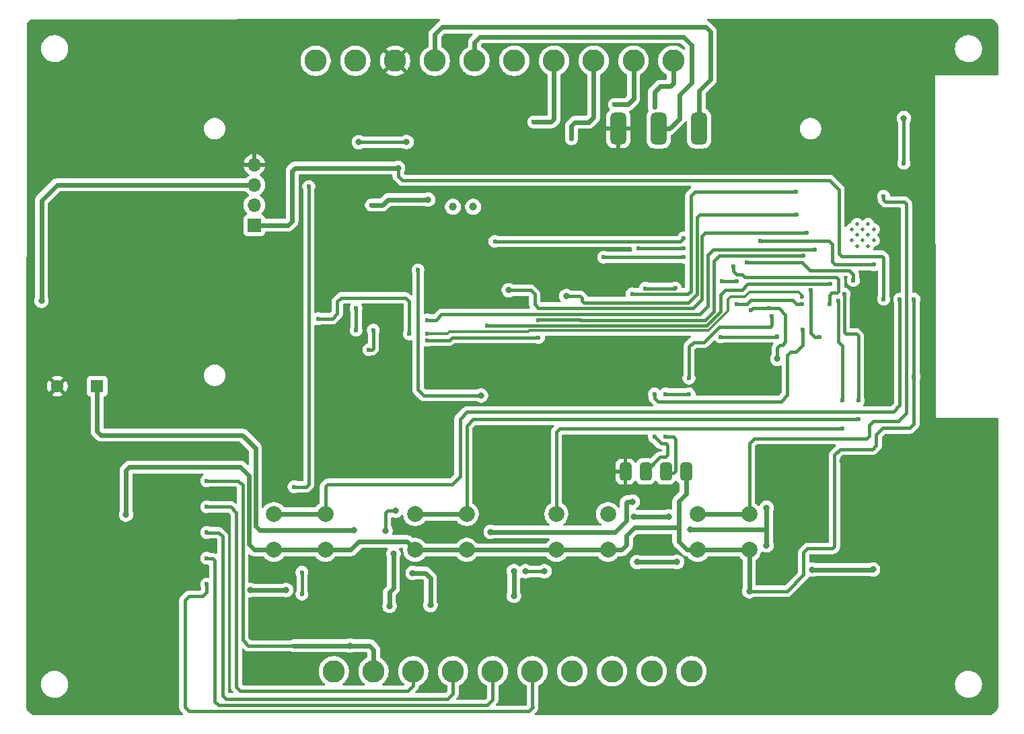
<source format=gbr>
%TF.GenerationSoftware,KiCad,Pcbnew,9.0.5+1*%
%TF.CreationDate,2025-10-19T05:27:58+07:00*%
%TF.ProjectId,TARA_T8X,54415241-5f54-4385-982e-6b696361645f,rev?*%
%TF.SameCoordinates,Original*%
%TF.FileFunction,Copper,L2,Bot*%
%TF.FilePolarity,Positive*%
%FSLAX46Y46*%
G04 Gerber Fmt 4.6, Leading zero omitted, Abs format (unit mm)*
G04 Created by KiCad (PCBNEW 9.0.5+1) date 2025-10-19 05:27:58*
%MOMM*%
%LPD*%
G01*
G04 APERTURE LIST*
G04 Aperture macros list*
%AMRoundRect*
0 Rectangle with rounded corners*
0 $1 Rounding radius*
0 $2 $3 $4 $5 $6 $7 $8 $9 X,Y pos of 4 corners*
0 Add a 4 corners polygon primitive as box body*
4,1,4,$2,$3,$4,$5,$6,$7,$8,$9,$2,$3,0*
0 Add four circle primitives for the rounded corners*
1,1,$1+$1,$2,$3*
1,1,$1+$1,$4,$5*
1,1,$1+$1,$6,$7*
1,1,$1+$1,$8,$9*
0 Add four rect primitives between the rounded corners*
20,1,$1+$1,$2,$3,$4,$5,0*
20,1,$1+$1,$4,$5,$6,$7,0*
20,1,$1+$1,$6,$7,$8,$9,0*
20,1,$1+$1,$8,$9,$2,$3,0*%
G04 Aperture macros list end*
%TA.AperFunction,ComponentPad*%
%ADD10C,2.000000*%
%TD*%
%TA.AperFunction,HeatsinkPad*%
%ADD11C,0.500000*%
%TD*%
%TA.AperFunction,ComponentPad*%
%ADD12C,1.000000*%
%TD*%
%TA.AperFunction,ComponentPad*%
%ADD13R,1.700000X1.700000*%
%TD*%
%TA.AperFunction,ComponentPad*%
%ADD14O,1.700000X1.700000*%
%TD*%
%TA.AperFunction,ComponentPad*%
%ADD15C,2.800000*%
%TD*%
%TA.AperFunction,ComponentPad*%
%ADD16R,1.600000X1.600000*%
%TD*%
%TA.AperFunction,ComponentPad*%
%ADD17C,1.600000*%
%TD*%
%TA.AperFunction,SMDPad,CuDef*%
%ADD18RoundRect,0.381000X-0.381000X0.762000X-0.381000X-0.762000X0.381000X-0.762000X0.381000X0.762000X0*%
%TD*%
%TA.AperFunction,SMDPad,CuDef*%
%ADD19RoundRect,0.500000X-0.500000X1.500000X-0.500000X-1.500000X0.500000X-1.500000X0.500000X1.500000X0*%
%TD*%
%TA.AperFunction,ViaPad*%
%ADD20C,0.800000*%
%TD*%
%TA.AperFunction,ViaPad*%
%ADD21C,0.600000*%
%TD*%
%TA.AperFunction,Conductor*%
%ADD22C,0.600000*%
%TD*%
%TA.AperFunction,Conductor*%
%ADD23C,0.250000*%
%TD*%
%TA.AperFunction,Conductor*%
%ADD24C,0.400000*%
%TD*%
%TA.AperFunction,Conductor*%
%ADD25C,0.300000*%
%TD*%
G04 APERTURE END LIST*
D10*
%TO.P,S2,1,1*%
%TO.N,Net-(J2-IO34)*%
X126467660Y-108667460D03*
X132967660Y-108667460D03*
%TO.P,S2,2,2*%
%TO.N,/3V3*%
X126467660Y-113167460D03*
X132967660Y-113167460D03*
%TD*%
D11*
%TO.P,J2,41*%
%TO.N,N/C*%
X183490000Y-72145000D03*
X182090000Y-72145000D03*
X184190000Y-72845000D03*
X182790000Y-72845000D03*
X181390000Y-72845000D03*
X183490000Y-73545000D03*
X182090000Y-73545000D03*
X184190000Y-74245000D03*
X182790000Y-74245000D03*
X181390000Y-74245000D03*
X183490000Y-74945000D03*
X182090000Y-74945000D03*
%TD*%
D10*
%TO.P,S4,1,1*%
%TO.N,Net-(J2-SENSOR_VN)*%
X162027660Y-108667460D03*
X168527660Y-108667460D03*
%TO.P,S4,2,2*%
%TO.N,/3V3*%
X162027660Y-113167460D03*
X168527660Y-113167460D03*
%TD*%
D12*
%TO.P,Y1,1,1*%
%TO.N,Net-(U4-X2)*%
X131230000Y-69995000D03*
%TO.P,Y1,2,2*%
%TO.N,Net-(U4-X1)*%
X133770000Y-69995000D03*
%TD*%
D13*
%TO.P,J3,1,Pin_2*%
%TO.N,Net-(J2-IO22)*%
X106245845Y-72332645D03*
D14*
%TO.P,J3,2,Pin_3*%
%TO.N,Net-(J2-IO21)*%
X106245845Y-69792645D03*
%TO.P,J3,3,Pin_1*%
%TO.N,/5V*%
X106245845Y-67252645D03*
%TO.P,J3,4,Pin_4*%
%TO.N,GND*%
X106245845Y-64712645D03*
%TD*%
D10*
%TO.P,S3,1,1*%
%TO.N,Net-(J2-IO35)*%
X144247660Y-108667460D03*
X150747660Y-108667460D03*
%TO.P,S3,2,2*%
%TO.N,/3V3*%
X144247660Y-113167460D03*
X150747660Y-113167460D03*
%TD*%
D15*
%TO.P,J4,1,Pin_1*%
%TO.N,Net-(J4-Pin_1)*%
X158950000Y-51625000D03*
%TO.P,J4,2,Pin_2*%
%TO.N,Net-(J4-Pin_2)*%
X153950000Y-51625000D03*
%TO.P,J4,3,Pin_3*%
%TO.N,Net-(J4-Pin_3)*%
X148950000Y-51625000D03*
%TO.P,J4,4,Pin_4*%
%TO.N,Net-(J4-Pin_4)*%
X143950000Y-51625000D03*
%TO.P,J4,5,Pin_5*%
%TO.N,Net-(J4-Pin_5)*%
X138950000Y-51625000D03*
%TO.P,J4,6,Pin_6*%
%TO.N,/B*%
X133950000Y-51625000D03*
%TO.P,J4,7,Pin_7*%
%TO.N,/A*%
X128950000Y-51625000D03*
%TO.P,J4,8,Pin_8*%
%TO.N,GND*%
X123950000Y-51625000D03*
%TO.P,J4,9,Pin_9*%
%TO.N,/VCC*%
X118950000Y-51625000D03*
%TO.P,J4,10,Pin_10*%
X113950000Y-51625000D03*
%TD*%
D16*
%TO.P,C1,1*%
%TO.N,/VCC*%
X86450000Y-92575000D03*
D17*
%TO.P,C1,2*%
%TO.N,GND*%
X81450000Y-92575000D03*
%TD*%
D15*
%TO.P,J1,1,Pin_1*%
%TO.N,Net-(D1-K)*%
X116241161Y-128461497D03*
%TO.P,J1,2,Pin_2*%
%TO.N,Net-(D2-K)*%
X121241161Y-128461497D03*
%TO.P,J1,3,Pin_3*%
%TO.N,Net-(D3-K)*%
X126241161Y-128461497D03*
%TO.P,J1,4,Pin_4*%
%TO.N,Net-(D4-K)*%
X131241161Y-128461497D03*
%TO.P,J1,5,Pin_5*%
%TO.N,Net-(D5-K)*%
X136241161Y-128461497D03*
%TO.P,J1,6,Pin_6*%
%TO.N,Net-(D6-K)*%
X141241161Y-128461497D03*
%TO.P,J1,7,Pin_7*%
%TO.N,Net-(D7-K)*%
X146241161Y-128461497D03*
%TO.P,J1,8,Pin_8*%
%TO.N,Net-(D8-K)*%
X151241161Y-128461497D03*
%TO.P,J1,9,Pin_9*%
%TO.N,Net-(D9-K)*%
X156241161Y-128461497D03*
%TO.P,J1,10,Pin_10*%
%TO.N,Net-(D10-K)*%
X161241161Y-128461497D03*
%TD*%
D10*
%TO.P,S1,1,1*%
%TO.N,Net-(J2-SENSOR_VP)*%
X108687660Y-108667460D03*
X115187660Y-108667460D03*
%TO.P,S1,2,2*%
%TO.N,/3V3*%
X108687660Y-113167460D03*
X115187660Y-113167460D03*
%TD*%
D18*
%TO.P,U3,1,VCC*%
%TO.N,/3V3*%
X160550000Y-103325000D03*
%TO.P,U3,2,TXD*%
%TO.N,/GPIO16*%
X158010000Y-103325000D03*
%TO.P,U3,3,RXD*%
%TO.N,/GPIO17*%
X155470000Y-103325000D03*
%TO.P,U3,4,GND*%
%TO.N,GND*%
X152930000Y-103325000D03*
D19*
%TO.P,U3,5,GND*%
X152041000Y-60145000D03*
%TO.P,U3,6,B*%
%TO.N,/B*%
X157121000Y-60145000D03*
%TO.P,U3,7,A*%
%TO.N,/A*%
X162201000Y-60145000D03*
%TD*%
D20*
%TO.N,GND*%
X119750000Y-80200000D03*
X146450000Y-53080000D03*
D21*
X141750000Y-73000000D03*
D20*
X136750000Y-78250000D03*
X180250000Y-102000000D03*
X168250000Y-55000000D03*
X123250000Y-90750000D03*
X114921882Y-77068117D03*
X181250000Y-102000000D03*
X149958341Y-88610973D03*
X165750000Y-126000000D03*
X140750000Y-103750000D03*
X94000000Y-55250000D03*
X92000000Y-92500000D03*
X145750000Y-104750000D03*
X166250000Y-55000000D03*
X134970000Y-88650000D03*
X111380000Y-75820000D03*
D21*
X153000000Y-73000000D03*
X123000000Y-74750000D03*
D20*
X119244712Y-90750305D03*
X95250000Y-55250000D03*
X177750000Y-102000000D03*
X148750000Y-103750000D03*
X151410000Y-53080000D03*
X152860482Y-118244223D03*
X182250000Y-114250000D03*
X120640000Y-66880000D03*
X160000000Y-87000000D03*
X78500000Y-58250000D03*
D21*
X141005000Y-73000000D03*
D20*
X177750000Y-100500000D03*
X165750000Y-127250000D03*
X98750000Y-72750000D03*
X180741161Y-125999890D03*
X132500000Y-73500000D03*
X180741136Y-127249236D03*
X145750000Y-106000000D03*
D21*
X123000000Y-75750000D03*
D20*
X90500000Y-92500000D03*
X94000000Y-56500000D03*
X181250000Y-114250000D03*
X109243046Y-126992282D03*
X165750000Y-129750000D03*
D21*
X153750000Y-73000000D03*
D20*
X97500000Y-74000000D03*
X97500000Y-72750000D03*
X169750000Y-55000000D03*
X180741161Y-123497053D03*
X132500000Y-76000000D03*
X172750000Y-55000000D03*
X92750000Y-55250000D03*
X183850000Y-94400000D03*
X133000000Y-62500000D03*
X137640745Y-118181509D03*
X141440000Y-53050000D03*
X132500000Y-77250000D03*
X135500000Y-91750000D03*
X169750000Y-56250000D03*
X173500000Y-100750000D03*
X137750000Y-125500000D03*
X136610000Y-106055000D03*
X142600000Y-124375000D03*
X78500000Y-57500000D03*
X180250000Y-114250000D03*
X172750000Y-100750000D03*
D21*
X142500000Y-100750000D03*
D20*
X133000000Y-63500000D03*
X126500000Y-103750000D03*
X142719315Y-117871070D03*
X132500000Y-74750000D03*
X159062200Y-118290095D03*
X82770000Y-102245000D03*
X150250000Y-78250000D03*
X95250000Y-56500000D03*
X114921882Y-75818117D03*
X132495759Y-125492295D03*
X156500000Y-53050000D03*
X166250000Y-56250000D03*
X78500000Y-56750000D03*
D21*
X141010000Y-75800000D03*
D20*
X173500000Y-103750000D03*
X177750000Y-103500000D03*
D21*
X147750000Y-73000000D03*
D20*
X182250000Y-102000000D03*
X98750000Y-74000000D03*
X82800000Y-101355000D03*
X134000000Y-91750000D03*
X111238905Y-126988905D03*
X111720000Y-62410000D03*
X172750000Y-56250000D03*
X165350000Y-93020000D03*
X118490000Y-63830000D03*
X100000000Y-72750000D03*
X147789884Y-118248303D03*
X180741161Y-124748472D03*
D21*
X141750000Y-75800000D03*
D20*
X156750000Y-88500000D03*
X172750000Y-103750000D03*
X92000000Y-91000000D03*
X128000000Y-103750000D03*
X132250000Y-82250000D03*
X133000000Y-64500000D03*
X121999618Y-124499999D03*
X119750000Y-100750000D03*
X168250000Y-56250000D03*
X78500000Y-59000000D03*
X131250000Y-95500000D03*
X156250000Y-100750000D03*
D21*
X147075000Y-73000000D03*
D20*
X133450000Y-117750000D03*
D21*
X157500000Y-73250000D03*
D20*
X92750000Y-56500000D03*
X170750000Y-114500000D03*
X106800000Y-84075000D03*
X185500000Y-94400000D03*
X148750000Y-100750000D03*
X90500000Y-91000000D03*
X171250000Y-55000000D03*
X78500000Y-56000000D03*
X100000000Y-74000000D03*
D21*
X135750000Y-100750000D03*
D20*
X78500000Y-55250000D03*
X101248437Y-106240205D03*
X180741161Y-122245635D03*
X142250000Y-88500000D03*
X171250000Y-56250000D03*
X111380000Y-77070000D03*
X102499618Y-106241518D03*
X165750000Y-128500000D03*
%TO.N,Net-(BT1-+)*%
X184100000Y-115645000D03*
X134750000Y-93750000D03*
D21*
X126830000Y-77970000D03*
D20*
X176460000Y-115655000D03*
D21*
%TO.N,Net-(D2-K)*%
X100247860Y-104487200D03*
X111249999Y-125244356D03*
D20*
X118250000Y-125225000D03*
%TO.N,Net-(D3-K)*%
X123244107Y-120241051D03*
X123750000Y-113675000D03*
D21*
X100250000Y-107750000D03*
D20*
%TO.N,Net-(D4-K)*%
X128400000Y-120125000D03*
X126162958Y-116073685D03*
D21*
X100240841Y-110990841D03*
%TO.N,Net-(D5-K)*%
X100244530Y-114244530D03*
D20*
%TO.N,Net-(D6-K)*%
X138900000Y-118975000D03*
D21*
X100250000Y-117500000D03*
D20*
X138900000Y-115875000D03*
%TO.N,/5V*%
X79450000Y-81835000D03*
D21*
%TO.N,Net-(OPTO4-Pad1)*%
X120650000Y-88000000D03*
X121214460Y-85535540D03*
D20*
%TO.N,Net-(D7-K)*%
X158420000Y-108985000D03*
X154025000Y-109000000D03*
%TO.N,/3V3*%
X90090000Y-108745000D03*
D21*
X189240000Y-81625000D03*
D20*
X168530000Y-118385000D03*
X125394014Y-61846133D03*
D21*
X111233740Y-105239742D03*
D20*
X119390000Y-61865000D03*
D21*
X113097036Y-67441837D03*
X189250000Y-91385000D03*
D20*
%TO.N,/EN*%
X187975000Y-58850000D03*
D21*
X187970000Y-64530000D03*
%TO.N,Net-(J2-IO32)*%
X178750000Y-79750000D03*
X135499940Y-84999940D03*
%TO.N,Net-(J2-IO12)*%
X153790000Y-80965000D03*
X174360000Y-68105000D03*
%TO.N,Net-(J2-IO19)*%
X166499999Y-77499999D03*
X178600000Y-82235000D03*
X160270000Y-75195000D03*
X154540000Y-75185000D03*
%TO.N,Net-(J2-IO21)*%
X181620000Y-79265000D03*
X160260000Y-73935000D03*
X136517298Y-74366259D03*
D20*
X128100000Y-69095000D03*
D21*
X168200000Y-77005000D03*
X120967645Y-69792645D03*
D20*
%TO.N,/VCC*%
X170700000Y-107875000D03*
X110240433Y-118240433D03*
X105744834Y-118240433D03*
X161120000Y-110595000D03*
X153850000Y-107125000D03*
X159430000Y-114695000D03*
X154400000Y-114715000D03*
X170700000Y-112625000D03*
X135975000Y-110915000D03*
X118800000Y-110725000D03*
D21*
%TO.N,Net-(J2-IO34)*%
X182250000Y-96750000D03*
X180450000Y-80975000D03*
X182250000Y-94395000D03*
%TO.N,/GPIO16*%
X157990000Y-98955000D03*
X171371118Y-83797634D03*
X160930000Y-91565000D03*
X160930000Y-93565000D03*
X157990000Y-93565000D03*
%TO.N,/GPIO17*%
X156590000Y-98955000D03*
X175268015Y-85477861D03*
X156600000Y-93565000D03*
D20*
%TO.N,Net-(J2-IO27)*%
X138250000Y-80500000D03*
D21*
X175750000Y-73250000D03*
%TO.N,/BOOT*%
X176249611Y-80498057D03*
X177330000Y-86415000D03*
%TO.N,Net-(J2-IO23)*%
X169940000Y-74295000D03*
X184230000Y-77285000D03*
%TO.N,Net-(J2-IO26)*%
X176730000Y-75355000D03*
X127996635Y-84241618D03*
%TO.N,Net-(J2-IO18)*%
X166980000Y-82255000D03*
X165110000Y-79405000D03*
X166980000Y-79395000D03*
X175120000Y-82245000D03*
X160250000Y-76345000D03*
X150200000Y-76345000D03*
%TO.N,Net-(J2-IO22)*%
X185430000Y-81625000D03*
D20*
X124325000Y-65115000D03*
D21*
%TO.N,Net-(J2-IO35)*%
X179690000Y-81805000D03*
X180230000Y-97925000D03*
X180230000Y-94365000D03*
%TO.N,Net-(J2-SENSOR_VN)*%
X185430000Y-68695000D03*
%TO.N,Net-(J2-IO33)*%
X127995572Y-85992817D03*
X175130000Y-81325000D03*
X114290800Y-84098288D03*
X125750000Y-86000000D03*
%TO.N,Net-(J2-IO14)*%
X174500000Y-71000000D03*
D20*
X145500000Y-81250000D03*
D21*
%TO.N,Net-(J2-SENSOR_VP)*%
X187470000Y-81635000D03*
%TO.N,Net-(J2-IO25)*%
X119044394Y-85545135D03*
X175290000Y-76125000D03*
X141993093Y-84241736D03*
X119046245Y-82796028D03*
X142000000Y-86450000D03*
X128000000Y-86800000D03*
%TO.N,Net-(J2-IO5)*%
X159210000Y-80245000D03*
X172010000Y-86355000D03*
X164910000Y-86365000D03*
X155440000Y-80265000D03*
%TO.N,Net-(J4-Pin_1)*%
X156575000Y-57450000D03*
%TO.N,Net-(J4-Pin_2)*%
X151560000Y-57135000D03*
%TO.N,Net-(J4-Pin_3)*%
X146150000Y-61425000D03*
%TO.N,Net-(J4-Pin_4)*%
X141400000Y-59325000D03*
%TO.N,Net-(Q2-B)*%
X112240754Y-118741900D03*
X112241161Y-115997053D03*
D20*
%TO.N,Net-(Q4-B)*%
X124000000Y-108250000D03*
X122749999Y-110745759D03*
%TO.N,Net-(Q6-B)*%
X140350000Y-115875000D03*
X142750000Y-115875000D03*
%TO.N,/IO04*%
X172050000Y-89125000D03*
D21*
X168748854Y-82992282D03*
X170990754Y-82741136D03*
%TD*%
D22*
%TO.N,GND*%
X145423303Y-118248303D02*
X145025000Y-117850000D01*
X147793964Y-118244223D02*
X147789884Y-118248303D01*
X152860482Y-118244223D02*
X154230777Y-118244223D01*
X159056414Y-117775000D02*
X159069158Y-117762256D01*
X154712744Y-117762256D02*
X159069158Y-117762256D01*
X137622254Y-118200000D02*
X137640745Y-118181509D01*
X137750000Y-124725000D02*
X138100000Y-124375000D01*
X173500000Y-100750000D02*
X173500000Y-103750000D01*
X132528056Y-125525000D02*
X132494192Y-125491136D01*
X133450000Y-117750000D02*
X133900000Y-118200000D01*
X154230777Y-118244223D02*
X154712744Y-117762256D01*
X145025000Y-117850000D02*
X142740385Y-117850000D01*
X138100000Y-124375000D02*
X142600000Y-124375000D01*
D23*
X132503464Y-125500000D02*
X132495759Y-125492295D01*
D22*
X172750000Y-100750000D02*
X172750000Y-103750000D01*
X147789884Y-118248303D02*
X145423303Y-118248303D01*
X137750000Y-125500000D02*
X137750000Y-124725000D01*
X147791581Y-118250000D02*
X147789884Y-118248303D01*
X152860482Y-118244223D02*
X147793964Y-118244223D01*
X133900000Y-118200000D02*
X137622254Y-118200000D01*
X152854705Y-118250000D02*
X152860482Y-118244223D01*
D24*
X135750000Y-100750000D02*
X142500000Y-100750000D01*
D23*
X151225000Y-58775000D02*
X151225000Y-58500000D01*
X132530000Y-125475000D02*
X132580000Y-125525000D01*
D22*
X142740385Y-117850000D02*
X142719315Y-117871070D01*
X137750000Y-125500000D02*
X132503464Y-125500000D01*
D24*
%TO.N,Net-(BT1-+)*%
X126830000Y-93030000D02*
X127550000Y-93750000D01*
X126830000Y-77970000D02*
X126830000Y-93030000D01*
D22*
X176465000Y-115655000D02*
X184090000Y-115655000D01*
D24*
X134750000Y-93750000D02*
X127550000Y-93750000D01*
%TO.N,Net-(D2-K)*%
X104237200Y-104487200D02*
X100247860Y-104487200D01*
X104768000Y-105018000D02*
X104237200Y-104487200D01*
D22*
X120750000Y-125250000D02*
X111255643Y-125250000D01*
D24*
X105500000Y-125250000D02*
X104768000Y-124518000D01*
D22*
X121241161Y-128461497D02*
X121241161Y-125758839D01*
X111255643Y-125250000D02*
X111249999Y-125244356D01*
D24*
X104768000Y-124518000D02*
X104768000Y-105018000D01*
X111244355Y-125250000D02*
X111249999Y-125244356D01*
D22*
X121250000Y-125750000D02*
X120750000Y-125250000D01*
D24*
X105500000Y-125250000D02*
X111244355Y-125250000D01*
D22*
X121241161Y-125758839D02*
X121250000Y-125750000D01*
%TO.N,Net-(D3-K)*%
X123250000Y-120235158D02*
X123244107Y-120241051D01*
D24*
X125575000Y-130925000D02*
X104500000Y-130925000D01*
D22*
X123750000Y-113675000D02*
X123750000Y-118000000D01*
X123250000Y-118500000D02*
X123250000Y-120235158D01*
D24*
X126241161Y-130241161D02*
X126241161Y-128461497D01*
D22*
X123750000Y-118000000D02*
X123250000Y-118500000D01*
D24*
X103967000Y-130392000D02*
X103967000Y-108467000D01*
X103967000Y-108467000D02*
X103250000Y-107750000D01*
X104500000Y-130925000D02*
X103967000Y-130392000D01*
X126250000Y-130250000D02*
X125575000Y-130925000D01*
X103250000Y-107750000D02*
X100250000Y-107750000D01*
D22*
%TO.N,Net-(D4-K)*%
X128400000Y-120125000D02*
X128400000Y-116700000D01*
D24*
X102250000Y-111500000D02*
X102250000Y-131500000D01*
D22*
X126162958Y-116073685D02*
X127773685Y-116073685D01*
D24*
X131241161Y-131250000D02*
X131241161Y-128461497D01*
X100250000Y-111000000D02*
X101750000Y-111000000D01*
X102673000Y-131923000D02*
X130568161Y-131923000D01*
D23*
X100240841Y-110990841D02*
X100250000Y-111000000D01*
D24*
X101750000Y-111000000D02*
X102250000Y-111500000D01*
X102250000Y-131500000D02*
X102673000Y-131923000D01*
D22*
X127773685Y-116073685D02*
X128400000Y-116700000D01*
D24*
X130568161Y-131923000D02*
X131241161Y-131250000D01*
D23*
%TO.N,Net-(D5-K)*%
X100244530Y-114244530D02*
X100250000Y-114250000D01*
D24*
X100250000Y-114250000D02*
X101000000Y-114250000D01*
X101000000Y-114250000D02*
X101250000Y-114500000D01*
X101250000Y-132250000D02*
X101750000Y-132750000D01*
X101750000Y-132750000D02*
X135500000Y-132750000D01*
X136241161Y-132008839D02*
X136241161Y-128461497D01*
X101250000Y-114500000D02*
X101250000Y-132250000D01*
X135500000Y-132750000D02*
X136241161Y-132008839D01*
%TO.N,Net-(D6-K)*%
X100250000Y-118500000D02*
X99750000Y-119000000D01*
D23*
X141250000Y-133000000D02*
X141241161Y-132991161D01*
D24*
X141241161Y-132991161D02*
X141241161Y-128461497D01*
D23*
X100234736Y-117484736D02*
X100250000Y-117500000D01*
D24*
X98000000Y-133500000D02*
X140750000Y-133500000D01*
X97500000Y-119500000D02*
X97500000Y-133000000D01*
X97500000Y-133000000D02*
X98000000Y-133500000D01*
D22*
X138900000Y-118975000D02*
X138900000Y-115875000D01*
D24*
X100250000Y-117500000D02*
X100250000Y-118500000D01*
X99750000Y-119000000D02*
X98000000Y-119000000D01*
X140750000Y-133500000D02*
X141250000Y-133000000D01*
X98000000Y-119000000D02*
X97500000Y-119500000D01*
D22*
%TO.N,/5V*%
X79450000Y-74205000D02*
X79450000Y-70915000D01*
X81392355Y-67252645D02*
X106245845Y-67252645D01*
X79450000Y-74205000D02*
X79450000Y-69195000D01*
X79450000Y-69195000D02*
X81392355Y-67252645D01*
X79450000Y-81835000D02*
X79450000Y-74205000D01*
D24*
%TO.N,Net-(OPTO4-Pad1)*%
X121214460Y-87835540D02*
X121214460Y-85535540D01*
X121050000Y-88000000D02*
X120650000Y-88000000D01*
X121214460Y-87835540D02*
X121050000Y-88000000D01*
D22*
%TO.N,Net-(D7-K)*%
X154025000Y-109000000D02*
X158405000Y-109000000D01*
X158405000Y-109000000D02*
X158420000Y-108985000D01*
%TO.N,/3V3*%
X152487540Y-113167460D02*
X150747660Y-113167460D01*
X159660000Y-107015000D02*
X159660000Y-112175000D01*
D24*
X175850000Y-113000000D02*
X179000000Y-113000000D01*
D22*
X90090000Y-103160000D02*
X90090000Y-108745000D01*
D24*
X189240000Y-91375000D02*
X189250000Y-91385000D01*
D22*
X144247660Y-113167460D02*
X132967660Y-113167460D01*
D24*
X179250000Y-101255000D02*
X180000000Y-100505000D01*
X180000000Y-100505000D02*
X184045000Y-100505000D01*
X179000000Y-113000000D02*
X179250000Y-112750000D01*
D22*
X159660000Y-110365000D02*
X154042786Y-110365000D01*
D24*
X188715000Y-97850000D02*
X189240000Y-97325000D01*
D22*
X126467660Y-113167460D02*
X132967660Y-113167460D01*
D24*
X189240000Y-81625000D02*
X189240000Y-91375000D01*
X112760258Y-105239742D02*
X111233740Y-105239742D01*
D22*
X144247660Y-113167460D02*
X150747660Y-113167460D01*
X119400000Y-112125000D02*
X125425200Y-112125000D01*
D24*
X175350000Y-113500000D02*
X175850000Y-113000000D01*
X179250000Y-112750000D02*
X179250000Y-101255000D01*
D22*
X105569000Y-112486460D02*
X106250000Y-113167460D01*
D24*
X184500000Y-100050000D02*
X184500000Y-98700000D01*
X113095753Y-67396570D02*
X113095753Y-104904247D01*
X185350000Y-97850000D02*
X188715000Y-97850000D01*
D22*
X125425200Y-112125000D02*
X126467660Y-113167460D01*
D24*
X189240000Y-91395000D02*
X189250000Y-91385000D01*
D22*
X162027660Y-113167460D02*
X168527660Y-113167460D01*
X162027660Y-113167460D02*
X160690000Y-113167460D01*
D24*
X173290000Y-118385000D02*
X175350000Y-116325000D01*
D22*
X153075000Y-112580000D02*
X152487540Y-113167460D01*
X105569000Y-103819000D02*
X104500000Y-102750000D01*
X153075000Y-111332786D02*
X153075000Y-112580000D01*
X159697540Y-112175000D02*
X160690000Y-113167460D01*
D24*
X119390000Y-61865000D02*
X125375147Y-61865000D01*
X184045000Y-100505000D02*
X184500000Y-100050000D01*
D22*
X90500000Y-102750000D02*
X90090000Y-103160000D01*
X159660000Y-107015000D02*
X160550000Y-106125000D01*
X154042786Y-110365000D02*
X153075000Y-111332786D01*
X105569000Y-103819000D02*
X105569000Y-112486460D01*
X108687660Y-113167460D02*
X118357540Y-113167460D01*
D24*
X175350000Y-116325000D02*
X175350000Y-113500000D01*
D22*
X159660000Y-112175000D02*
X159697540Y-112175000D01*
D23*
X160725000Y-113167460D02*
X162027660Y-113167460D01*
D24*
X168530000Y-118385000D02*
X173290000Y-118385000D01*
X184500000Y-98700000D02*
X185350000Y-97850000D01*
D22*
X118357540Y-113167460D02*
X119400000Y-112125000D01*
X104500000Y-102750000D02*
X90500000Y-102750000D01*
D24*
X113095753Y-104904247D02*
X112760258Y-105239742D01*
D22*
X168527660Y-113167460D02*
X168527660Y-118375000D01*
X106250000Y-113167460D02*
X108687660Y-113167460D01*
D23*
X119390000Y-61865000D02*
X119360000Y-61865000D01*
X125375147Y-61865000D02*
X125394014Y-61846133D01*
D22*
X160550000Y-106125000D02*
X160550000Y-103325000D01*
D24*
X189240000Y-97325000D02*
X189240000Y-91395000D01*
D23*
%TO.N,/EN*%
X187975000Y-58850000D02*
X187975000Y-58825000D01*
D24*
X187975000Y-64475000D02*
X187975000Y-58850000D01*
%TO.N,Net-(J2-IO32)*%
X168295000Y-79750000D02*
X178750000Y-79750000D01*
X165510000Y-80435000D02*
X167610000Y-80435000D01*
X164900000Y-83175744D02*
X164900000Y-81045000D01*
X164900000Y-81045000D02*
X165510000Y-80435000D01*
X163111744Y-84964000D02*
X135486000Y-84964000D01*
X167610000Y-80435000D02*
X168295000Y-79750000D01*
X163111744Y-84964000D02*
X164900000Y-83175744D01*
%TO.N,Net-(J2-IO12)*%
X160799000Y-80966000D02*
X161160000Y-80605000D01*
X161160000Y-80605000D02*
X161160000Y-68615000D01*
X153790000Y-80995000D02*
X153819000Y-80966000D01*
X161160000Y-68615000D02*
X161670000Y-68105000D01*
X153819000Y-80966000D02*
X160799000Y-80966000D01*
X161670000Y-68105000D02*
X174360000Y-68105000D01*
%TO.N,Net-(J2-IO19)*%
X160270000Y-75195000D02*
X154550000Y-75195000D01*
X167660000Y-78535000D02*
X166960000Y-78535000D01*
X179760000Y-79115000D02*
X179490000Y-78845000D01*
X179760000Y-80655000D02*
X179760000Y-79115000D01*
X178910000Y-80845000D02*
X179570000Y-80845000D01*
X179570000Y-80845000D02*
X179760000Y-80655000D01*
X154550000Y-75195000D02*
X154540000Y-75185000D01*
X166499999Y-78074999D02*
X166960000Y-78535000D01*
X178600000Y-81155000D02*
X178910000Y-80845000D01*
X178600000Y-82235000D02*
X178600000Y-81155000D01*
X166499999Y-77499999D02*
X166499999Y-78074999D01*
X167970000Y-78845000D02*
X167660000Y-78535000D01*
X179490000Y-78845000D02*
X167970000Y-78845000D01*
%TO.N,Net-(J2-IO21)*%
X181620000Y-78495000D02*
X181111000Y-77986000D01*
X181620000Y-79265000D02*
X181620000Y-78495000D01*
X181111000Y-77986000D02*
X176170000Y-77986000D01*
X168200000Y-77005000D02*
X175189000Y-77005000D01*
D22*
X128100000Y-69095000D02*
X123050000Y-69095000D01*
D24*
X160260000Y-73935000D02*
X159820000Y-74375000D01*
X175189000Y-77005000D02*
X176170000Y-77986000D01*
X136517298Y-74366259D02*
X159811259Y-74366259D01*
D22*
X123050000Y-69095000D02*
X122352355Y-69792645D01*
X122352355Y-69792645D02*
X120967645Y-69792645D01*
D24*
X159811259Y-74366259D02*
X159820000Y-74375000D01*
D22*
%TO.N,/VCC*%
X86950000Y-98750000D02*
X86450000Y-98250000D01*
X104750000Y-98750000D02*
X86950000Y-98750000D01*
X106370000Y-100370000D02*
X104750000Y-98750000D01*
X153050000Y-109500000D02*
X153050000Y-107225000D01*
X159410000Y-114715000D02*
X159430000Y-114695000D01*
D23*
X170700000Y-107925000D02*
X170700000Y-107875000D01*
D22*
X110245598Y-118240433D02*
X110249999Y-118244834D01*
X151500000Y-110915000D02*
X151635000Y-110915000D01*
X135975000Y-110915000D02*
X151500000Y-110915000D01*
X170700000Y-110595000D02*
X161120000Y-110595000D01*
X118800000Y-110725000D02*
X106880000Y-110725000D01*
X110240433Y-118240433D02*
X110245598Y-118240433D01*
X153050000Y-107225000D02*
X153150000Y-107125000D01*
X151635000Y-110915000D02*
X153050000Y-109500000D01*
X86450000Y-98250000D02*
X86450000Y-92575000D01*
X105744834Y-118240433D02*
X110240433Y-118240433D01*
X106370000Y-110215000D02*
X106370000Y-100370000D01*
X154400000Y-114715000D02*
X159410000Y-114715000D01*
X106880000Y-110725000D02*
X106370000Y-110215000D01*
X153150000Y-107125000D02*
X153850000Y-107125000D01*
X170700000Y-112625000D02*
X170700000Y-110595000D01*
X170700000Y-110595000D02*
X170700000Y-107925000D01*
D23*
%TO.N,Net-(J2-IO34)*%
X182250000Y-87285000D02*
X182250000Y-87245000D01*
D24*
X182250000Y-94395000D02*
X182250000Y-87500000D01*
D22*
X126467660Y-108667460D02*
X132967660Y-108667460D01*
D24*
X182250000Y-96750000D02*
X133750000Y-96750000D01*
X132967660Y-97532340D02*
X132967660Y-108667460D01*
D23*
X182250000Y-87285000D02*
X182260000Y-87275000D01*
D24*
X182250000Y-87500000D02*
X182250000Y-87285000D01*
X133750000Y-96750000D02*
X132967660Y-97532340D01*
X180450000Y-85750000D02*
X180450000Y-80975000D01*
X182250000Y-87500000D02*
X182250000Y-86250000D01*
X180700000Y-86000000D02*
X180450000Y-85750000D01*
X182250000Y-86250000D02*
X182000000Y-86000000D01*
X182000000Y-86000000D02*
X180700000Y-86000000D01*
%TO.N,/GPIO16*%
X162825000Y-87070000D02*
X164770000Y-85125000D01*
X171155000Y-85125000D02*
X171371118Y-84908882D01*
X160930000Y-87625000D02*
X161485000Y-87070000D01*
X159000000Y-103500000D02*
X159250000Y-103250000D01*
X159250000Y-99250000D02*
X158955000Y-98955000D01*
X158955000Y-98955000D02*
X157990000Y-98955000D01*
X159250000Y-103250000D02*
X159250000Y-99250000D01*
X171371118Y-84908882D02*
X171371118Y-83797634D01*
X161485000Y-87070000D02*
X162825000Y-87070000D01*
X157990000Y-93565000D02*
X160930000Y-93565000D01*
X158185000Y-103500000D02*
X159000000Y-103500000D01*
X160930000Y-91565000D02*
X160930000Y-87625000D01*
X164770000Y-85125000D02*
X171155000Y-85125000D01*
%TO.N,/GPIO17*%
X175268015Y-87373015D02*
X175270000Y-87375000D01*
X156600000Y-94100000D02*
X157000000Y-94500000D01*
X157000000Y-94500000D02*
X172500000Y-94500000D01*
X173300000Y-93700000D02*
X173300000Y-88675000D01*
X174390000Y-88255000D02*
X175270000Y-87375000D01*
X172500000Y-94500000D02*
X173300000Y-93700000D01*
X158250000Y-100000000D02*
X158250000Y-101250000D01*
X158057500Y-99807500D02*
X158250000Y-100000000D01*
X156600000Y-93565000D02*
X156600000Y-94100000D01*
X175268015Y-85477861D02*
X175268015Y-87373015D01*
X173300000Y-88675000D02*
X173720000Y-88255000D01*
X157295000Y-101500000D02*
X155470000Y-103325000D01*
X158250000Y-101250000D02*
X158000000Y-101500000D01*
X156590000Y-98955000D02*
X157442500Y-99807500D01*
X157442500Y-99807500D02*
X158057500Y-99807500D01*
X157295000Y-101500000D02*
X158000000Y-101500000D01*
X173720000Y-88255000D02*
X174390000Y-88255000D01*
D22*
%TO.N,/A*%
X128950000Y-51625000D02*
X128950000Y-48275000D01*
X163600000Y-53975000D02*
X162201000Y-55374000D01*
X162201000Y-55374000D02*
X162201000Y-60145000D01*
X163600000Y-47950000D02*
X163600000Y-53975000D01*
X128950000Y-48275000D02*
X129850000Y-47375000D01*
X163025000Y-47375000D02*
X163600000Y-47950000D01*
X129850000Y-47375000D02*
X163025000Y-47375000D01*
%TO.N,/B*%
X133950000Y-49275000D02*
X134600000Y-48625000D01*
X159730000Y-55895000D02*
X159730000Y-58925000D01*
X134600000Y-48625000D02*
X160238790Y-48625000D01*
X161238790Y-54386210D02*
X159730000Y-55895000D01*
X133950000Y-51625000D02*
X133950000Y-49275000D01*
X159730000Y-58925000D02*
X158510000Y-60145000D01*
X158510000Y-60145000D02*
X157121000Y-60145000D01*
X161238790Y-49625000D02*
X161238790Y-54386210D01*
X160238790Y-48625000D02*
X161238790Y-49625000D01*
D24*
%TO.N,Net-(J2-IO27)*%
X161409459Y-82745541D02*
X142000000Y-82745541D01*
X141504459Y-82250000D02*
X142000000Y-82745541D01*
X162995001Y-73249999D02*
X162521000Y-73724000D01*
X141000000Y-80500000D02*
X138250000Y-80500000D01*
X175749999Y-73249999D02*
X175750000Y-73250000D01*
X162521000Y-81634000D02*
X161409459Y-82745541D01*
X162995001Y-73249999D02*
X175749999Y-73249999D01*
X141504459Y-82250000D02*
X141504459Y-81004459D01*
X162521000Y-73724000D02*
X162521000Y-81634000D01*
X141504459Y-81004459D02*
X141000000Y-80500000D01*
%TO.N,/BOOT*%
X177330000Y-86415000D02*
X176790000Y-86415000D01*
X176249611Y-80498057D02*
X176249611Y-85874611D01*
X176249611Y-85874611D02*
X176790000Y-86415000D01*
%TO.N,Net-(J2-IO23)*%
X178561000Y-74295000D02*
X169940000Y-74295000D01*
X184230000Y-77285000D02*
X179340000Y-77285000D01*
X179340000Y-77285000D02*
X178999000Y-76944000D01*
X178999000Y-76944000D02*
X178999000Y-74733000D01*
D23*
X169940000Y-74295000D02*
X170070000Y-74425000D01*
D24*
X178999000Y-74733000D02*
X178561000Y-74295000D01*
%TO.N,Net-(J2-IO26)*%
X162690000Y-83095000D02*
X162520000Y-83265000D01*
X163290000Y-76065000D02*
X164000000Y-75355000D01*
X129078382Y-84241618D02*
X129796000Y-83524000D01*
X163290000Y-82495000D02*
X162690000Y-83095000D01*
X127996635Y-84241618D02*
X129078382Y-84241618D01*
X164000000Y-75355000D02*
X176730000Y-75355000D01*
X163290000Y-82495000D02*
X163290000Y-76065000D01*
X162261000Y-83524000D02*
X163290000Y-82495000D01*
X129796000Y-83524000D02*
X162261000Y-83524000D01*
%TO.N,Net-(J2-IO18)*%
X174495000Y-82245000D02*
X174000000Y-81750000D01*
D23*
X167010000Y-82245000D02*
X166990000Y-82265000D01*
D24*
X175120000Y-82245000D02*
X174495000Y-82245000D01*
X168250000Y-82245000D02*
X167010000Y-82245000D01*
X160250000Y-76345000D02*
X150200000Y-76345000D01*
X165110000Y-79405000D02*
X166960000Y-79405000D01*
X174000000Y-81750000D02*
X168745000Y-81750000D01*
X168745000Y-81750000D02*
X168250000Y-82245000D01*
D23*
X166960000Y-79405000D02*
X166980000Y-79385000D01*
X165230000Y-79385000D02*
X165110000Y-79265000D01*
D24*
%TO.N,Net-(J2-IO22)*%
X124325000Y-66125000D02*
X124861500Y-66661500D01*
D22*
X111360000Y-65115000D02*
X124325000Y-65115000D01*
D24*
X124861500Y-66661500D02*
X178636500Y-66661500D01*
X124325000Y-65115000D02*
X124325000Y-66125000D01*
D22*
X110990000Y-65485000D02*
X111360000Y-65115000D01*
D24*
X185430000Y-76425000D02*
X185430000Y-81625000D01*
X178636500Y-66661500D02*
X179800000Y-67825000D01*
D22*
X110990000Y-65485000D02*
X110990000Y-71795000D01*
X110452355Y-72332645D02*
X110990000Y-71795000D01*
D24*
X179800000Y-75875000D02*
X180130000Y-76205000D01*
D22*
X106245845Y-72332645D02*
X110452355Y-72332645D01*
D24*
X180130000Y-76205000D02*
X185210000Y-76205000D01*
X185210000Y-76205000D02*
X185430000Y-76425000D01*
X179800000Y-67825000D02*
X179800000Y-75875000D01*
%TO.N,Net-(J2-IO35)*%
X144247660Y-98357340D02*
X144247660Y-108667460D01*
X179690000Y-86960000D02*
X179690000Y-81805000D01*
X144680000Y-97925000D02*
X144247660Y-98357340D01*
X180230000Y-87500000D02*
X179690000Y-86960000D01*
X180230000Y-97925000D02*
X144680000Y-97925000D01*
X180230000Y-94365000D02*
X180230000Y-87500000D01*
%TO.N,Net-(J2-SENSOR_VN)*%
X169127660Y-99185000D02*
X168527660Y-99785000D01*
X183300000Y-99185000D02*
X169127660Y-99185000D01*
X185430000Y-68695000D02*
X185430000Y-69145000D01*
X187300000Y-96950000D02*
X184100000Y-96950000D01*
D22*
X162027660Y-108667460D02*
X168527660Y-108667460D01*
D24*
X184100000Y-96950000D02*
X183600000Y-97450000D01*
X168527660Y-99785000D02*
X168527660Y-108667460D01*
X183600000Y-97450000D02*
X183600000Y-98885000D01*
X183600000Y-98885000D02*
X183300000Y-99185000D01*
X188290000Y-95960000D02*
X187300000Y-96950000D01*
X185660000Y-69375000D02*
X188010000Y-69375000D01*
X188290000Y-69655000D02*
X188290000Y-95960000D01*
X185430000Y-69145000D02*
X185660000Y-69375000D01*
X168527660Y-103697340D02*
X168527660Y-108667460D01*
X188010000Y-69375000D02*
X188290000Y-69655000D01*
%TO.N,Net-(J2-IO33)*%
X125750000Y-81950000D02*
X125250000Y-81450000D01*
D25*
X140900000Y-85575000D02*
X140725000Y-85750000D01*
D24*
X116675000Y-83475000D02*
X116051712Y-84098288D01*
D25*
X174750000Y-80750000D02*
X168575000Y-80750000D01*
X175130000Y-81325000D02*
X175130000Y-81130000D01*
D24*
X117150000Y-81450000D02*
X116675000Y-81925000D01*
D25*
X130507183Y-85992817D02*
X130750000Y-85750000D01*
X163350686Y-85575000D02*
X140900000Y-85575000D01*
X165802500Y-81697500D02*
X165802500Y-83123186D01*
D24*
X116051712Y-84098288D02*
X114290800Y-84098288D01*
X116675000Y-81925000D02*
X116675000Y-83475000D01*
D25*
X130750000Y-85750000D02*
X140725000Y-85750000D01*
X175130000Y-81130000D02*
X174750000Y-80750000D01*
X168000000Y-81325000D02*
X166175000Y-81325000D01*
X166175000Y-81325000D02*
X165802500Y-81697500D01*
D24*
X125250000Y-81450000D02*
X117150000Y-81450000D01*
D25*
X127995572Y-85992817D02*
X130507183Y-85992817D01*
X168575000Y-80750000D02*
X168000000Y-81325000D01*
X165802500Y-83123186D02*
X163350686Y-85575000D01*
D24*
X125750000Y-86000000D02*
X125750000Y-81950000D01*
D23*
X125750000Y-86000000D02*
X125847147Y-85902853D01*
D24*
%TO.N,Net-(J2-IO14)*%
X147750000Y-82045000D02*
X160875000Y-82045000D01*
X147500000Y-81795000D02*
X147750000Y-82045000D01*
X147250000Y-81250000D02*
X147500000Y-81500000D01*
X145500000Y-81250000D02*
X147250000Y-81250000D01*
X160875000Y-82045000D02*
X161920000Y-81000000D01*
X161920000Y-81000000D02*
X161920000Y-71330000D01*
X162250000Y-71000000D02*
X174500000Y-71000000D01*
X161920000Y-71330000D02*
X162250000Y-71000000D01*
X147500000Y-81500000D02*
X147500000Y-81795000D01*
%TO.N,Net-(J2-SENSOR_VP)*%
X186630000Y-95825000D02*
X187470000Y-94985000D01*
D22*
X108687660Y-108667460D02*
X115187660Y-108667460D01*
D24*
X133010000Y-95825000D02*
X186630000Y-95825000D01*
X132130000Y-96705000D02*
X133010000Y-95825000D01*
X187470000Y-94985000D02*
X187470000Y-81635000D01*
X131160000Y-104925000D02*
X132130000Y-103955000D01*
X115187660Y-108667460D02*
X115187660Y-105225000D01*
X115187660Y-105225000D02*
X115487660Y-104925000D01*
X115487660Y-104925000D02*
X131160000Y-104925000D01*
X132130000Y-103955000D02*
X132130000Y-96705000D01*
%TO.N,Net-(J2-IO25)*%
X142000000Y-86450000D02*
X131100000Y-86450000D01*
X164024000Y-76835000D02*
X164734000Y-76125000D01*
X141989669Y-84238905D02*
X147238905Y-84238905D01*
X119046245Y-82796028D02*
X119046245Y-85543284D01*
X147238905Y-84238905D02*
X147250000Y-84250000D01*
X130750000Y-86800000D02*
X128000000Y-86800000D01*
X162975802Y-84250000D02*
X164024000Y-83201802D01*
X119044923Y-85544606D02*
X119044394Y-85545135D01*
D23*
X119046245Y-85543284D02*
X119044394Y-85545135D01*
D24*
X164024000Y-83201802D02*
X164024000Y-76835000D01*
D23*
X175290000Y-76125000D02*
X175274000Y-76109000D01*
D24*
X130750000Y-86800000D02*
X131100000Y-86450000D01*
X164734000Y-76125000D02*
X175290000Y-76125000D01*
X147250000Y-84250000D02*
X162975802Y-84250000D01*
%TO.N,Net-(J2-IO5)*%
X164910000Y-86365000D02*
X172000000Y-86365000D01*
X155440000Y-80265000D02*
X159190000Y-80265000D01*
D23*
X172000000Y-86365000D02*
X172010000Y-86355000D01*
D24*
X159190000Y-80265000D02*
X159210000Y-80245000D01*
D22*
%TO.N,Net-(J4-Pin_1)*%
X156575000Y-57450000D02*
X156575000Y-55550000D01*
X158950000Y-54475000D02*
X158950000Y-51625000D01*
X156575000Y-55550000D02*
X157300000Y-54825000D01*
X157300000Y-54825000D02*
X158600000Y-54825000D01*
X158600000Y-54825000D02*
X158950000Y-54475000D01*
%TO.N,Net-(J4-Pin_2)*%
X153950000Y-51625000D02*
X153950000Y-56400000D01*
X153950000Y-56400000D02*
X153215000Y-57135000D01*
X153215000Y-57135000D02*
X151560000Y-57135000D01*
%TO.N,Net-(J4-Pin_3)*%
X146150000Y-61425000D02*
X146150000Y-59795000D01*
X148290000Y-59385000D02*
X148950000Y-58725000D01*
X146560000Y-59385000D02*
X148290000Y-59385000D01*
X148950000Y-58725000D02*
X148950000Y-51625000D01*
X146150000Y-59795000D02*
X146560000Y-59385000D01*
D23*
%TO.N,Net-(J4-Pin_4)*%
X143950000Y-51625000D02*
X142925000Y-51625000D01*
D22*
X143950000Y-51625000D02*
X143950000Y-58925000D01*
D23*
X141400000Y-59325000D02*
X141425000Y-59300000D01*
D22*
X143550000Y-59325000D02*
X141400000Y-59325000D01*
X143950000Y-58925000D02*
X143550000Y-59325000D01*
D24*
%TO.N,Net-(Q2-B)*%
X112240754Y-118741900D02*
X112240754Y-115997460D01*
D23*
X112240754Y-115997460D02*
X112241161Y-115997053D01*
D24*
%TO.N,Net-(Q4-B)*%
X122749999Y-110745759D02*
X122749999Y-108500001D01*
X122749999Y-108500001D02*
X123000000Y-108250000D01*
X123000000Y-108250000D02*
X124000000Y-108250000D01*
%TO.N,Net-(Q6-B)*%
X140350000Y-115875000D02*
X142700000Y-115875000D01*
%TO.N,/IO04*%
X172660000Y-87435000D02*
X173070000Y-87025000D01*
X170990754Y-82741136D02*
X169000000Y-82741136D01*
X172050000Y-87785000D02*
X172400000Y-87435000D01*
X172050000Y-89125000D02*
X172050000Y-87785000D01*
X173070000Y-83570000D02*
X172241136Y-82741136D01*
X172241136Y-82741136D02*
X170990754Y-82741136D01*
X173070000Y-87025000D02*
X173070000Y-83570000D01*
X169000000Y-82741136D02*
X168748854Y-82992282D01*
X172400000Y-87435000D02*
X172660000Y-87435000D01*
%TD*%
%TA.AperFunction,Conductor*%
%TO.N,GND*%
G36*
X199068755Y-46340851D02*
G01*
X199213600Y-46419937D01*
X199228475Y-46429497D01*
X199290450Y-46475888D01*
X199385558Y-46547081D01*
X199398929Y-46558666D01*
X199537682Y-46697411D01*
X199549266Y-46710780D01*
X199576381Y-46746999D01*
X199666858Y-46867856D01*
X199676418Y-46882730D01*
X199760801Y-47037255D01*
X199762697Y-47040871D01*
X199774538Y-47064387D01*
X199779967Y-47076818D01*
X199835978Y-47226979D01*
X199837935Y-47232640D01*
X199844138Y-47252091D01*
X199850000Y-47289766D01*
X199850000Y-53301000D01*
X199830315Y-53368039D01*
X199777511Y-53413794D01*
X199726000Y-53425000D01*
X191950000Y-53425000D01*
X191937240Y-59460312D01*
X191924999Y-65250062D01*
X191996886Y-84036101D01*
X192000000Y-84850000D01*
X192000000Y-96545000D01*
X199726000Y-96545000D01*
X199793039Y-96564685D01*
X199838794Y-96617489D01*
X199850000Y-96669000D01*
X199850000Y-132933228D01*
X199849630Y-132935559D01*
X199849949Y-132936770D01*
X199843931Y-132971547D01*
X199841432Y-132979238D01*
X199839683Y-132984252D01*
X199778111Y-133149337D01*
X199772415Y-133162296D01*
X199770160Y-133166722D01*
X199768507Y-133169855D01*
X199676384Y-133338571D01*
X199666819Y-133353456D01*
X199549230Y-133510539D01*
X199537643Y-133523910D01*
X199398910Y-133662643D01*
X199385539Y-133674230D01*
X199228456Y-133791819D01*
X199213571Y-133801384D01*
X199044855Y-133893507D01*
X199041732Y-133895155D01*
X199037309Y-133897409D01*
X199024340Y-133903110D01*
X198919582Y-133942182D01*
X198876249Y-133950000D01*
X141601333Y-133950000D01*
X141534294Y-133930315D01*
X141488539Y-133877511D01*
X141478595Y-133808353D01*
X141507620Y-133744797D01*
X141513652Y-133738319D01*
X141800325Y-133451645D01*
X141800327Y-133451643D01*
X141800328Y-133451642D01*
X141877865Y-133335601D01*
X141931273Y-133206661D01*
X141932272Y-133201642D01*
X141958499Y-133069785D01*
X141958500Y-133069782D01*
X141958500Y-132930217D01*
X141958499Y-132930216D01*
X141952044Y-132897761D01*
X141949661Y-132873569D01*
X141949661Y-130316626D01*
X141969346Y-130249587D01*
X142022150Y-130203832D01*
X142026209Y-130202065D01*
X142087068Y-130176856D01*
X142087068Y-130176855D01*
X142087080Y-130176851D01*
X142303742Y-130051762D01*
X142502223Y-129899462D01*
X142679126Y-129722559D01*
X142831426Y-129524078D01*
X142956515Y-129307416D01*
X143052255Y-129076281D01*
X143117006Y-128834626D01*
X143149661Y-128586587D01*
X143149661Y-128336413D01*
X144332661Y-128336413D01*
X144332661Y-128586580D01*
X144332662Y-128586596D01*
X144365314Y-128834615D01*
X144365315Y-128834620D01*
X144365316Y-128834626D01*
X144390473Y-128928514D01*
X144430066Y-129076279D01*
X144525803Y-129307409D01*
X144525808Y-129307419D01*
X144650895Y-129524077D01*
X144803194Y-129722557D01*
X144803200Y-129722564D01*
X144980093Y-129899457D01*
X144980100Y-129899463D01*
X145178580Y-130051762D01*
X145395238Y-130176849D01*
X145395248Y-130176854D01*
X145493900Y-130217717D01*
X145626377Y-130272591D01*
X145868032Y-130337342D01*
X146116071Y-130369997D01*
X146116078Y-130369997D01*
X146366244Y-130369997D01*
X146366251Y-130369997D01*
X146614290Y-130337342D01*
X146855945Y-130272591D01*
X147087080Y-130176851D01*
X147303742Y-130051762D01*
X147502223Y-129899462D01*
X147679126Y-129722559D01*
X147831426Y-129524078D01*
X147956515Y-129307416D01*
X148052255Y-129076281D01*
X148117006Y-128834626D01*
X148149661Y-128586587D01*
X148149661Y-128336413D01*
X149332661Y-128336413D01*
X149332661Y-128586580D01*
X149332662Y-128586596D01*
X149365314Y-128834615D01*
X149365315Y-128834620D01*
X149365316Y-128834626D01*
X149390473Y-128928514D01*
X149430066Y-129076279D01*
X149525803Y-129307409D01*
X149525808Y-129307419D01*
X149650895Y-129524077D01*
X149803194Y-129722557D01*
X149803200Y-129722564D01*
X149980093Y-129899457D01*
X149980100Y-129899463D01*
X150178580Y-130051762D01*
X150395238Y-130176849D01*
X150395248Y-130176854D01*
X150493900Y-130217717D01*
X150626377Y-130272591D01*
X150868032Y-130337342D01*
X151116071Y-130369997D01*
X151116078Y-130369997D01*
X151366244Y-130369997D01*
X151366251Y-130369997D01*
X151614290Y-130337342D01*
X151855945Y-130272591D01*
X152087080Y-130176851D01*
X152303742Y-130051762D01*
X152502223Y-129899462D01*
X152679126Y-129722559D01*
X152831426Y-129524078D01*
X152956515Y-129307416D01*
X153052255Y-129076281D01*
X153117006Y-128834626D01*
X153149661Y-128586587D01*
X153149661Y-128336413D01*
X154332661Y-128336413D01*
X154332661Y-128586580D01*
X154332662Y-128586596D01*
X154365314Y-128834615D01*
X154365315Y-128834620D01*
X154365316Y-128834626D01*
X154390473Y-128928514D01*
X154430066Y-129076279D01*
X154525803Y-129307409D01*
X154525808Y-129307419D01*
X154650895Y-129524077D01*
X154803194Y-129722557D01*
X154803200Y-129722564D01*
X154980093Y-129899457D01*
X154980100Y-129899463D01*
X155178580Y-130051762D01*
X155395238Y-130176849D01*
X155395248Y-130176854D01*
X155493900Y-130217717D01*
X155626377Y-130272591D01*
X155868032Y-130337342D01*
X156116071Y-130369997D01*
X156116078Y-130369997D01*
X156366244Y-130369997D01*
X156366251Y-130369997D01*
X156614290Y-130337342D01*
X156855945Y-130272591D01*
X157087080Y-130176851D01*
X157303742Y-130051762D01*
X157502223Y-129899462D01*
X157679126Y-129722559D01*
X157831426Y-129524078D01*
X157956515Y-129307416D01*
X158052255Y-129076281D01*
X158117006Y-128834626D01*
X158149661Y-128586587D01*
X158149661Y-128336413D01*
X159332661Y-128336413D01*
X159332661Y-128586580D01*
X159332662Y-128586596D01*
X159365314Y-128834615D01*
X159365315Y-128834620D01*
X159365316Y-128834626D01*
X159390473Y-128928514D01*
X159430066Y-129076279D01*
X159525803Y-129307409D01*
X159525808Y-129307419D01*
X159650895Y-129524077D01*
X159803194Y-129722557D01*
X159803200Y-129722564D01*
X159980093Y-129899457D01*
X159980100Y-129899463D01*
X160178580Y-130051762D01*
X160395238Y-130176849D01*
X160395248Y-130176854D01*
X160493900Y-130217717D01*
X160626377Y-130272591D01*
X160868032Y-130337342D01*
X161116071Y-130369997D01*
X161116078Y-130369997D01*
X161366244Y-130369997D01*
X161366251Y-130369997D01*
X161614290Y-130337342D01*
X161855945Y-130272591D01*
X162087080Y-130176851D01*
X162235334Y-130091257D01*
X194407163Y-130091257D01*
X194407163Y-130091260D01*
X194408800Y-130112582D01*
X194409164Y-130122075D01*
X194409164Y-130202717D01*
X194424450Y-130318831D01*
X194424891Y-130322185D01*
X194427115Y-130351146D01*
X194430749Y-130366677D01*
X194431551Y-130372765D01*
X194438259Y-130423721D01*
X194438262Y-130423733D01*
X194483844Y-130593852D01*
X194484367Y-130595804D01*
X194486505Y-130604940D01*
X194487430Y-130607237D01*
X194489249Y-130614022D01*
X194489250Y-130614026D01*
X194495950Y-130639029D01*
X194495952Y-130639034D01*
X194495954Y-130639041D01*
X194495959Y-130639053D01*
X194581254Y-130844977D01*
X194581262Y-130844993D01*
X194692710Y-131038025D01*
X194692720Y-131038040D01*
X194710354Y-131061022D01*
X194714820Y-131066842D01*
X194717138Y-131070741D01*
X194726827Y-131082490D01*
X194728161Y-131084228D01*
X194728168Y-131084237D01*
X194828415Y-131214882D01*
X194828420Y-131214888D01*
X194867535Y-131254002D01*
X194871741Y-131258208D01*
X194882975Y-131271830D01*
X194904922Y-131291389D01*
X194982545Y-131369012D01*
X194986041Y-131372508D01*
X195001034Y-131384012D01*
X195053674Y-131424404D01*
X195057288Y-131427177D01*
X195077564Y-131445247D01*
X195098537Y-131458829D01*
X195102465Y-131461843D01*
X195102469Y-131461846D01*
X195120137Y-131475403D01*
X195162890Y-131508208D01*
X195272576Y-131571535D01*
X195296345Y-131586928D01*
X195309272Y-131592722D01*
X195355938Y-131619665D01*
X195532641Y-131692857D01*
X195534190Y-131693552D01*
X195534563Y-131693653D01*
X195561883Y-131704970D01*
X195777201Y-131762664D01*
X195998207Y-131791760D01*
X195998214Y-131791760D01*
X196037940Y-131791760D01*
X196044454Y-131792512D01*
X196064074Y-131791760D01*
X196221119Y-131791760D01*
X196221121Y-131791760D01*
X196285631Y-131783267D01*
X196304913Y-131782529D01*
X196333803Y-131776925D01*
X196442127Y-131762664D01*
X196533299Y-131738234D01*
X196560795Y-131732903D01*
X196583114Y-131724886D01*
X196657445Y-131704970D01*
X196780592Y-131653960D01*
X196806104Y-131644799D01*
X196816945Y-131638902D01*
X196863390Y-131619665D01*
X197056438Y-131508208D01*
X197233288Y-131372507D01*
X197390911Y-131214884D01*
X197417212Y-131180606D01*
X197423125Y-131174464D01*
X197436301Y-131155729D01*
X197526612Y-131038034D01*
X197561080Y-130978332D01*
X197573083Y-130961270D01*
X197586028Y-130935122D01*
X197638069Y-130844986D01*
X197676010Y-130753385D01*
X197688738Y-130727684D01*
X197695472Y-130706400D01*
X197723374Y-130639041D01*
X197759730Y-130503354D01*
X197767382Y-130479181D01*
X197768979Y-130468838D01*
X197781068Y-130423723D01*
X197810164Y-130202717D01*
X197810164Y-129979803D01*
X197781068Y-129758797D01*
X197768979Y-129713682D01*
X197767382Y-129703339D01*
X197759728Y-129679157D01*
X197723374Y-129543479D01*
X197695475Y-129476125D01*
X197688738Y-129454836D01*
X197676005Y-129429122D01*
X197638069Y-129337534D01*
X197586035Y-129247409D01*
X197573083Y-129221250D01*
X197561078Y-129204183D01*
X197526612Y-129144486D01*
X197436306Y-129026796D01*
X197423125Y-129008056D01*
X197417211Y-129001911D01*
X197390911Y-128967636D01*
X197390909Y-128967634D01*
X197390906Y-128967630D01*
X197233293Y-128810017D01*
X197233286Y-128810011D01*
X197056446Y-128674318D01*
X197056444Y-128674317D01*
X197056438Y-128674312D01*
X196863390Y-128562855D01*
X196863386Y-128562853D01*
X196822989Y-128546120D01*
X196816947Y-128543617D01*
X196806104Y-128537721D01*
X196780587Y-128528556D01*
X196777829Y-128527414D01*
X196777827Y-128527413D01*
X196657447Y-128477550D01*
X196657439Y-128477547D01*
X196588083Y-128458963D01*
X196588083Y-128458964D01*
X196583109Y-128457631D01*
X196560795Y-128449617D01*
X196533296Y-128444283D01*
X196529076Y-128443153D01*
X196529075Y-128443152D01*
X196442137Y-128419858D01*
X196442129Y-128419856D01*
X196442127Y-128419856D01*
X196429829Y-128418236D01*
X196337541Y-128406086D01*
X196337541Y-128406085D01*
X196333786Y-128405590D01*
X196304913Y-128399991D01*
X196285634Y-128399252D01*
X196279921Y-128398500D01*
X196279920Y-128398499D01*
X196221124Y-128390760D01*
X196221121Y-128390760D01*
X196064074Y-128390760D01*
X196044454Y-128390008D01*
X196037940Y-128390760D01*
X195998207Y-128390760D01*
X195998201Y-128390760D01*
X195998197Y-128390761D01*
X195777211Y-128419854D01*
X195777204Y-128419855D01*
X195777201Y-128419856D01*
X195745215Y-128428426D01*
X195561890Y-128477547D01*
X195561883Y-128477549D01*
X195537820Y-128487516D01*
X195537819Y-128487515D01*
X195534550Y-128488868D01*
X195534190Y-128488968D01*
X195532714Y-128489629D01*
X195531033Y-128490326D01*
X195531017Y-128490334D01*
X195355941Y-128562853D01*
X195355933Y-128562857D01*
X195314760Y-128586627D01*
X195309260Y-128589802D01*
X195296345Y-128595592D01*
X195272623Y-128610953D01*
X195269845Y-128612558D01*
X195269841Y-128612561D01*
X195162889Y-128674312D01*
X195102466Y-128720673D01*
X195102467Y-128720674D01*
X195098524Y-128723698D01*
X195077564Y-128737273D01*
X195057304Y-128755328D01*
X195053674Y-128758114D01*
X195053671Y-128758118D01*
X194986034Y-128810017D01*
X194907441Y-128888609D01*
X194904895Y-128891154D01*
X194882975Y-128910690D01*
X194871755Y-128924294D01*
X194867536Y-128928514D01*
X194867536Y-128928515D01*
X194828418Y-128967634D01*
X194828417Y-128967634D01*
X194728153Y-129098302D01*
X194728152Y-129098302D01*
X194726808Y-129100053D01*
X194717138Y-129111779D01*
X194714825Y-129115669D01*
X194710364Y-129121483D01*
X194692722Y-129144476D01*
X194692710Y-129144494D01*
X194581262Y-129337526D01*
X194581254Y-129337542D01*
X194503990Y-129524078D01*
X194495954Y-129543479D01*
X194494756Y-129547948D01*
X194489253Y-129568483D01*
X194487431Y-129575280D01*
X194486505Y-129577580D01*
X194484361Y-129586738D01*
X194483843Y-129588675D01*
X194483842Y-129588678D01*
X194438262Y-129758786D01*
X194438260Y-129758797D01*
X194431551Y-129809752D01*
X194430748Y-129815846D01*
X194427115Y-129831374D01*
X194424892Y-129860327D01*
X194424450Y-129863686D01*
X194409164Y-129979801D01*
X194409164Y-130060444D01*
X194408800Y-130069936D01*
X194407163Y-130091257D01*
X162235334Y-130091257D01*
X162303742Y-130051762D01*
X162356899Y-130010973D01*
X162386668Y-129988131D01*
X162438156Y-129948621D01*
X162502223Y-129899462D01*
X162679126Y-129722559D01*
X162831426Y-129524078D01*
X162956515Y-129307416D01*
X163052255Y-129076281D01*
X163117006Y-128834626D01*
X163149661Y-128586587D01*
X163149661Y-128336407D01*
X163117006Y-128088368D01*
X163052255Y-127846713D01*
X163009564Y-127743649D01*
X162956518Y-127615584D01*
X162956513Y-127615574D01*
X162831426Y-127398916D01*
X162679127Y-127200436D01*
X162679121Y-127200429D01*
X162502228Y-127023536D01*
X162502221Y-127023530D01*
X162303741Y-126871231D01*
X162087083Y-126746144D01*
X162087073Y-126746139D01*
X161855943Y-126650402D01*
X161735117Y-126618027D01*
X161614290Y-126585652D01*
X161614284Y-126585651D01*
X161614279Y-126585650D01*
X161366260Y-126552998D01*
X161366257Y-126552997D01*
X161366251Y-126552997D01*
X161116071Y-126552997D01*
X161116065Y-126552997D01*
X161116061Y-126552998D01*
X160868042Y-126585650D01*
X160868035Y-126585651D01*
X160868032Y-126585652D01*
X160816961Y-126599336D01*
X160626378Y-126650402D01*
X160395248Y-126746139D01*
X160395238Y-126746144D01*
X160178580Y-126871231D01*
X159980100Y-127023530D01*
X159980093Y-127023536D01*
X159803200Y-127200429D01*
X159803194Y-127200436D01*
X159650895Y-127398916D01*
X159525808Y-127615574D01*
X159525803Y-127615584D01*
X159430066Y-127846714D01*
X159365317Y-128088365D01*
X159365314Y-128088378D01*
X159332662Y-128336397D01*
X159332661Y-128336413D01*
X158149661Y-128336413D01*
X158149661Y-128336407D01*
X158117006Y-128088368D01*
X158052255Y-127846713D01*
X158009564Y-127743649D01*
X157956518Y-127615584D01*
X157956513Y-127615574D01*
X157831426Y-127398916D01*
X157679127Y-127200436D01*
X157679121Y-127200429D01*
X157502228Y-127023536D01*
X157502221Y-127023530D01*
X157303741Y-126871231D01*
X157087083Y-126746144D01*
X157087073Y-126746139D01*
X156855943Y-126650402D01*
X156735117Y-126618027D01*
X156614290Y-126585652D01*
X156614284Y-126585651D01*
X156614279Y-126585650D01*
X156366260Y-126552998D01*
X156366257Y-126552997D01*
X156366251Y-126552997D01*
X156116071Y-126552997D01*
X156116065Y-126552997D01*
X156116061Y-126552998D01*
X155868042Y-126585650D01*
X155868035Y-126585651D01*
X155868032Y-126585652D01*
X155816961Y-126599336D01*
X155626378Y-126650402D01*
X155395248Y-126746139D01*
X155395238Y-126746144D01*
X155178580Y-126871231D01*
X154980100Y-127023530D01*
X154980093Y-127023536D01*
X154803200Y-127200429D01*
X154803194Y-127200436D01*
X154650895Y-127398916D01*
X154525808Y-127615574D01*
X154525803Y-127615584D01*
X154430066Y-127846714D01*
X154365317Y-128088365D01*
X154365314Y-128088378D01*
X154332662Y-128336397D01*
X154332661Y-128336413D01*
X153149661Y-128336413D01*
X153149661Y-128336407D01*
X153117006Y-128088368D01*
X153052255Y-127846713D01*
X153009564Y-127743649D01*
X152956518Y-127615584D01*
X152956513Y-127615574D01*
X152831426Y-127398916D01*
X152679127Y-127200436D01*
X152679121Y-127200429D01*
X152502228Y-127023536D01*
X152502221Y-127023530D01*
X152303741Y-126871231D01*
X152087083Y-126746144D01*
X152087073Y-126746139D01*
X151855943Y-126650402D01*
X151735117Y-126618027D01*
X151614290Y-126585652D01*
X151614284Y-126585651D01*
X151614279Y-126585650D01*
X151366260Y-126552998D01*
X151366257Y-126552997D01*
X151366251Y-126552997D01*
X151116071Y-126552997D01*
X151116065Y-126552997D01*
X151116061Y-126552998D01*
X150868042Y-126585650D01*
X150868035Y-126585651D01*
X150868032Y-126585652D01*
X150816961Y-126599336D01*
X150626378Y-126650402D01*
X150395248Y-126746139D01*
X150395238Y-126746144D01*
X150178580Y-126871231D01*
X149980100Y-127023530D01*
X149980093Y-127023536D01*
X149803200Y-127200429D01*
X149803194Y-127200436D01*
X149650895Y-127398916D01*
X149525808Y-127615574D01*
X149525803Y-127615584D01*
X149430066Y-127846714D01*
X149365317Y-128088365D01*
X149365314Y-128088378D01*
X149332662Y-128336397D01*
X149332661Y-128336413D01*
X148149661Y-128336413D01*
X148149661Y-128336407D01*
X148117006Y-128088368D01*
X148052255Y-127846713D01*
X148009564Y-127743649D01*
X147956518Y-127615584D01*
X147956513Y-127615574D01*
X147831426Y-127398916D01*
X147679127Y-127200436D01*
X147679121Y-127200429D01*
X147502228Y-127023536D01*
X147502221Y-127023530D01*
X147303741Y-126871231D01*
X147087083Y-126746144D01*
X147087073Y-126746139D01*
X146855943Y-126650402D01*
X146735117Y-126618027D01*
X146614290Y-126585652D01*
X146614284Y-126585651D01*
X146614279Y-126585650D01*
X146366260Y-126552998D01*
X146366257Y-126552997D01*
X146366251Y-126552997D01*
X146116071Y-126552997D01*
X146116065Y-126552997D01*
X146116061Y-126552998D01*
X145868042Y-126585650D01*
X145868035Y-126585651D01*
X145868032Y-126585652D01*
X145816961Y-126599336D01*
X145626378Y-126650402D01*
X145395248Y-126746139D01*
X145395238Y-126746144D01*
X145178580Y-126871231D01*
X144980100Y-127023530D01*
X144980093Y-127023536D01*
X144803200Y-127200429D01*
X144803194Y-127200436D01*
X144650895Y-127398916D01*
X144525808Y-127615574D01*
X144525803Y-127615584D01*
X144430066Y-127846714D01*
X144365317Y-128088365D01*
X144365314Y-128088378D01*
X144332662Y-128336397D01*
X144332661Y-128336413D01*
X143149661Y-128336413D01*
X143149661Y-128336407D01*
X143117006Y-128088368D01*
X143052255Y-127846713D01*
X143009564Y-127743649D01*
X142956518Y-127615584D01*
X142956513Y-127615574D01*
X142831426Y-127398916D01*
X142679127Y-127200436D01*
X142679121Y-127200429D01*
X142502228Y-127023536D01*
X142502221Y-127023530D01*
X142303741Y-126871231D01*
X142087083Y-126746144D01*
X142087073Y-126746139D01*
X141855943Y-126650402D01*
X141735117Y-126618027D01*
X141614290Y-126585652D01*
X141614284Y-126585651D01*
X141614279Y-126585650D01*
X141366260Y-126552998D01*
X141366257Y-126552997D01*
X141366251Y-126552997D01*
X141116071Y-126552997D01*
X141116065Y-126552997D01*
X141116061Y-126552998D01*
X140868042Y-126585650D01*
X140868035Y-126585651D01*
X140868032Y-126585652D01*
X140816961Y-126599336D01*
X140626378Y-126650402D01*
X140395248Y-126746139D01*
X140395238Y-126746144D01*
X140178580Y-126871231D01*
X139980100Y-127023530D01*
X139980093Y-127023536D01*
X139803200Y-127200429D01*
X139803194Y-127200436D01*
X139650895Y-127398916D01*
X139525808Y-127615574D01*
X139525803Y-127615584D01*
X139430066Y-127846714D01*
X139365317Y-128088365D01*
X139365314Y-128088378D01*
X139332662Y-128336397D01*
X139332661Y-128336413D01*
X139332661Y-128586580D01*
X139332662Y-128586596D01*
X139365314Y-128834615D01*
X139365315Y-128834620D01*
X139365316Y-128834626D01*
X139390473Y-128928514D01*
X139430066Y-129076279D01*
X139525803Y-129307409D01*
X139525808Y-129307419D01*
X139650895Y-129524077D01*
X139803194Y-129722557D01*
X139803200Y-129722564D01*
X139980093Y-129899457D01*
X139980100Y-129899463D01*
X140178580Y-130051762D01*
X140395238Y-130176849D01*
X140395253Y-130176856D01*
X140456113Y-130202065D01*
X140510517Y-130245906D01*
X140532582Y-130312200D01*
X140532661Y-130316626D01*
X140532661Y-132664006D01*
X140524016Y-132693446D01*
X140517493Y-132723433D01*
X140513738Y-132728448D01*
X140512976Y-132731045D01*
X140496342Y-132751687D01*
X140492848Y-132755181D01*
X140431525Y-132788666D01*
X140405167Y-132791500D01*
X136759833Y-132791500D01*
X136692794Y-132771815D01*
X136647039Y-132719011D01*
X136637095Y-132649853D01*
X136666120Y-132586297D01*
X136672152Y-132579819D01*
X136791486Y-132460484D01*
X136791489Y-132460481D01*
X136869026Y-132344440D01*
X136922434Y-132215500D01*
X136923827Y-132208500D01*
X136949661Y-132078620D01*
X136949661Y-130316626D01*
X136969346Y-130249587D01*
X137022150Y-130203832D01*
X137026209Y-130202065D01*
X137087068Y-130176856D01*
X137087068Y-130176855D01*
X137087080Y-130176851D01*
X137303742Y-130051762D01*
X137502223Y-129899462D01*
X137679126Y-129722559D01*
X137831426Y-129524078D01*
X137956515Y-129307416D01*
X138052255Y-129076281D01*
X138117006Y-128834626D01*
X138149661Y-128586587D01*
X138149661Y-128336407D01*
X138117006Y-128088368D01*
X138052255Y-127846713D01*
X138009564Y-127743649D01*
X137956518Y-127615584D01*
X137956513Y-127615574D01*
X137831426Y-127398916D01*
X137679127Y-127200436D01*
X137679121Y-127200429D01*
X137502228Y-127023536D01*
X137502221Y-127023530D01*
X137303741Y-126871231D01*
X137087083Y-126746144D01*
X137087073Y-126746139D01*
X136855943Y-126650402D01*
X136735117Y-126618027D01*
X136614290Y-126585652D01*
X136614284Y-126585651D01*
X136614279Y-126585650D01*
X136366260Y-126552998D01*
X136366257Y-126552997D01*
X136366251Y-126552997D01*
X136116071Y-126552997D01*
X136116065Y-126552997D01*
X136116061Y-126552998D01*
X135868042Y-126585650D01*
X135868035Y-126585651D01*
X135868032Y-126585652D01*
X135816961Y-126599336D01*
X135626378Y-126650402D01*
X135395248Y-126746139D01*
X135395238Y-126746144D01*
X135178580Y-126871231D01*
X134980100Y-127023530D01*
X134980093Y-127023536D01*
X134803200Y-127200429D01*
X134803194Y-127200436D01*
X134650895Y-127398916D01*
X134525808Y-127615574D01*
X134525803Y-127615584D01*
X134430066Y-127846714D01*
X134365317Y-128088365D01*
X134365314Y-128088378D01*
X134332662Y-128336397D01*
X134332661Y-128336413D01*
X134332661Y-128586580D01*
X134332662Y-128586596D01*
X134365314Y-128834615D01*
X134365315Y-128834620D01*
X134365316Y-128834626D01*
X134390473Y-128928514D01*
X134430066Y-129076279D01*
X134525803Y-129307409D01*
X134525808Y-129307419D01*
X134650895Y-129524077D01*
X134803194Y-129722557D01*
X134803200Y-129722564D01*
X134980093Y-129899457D01*
X134980100Y-129899463D01*
X135178580Y-130051762D01*
X135395238Y-130176849D01*
X135395253Y-130176856D01*
X135456113Y-130202065D01*
X135510517Y-130245906D01*
X135532582Y-130312200D01*
X135532661Y-130316626D01*
X135532661Y-131664006D01*
X135512976Y-131731045D01*
X135496342Y-131751687D01*
X135242848Y-132005181D01*
X135181525Y-132038666D01*
X135155167Y-132041500D01*
X131750994Y-132041500D01*
X131683955Y-132021815D01*
X131638200Y-131969011D01*
X131628256Y-131899853D01*
X131657281Y-131836297D01*
X131663313Y-131829819D01*
X131791486Y-131701645D01*
X131791489Y-131701642D01*
X131869026Y-131585600D01*
X131869295Y-131584952D01*
X131875508Y-131569951D01*
X131914702Y-131475328D01*
X131922434Y-131456662D01*
X131949661Y-131319781D01*
X131949661Y-130316626D01*
X131969346Y-130249587D01*
X132022150Y-130203832D01*
X132026209Y-130202065D01*
X132087068Y-130176856D01*
X132087068Y-130176855D01*
X132087080Y-130176851D01*
X132303742Y-130051762D01*
X132502223Y-129899462D01*
X132679126Y-129722559D01*
X132831426Y-129524078D01*
X132956515Y-129307416D01*
X133052255Y-129076281D01*
X133117006Y-128834626D01*
X133149661Y-128586587D01*
X133149661Y-128336407D01*
X133117006Y-128088368D01*
X133052255Y-127846713D01*
X133009564Y-127743649D01*
X132956518Y-127615584D01*
X132956513Y-127615574D01*
X132831426Y-127398916D01*
X132679127Y-127200436D01*
X132679121Y-127200429D01*
X132502228Y-127023536D01*
X132502221Y-127023530D01*
X132303741Y-126871231D01*
X132087083Y-126746144D01*
X132087073Y-126746139D01*
X131855943Y-126650402D01*
X131735117Y-126618027D01*
X131614290Y-126585652D01*
X131614284Y-126585651D01*
X131614279Y-126585650D01*
X131366260Y-126552998D01*
X131366257Y-126552997D01*
X131366251Y-126552997D01*
X131116071Y-126552997D01*
X131116065Y-126552997D01*
X131116061Y-126552998D01*
X130868042Y-126585650D01*
X130868035Y-126585651D01*
X130868032Y-126585652D01*
X130816961Y-126599336D01*
X130626378Y-126650402D01*
X130395248Y-126746139D01*
X130395238Y-126746144D01*
X130178580Y-126871231D01*
X129980100Y-127023530D01*
X129980093Y-127023536D01*
X129803200Y-127200429D01*
X129803194Y-127200436D01*
X129650895Y-127398916D01*
X129525808Y-127615574D01*
X129525803Y-127615584D01*
X129430066Y-127846714D01*
X129365317Y-128088365D01*
X129365314Y-128088378D01*
X129332662Y-128336397D01*
X129332661Y-128336413D01*
X129332661Y-128586580D01*
X129332662Y-128586596D01*
X129365314Y-128834615D01*
X129365315Y-128834620D01*
X129365316Y-128834626D01*
X129390473Y-128928514D01*
X129430066Y-129076279D01*
X129525803Y-129307409D01*
X129525808Y-129307419D01*
X129650895Y-129524077D01*
X129803194Y-129722557D01*
X129803200Y-129722564D01*
X129980093Y-129899457D01*
X129980100Y-129899463D01*
X130178580Y-130051762D01*
X130395238Y-130176849D01*
X130395253Y-130176856D01*
X130456113Y-130202065D01*
X130510517Y-130245906D01*
X130532582Y-130312200D01*
X130532661Y-130316626D01*
X130532661Y-130905167D01*
X130512976Y-130972206D01*
X130496342Y-130992848D01*
X130311009Y-131178181D01*
X130249686Y-131211666D01*
X130223328Y-131214500D01*
X126586833Y-131214500D01*
X126519794Y-131194815D01*
X126474039Y-131142011D01*
X126464095Y-131072853D01*
X126493120Y-131009297D01*
X126499152Y-131002819D01*
X126800325Y-130701646D01*
X126800328Y-130701643D01*
X126877865Y-130585601D01*
X126931273Y-130456661D01*
X126934842Y-130438721D01*
X126958499Y-130319786D01*
X126958500Y-130319784D01*
X126958500Y-130312964D01*
X126978185Y-130245925D01*
X127030989Y-130200170D01*
X127035015Y-130198416D01*
X127087080Y-130176851D01*
X127303742Y-130051762D01*
X127502223Y-129899462D01*
X127679126Y-129722559D01*
X127831426Y-129524078D01*
X127956515Y-129307416D01*
X128052255Y-129076281D01*
X128117006Y-128834626D01*
X128149661Y-128586587D01*
X128149661Y-128336407D01*
X128117006Y-128088368D01*
X128052255Y-127846713D01*
X128009564Y-127743649D01*
X127956518Y-127615584D01*
X127956513Y-127615574D01*
X127831426Y-127398916D01*
X127679127Y-127200436D01*
X127679121Y-127200429D01*
X127502228Y-127023536D01*
X127502221Y-127023530D01*
X127303741Y-126871231D01*
X127087083Y-126746144D01*
X127087073Y-126746139D01*
X126855943Y-126650402D01*
X126735117Y-126618027D01*
X126614290Y-126585652D01*
X126614284Y-126585651D01*
X126614279Y-126585650D01*
X126366260Y-126552998D01*
X126366257Y-126552997D01*
X126366251Y-126552997D01*
X126116071Y-126552997D01*
X126116065Y-126552997D01*
X126116061Y-126552998D01*
X125868042Y-126585650D01*
X125868035Y-126585651D01*
X125868032Y-126585652D01*
X125816961Y-126599336D01*
X125626378Y-126650402D01*
X125395248Y-126746139D01*
X125395238Y-126746144D01*
X125178580Y-126871231D01*
X124980100Y-127023530D01*
X124980093Y-127023536D01*
X124803200Y-127200429D01*
X124803194Y-127200436D01*
X124650895Y-127398916D01*
X124525808Y-127615574D01*
X124525803Y-127615584D01*
X124430066Y-127846714D01*
X124365317Y-128088365D01*
X124365314Y-128088378D01*
X124332662Y-128336397D01*
X124332661Y-128336413D01*
X124332661Y-128586580D01*
X124332662Y-128586596D01*
X124365314Y-128834615D01*
X124365315Y-128834620D01*
X124365316Y-128834626D01*
X124390473Y-128928514D01*
X124430066Y-129076279D01*
X124525803Y-129307409D01*
X124525808Y-129307419D01*
X124650895Y-129524077D01*
X124803194Y-129722557D01*
X124803200Y-129722564D01*
X124980093Y-129899457D01*
X124980100Y-129899463D01*
X125103464Y-129994124D01*
X125144667Y-130050552D01*
X125148822Y-130120298D01*
X125114610Y-130181218D01*
X125052892Y-130213971D01*
X125027978Y-130216500D01*
X122454344Y-130216500D01*
X122387305Y-130196815D01*
X122341550Y-130144011D01*
X122331606Y-130074853D01*
X122360631Y-130011297D01*
X122378858Y-129994124D01*
X122444048Y-129944100D01*
X122502223Y-129899462D01*
X122679126Y-129722559D01*
X122831426Y-129524078D01*
X122956515Y-129307416D01*
X123052255Y-129076281D01*
X123117006Y-128834626D01*
X123149661Y-128586587D01*
X123149661Y-128336407D01*
X123117006Y-128088368D01*
X123052255Y-127846713D01*
X123009564Y-127743649D01*
X122956518Y-127615584D01*
X122956513Y-127615574D01*
X122831426Y-127398916D01*
X122679127Y-127200436D01*
X122679121Y-127200429D01*
X122502228Y-127023536D01*
X122502221Y-127023530D01*
X122303741Y-126871231D01*
X122111661Y-126760334D01*
X122063445Y-126709767D01*
X122049661Y-126652947D01*
X122049661Y-125886277D01*
X122052044Y-125862083D01*
X122058500Y-125829629D01*
X122058500Y-125670367D01*
X122027430Y-125514175D01*
X122027429Y-125514169D01*
X121991518Y-125427471D01*
X121966487Y-125367038D01*
X121966485Y-125367034D01*
X121966484Y-125367032D01*
X121878003Y-125234611D01*
X121765389Y-125121997D01*
X121265392Y-124621999D01*
X121265388Y-124621996D01*
X121132974Y-124533519D01*
X121132970Y-124533517D01*
X121132968Y-124533516D01*
X121059399Y-124503043D01*
X121059397Y-124503042D01*
X121059396Y-124503041D01*
X120985831Y-124472570D01*
X120985823Y-124472568D01*
X120829634Y-124441500D01*
X120829630Y-124441500D01*
X118750281Y-124441500D01*
X118685812Y-124422569D01*
X118685706Y-124422768D01*
X118684753Y-124422258D01*
X118683242Y-124421815D01*
X118681393Y-124420604D01*
X118680336Y-124419897D01*
X118515000Y-124351413D01*
X118514992Y-124351411D01*
X118339483Y-124316500D01*
X118339479Y-124316500D01*
X118160521Y-124316500D01*
X118160516Y-124316500D01*
X117985007Y-124351411D01*
X117984999Y-124351413D01*
X117819663Y-124419897D01*
X117818607Y-124420604D01*
X117817968Y-124420803D01*
X117814294Y-124422768D01*
X117813921Y-124422070D01*
X117751929Y-124441480D01*
X117749719Y-124441500D01*
X111370215Y-124441500D01*
X111346025Y-124439117D01*
X111329629Y-124435856D01*
X111170369Y-124435856D01*
X111170364Y-124435856D01*
X111014175Y-124466923D01*
X111014175Y-124466924D01*
X111014172Y-124466925D01*
X111014168Y-124466926D01*
X110940599Y-124497399D01*
X110940597Y-124497399D01*
X110861403Y-124530203D01*
X110860855Y-124528880D01*
X110810474Y-124541500D01*
X105844833Y-124541500D01*
X105777794Y-124521815D01*
X105757152Y-124505181D01*
X105512819Y-124260848D01*
X105479334Y-124199525D01*
X105476500Y-124173167D01*
X105476500Y-119264451D01*
X105496185Y-119197412D01*
X105548989Y-119151657D01*
X105618147Y-119141713D01*
X105624691Y-119142834D01*
X105644929Y-119146859D01*
X105655352Y-119148932D01*
X105655354Y-119148933D01*
X105655355Y-119148933D01*
X105834314Y-119148933D01*
X105834315Y-119148932D01*
X106009834Y-119114020D01*
X106144179Y-119058371D01*
X106191632Y-119048933D01*
X109793635Y-119048933D01*
X109841087Y-119058371D01*
X109975433Y-119114020D01*
X110120292Y-119142834D01*
X110150949Y-119148932D01*
X110150953Y-119148933D01*
X110150954Y-119148933D01*
X110329913Y-119148933D01*
X110329914Y-119148932D01*
X110505433Y-119114020D01*
X110670769Y-119045535D01*
X110819568Y-118946111D01*
X110946111Y-118819568D01*
X111045535Y-118670769D01*
X111049058Y-118662265D01*
X111432254Y-118662265D01*
X111432254Y-118821534D01*
X111463322Y-118977723D01*
X111463324Y-118977731D01*
X111524271Y-119124869D01*
X111612749Y-119257287D01*
X111612755Y-119257294D01*
X111725359Y-119369898D01*
X111725366Y-119369904D01*
X111857784Y-119458382D01*
X111857785Y-119458382D01*
X111857786Y-119458383D01*
X112004923Y-119519330D01*
X112160762Y-119550328D01*
X112161119Y-119550399D01*
X112161123Y-119550400D01*
X112161124Y-119550400D01*
X112320385Y-119550400D01*
X112320386Y-119550399D01*
X112476585Y-119519330D01*
X112623722Y-119458383D01*
X112756143Y-119369903D01*
X112868757Y-119257289D01*
X112957237Y-119124868D01*
X113018184Y-118977731D01*
X113049254Y-118821530D01*
X113049254Y-118662270D01*
X113018184Y-118506069D01*
X112967193Y-118382968D01*
X112958693Y-118362446D01*
X112949254Y-118314993D01*
X112949254Y-116424940D01*
X112958692Y-116377490D01*
X113018591Y-116232884D01*
X113049661Y-116076683D01*
X113049661Y-115917423D01*
X113018591Y-115761222D01*
X112957644Y-115614085D01*
X112954919Y-115610007D01*
X112869165Y-115481665D01*
X112869159Y-115481658D01*
X112756555Y-115369054D01*
X112756548Y-115369048D01*
X112624130Y-115280570D01*
X112476992Y-115219623D01*
X112476984Y-115219621D01*
X112320795Y-115188553D01*
X112320791Y-115188553D01*
X112161531Y-115188553D01*
X112161526Y-115188553D01*
X112005337Y-115219621D01*
X112005329Y-115219623D01*
X111858191Y-115280570D01*
X111725773Y-115369048D01*
X111725766Y-115369054D01*
X111613162Y-115481658D01*
X111613156Y-115481665D01*
X111524678Y-115614083D01*
X111463731Y-115761221D01*
X111463729Y-115761229D01*
X111432661Y-115917418D01*
X111432661Y-116076687D01*
X111463729Y-116232876D01*
X111463731Y-116232884D01*
X111522815Y-116375524D01*
X111532254Y-116422977D01*
X111532254Y-118314993D01*
X111522815Y-118362446D01*
X111463324Y-118506068D01*
X111463322Y-118506076D01*
X111432254Y-118662265D01*
X111049058Y-118662265D01*
X111114020Y-118505433D01*
X111148933Y-118329912D01*
X111148933Y-118150954D01*
X111114020Y-117975433D01*
X111045535Y-117810097D01*
X111045533Y-117810094D01*
X111045531Y-117810090D01*
X110946111Y-117661298D01*
X110946108Y-117661294D01*
X110819571Y-117534757D01*
X110819567Y-117534754D01*
X110670775Y-117435334D01*
X110670765Y-117435329D01*
X110505433Y-117366846D01*
X110505425Y-117366844D01*
X110329916Y-117331933D01*
X110329912Y-117331933D01*
X110150954Y-117331933D01*
X110150949Y-117331933D01*
X109975440Y-117366844D01*
X109975432Y-117366846D01*
X109877466Y-117407425D01*
X109846216Y-117420370D01*
X109841088Y-117422494D01*
X109793635Y-117431933D01*
X106191632Y-117431933D01*
X106144179Y-117422494D01*
X106139051Y-117420370D01*
X106009834Y-117366846D01*
X106009826Y-117366844D01*
X105834317Y-117331933D01*
X105834313Y-117331933D01*
X105655355Y-117331933D01*
X105655354Y-117331933D01*
X105624688Y-117338032D01*
X105555097Y-117331803D01*
X105499921Y-117288938D01*
X105476678Y-117223048D01*
X105476500Y-117216414D01*
X105476500Y-113836715D01*
X105480908Y-113821701D01*
X105480348Y-113806065D01*
X105490550Y-113788863D01*
X105496185Y-113769676D01*
X105508008Y-113759430D01*
X105515992Y-113745971D01*
X105533877Y-113737015D01*
X105548989Y-113723921D01*
X105564474Y-113721694D01*
X105578467Y-113714688D01*
X105598351Y-113716823D01*
X105618147Y-113713977D01*
X105633313Y-113720577D01*
X105647938Y-113722148D01*
X105668524Y-113735901D01*
X105678293Y-113740153D01*
X105683479Y-113744331D01*
X105734611Y-113795463D01*
X105802309Y-113840697D01*
X105833533Y-113861560D01*
X105867029Y-113883942D01*
X105867030Y-113883942D01*
X105867031Y-113883943D01*
X105881405Y-113889897D01*
X105881407Y-113889898D01*
X105881408Y-113889898D01*
X106014169Y-113944890D01*
X106170365Y-113975959D01*
X106170369Y-113975960D01*
X106170370Y-113975960D01*
X107347279Y-113975960D01*
X107414318Y-113995645D01*
X107447595Y-114027072D01*
X107537040Y-114150182D01*
X107704938Y-114318080D01*
X107897033Y-114457645D01*
X107941616Y-114480361D01*
X108108592Y-114565440D01*
X108108594Y-114565440D01*
X108108597Y-114565442D01*
X108229644Y-114604772D01*
X108334418Y-114638816D01*
X108568933Y-114675960D01*
X108568938Y-114675960D01*
X108806387Y-114675960D01*
X109040901Y-114638816D01*
X109075734Y-114627498D01*
X109266723Y-114565442D01*
X109478287Y-114457645D01*
X109670382Y-114318080D01*
X109838280Y-114150182D01*
X109927723Y-114027073D01*
X109983053Y-113984409D01*
X110028041Y-113975960D01*
X113847279Y-113975960D01*
X113914318Y-113995645D01*
X113947595Y-114027072D01*
X114037040Y-114150182D01*
X114204938Y-114318080D01*
X114397033Y-114457645D01*
X114441616Y-114480361D01*
X114608592Y-114565440D01*
X114608594Y-114565440D01*
X114608597Y-114565442D01*
X114729644Y-114604772D01*
X114834418Y-114638816D01*
X115068933Y-114675960D01*
X115068938Y-114675960D01*
X115306387Y-114675960D01*
X115540901Y-114638816D01*
X115575734Y-114627498D01*
X115766723Y-114565442D01*
X115978287Y-114457645D01*
X116170382Y-114318080D01*
X116338280Y-114150182D01*
X116427723Y-114027073D01*
X116483053Y-113984409D01*
X116528041Y-113975960D01*
X118437171Y-113975960D01*
X118437172Y-113975959D01*
X118593371Y-113944890D01*
X118677848Y-113909898D01*
X118740508Y-113883944D01*
X118872929Y-113795463D01*
X119698573Y-112969819D01*
X119759896Y-112936334D01*
X119786254Y-112933500D01*
X122920823Y-112933500D01*
X122987862Y-112953185D01*
X123033617Y-113005989D01*
X123043561Y-113075147D01*
X123023925Y-113126391D01*
X122944901Y-113244657D01*
X122944896Y-113244667D01*
X122876413Y-113409999D01*
X122876411Y-113410007D01*
X122841500Y-113585516D01*
X122841500Y-113764483D01*
X122870426Y-113909901D01*
X122876413Y-113940000D01*
X122905127Y-114009322D01*
X122932061Y-114074344D01*
X122941500Y-114121797D01*
X122941500Y-117613745D01*
X122921815Y-117680784D01*
X122905181Y-117701426D01*
X122621999Y-117984607D01*
X122621996Y-117984610D01*
X122533519Y-118117026D01*
X122533514Y-118117035D01*
X122508122Y-118178339D01*
X122472570Y-118264168D01*
X122472568Y-118264176D01*
X122441500Y-118420365D01*
X122441500Y-119780026D01*
X122432061Y-119827479D01*
X122370520Y-119976050D01*
X122370518Y-119976058D01*
X122335607Y-120151567D01*
X122335607Y-120330534D01*
X122370518Y-120506043D01*
X122370520Y-120506051D01*
X122439003Y-120671383D01*
X122439008Y-120671393D01*
X122538428Y-120820185D01*
X122538431Y-120820189D01*
X122664968Y-120946726D01*
X122664972Y-120946729D01*
X122813764Y-121046149D01*
X122813768Y-121046151D01*
X122813771Y-121046153D01*
X122979107Y-121114638D01*
X123154623Y-121149550D01*
X123154627Y-121149551D01*
X123154628Y-121149551D01*
X123333587Y-121149551D01*
X123333588Y-121149550D01*
X123509107Y-121114638D01*
X123674443Y-121046153D01*
X123823242Y-120946729D01*
X123949785Y-120820186D01*
X124049209Y-120671387D01*
X124117694Y-120506051D01*
X124152607Y-120330530D01*
X124152607Y-120151572D01*
X124117694Y-119976051D01*
X124079358Y-119883500D01*
X124067939Y-119855932D01*
X124058500Y-119808479D01*
X124058500Y-118886254D01*
X124078185Y-118819215D01*
X124094819Y-118798573D01*
X124378000Y-118515392D01*
X124378003Y-118515389D01*
X124466484Y-118382968D01*
X124470971Y-118372135D01*
X124504371Y-118291501D01*
X124504371Y-118291500D01*
X124515689Y-118264176D01*
X124527430Y-118235831D01*
X124558500Y-118079630D01*
X124558500Y-115984201D01*
X125254458Y-115984201D01*
X125254458Y-116163168D01*
X125289369Y-116338677D01*
X125289371Y-116338685D01*
X125357854Y-116504017D01*
X125357859Y-116504027D01*
X125457279Y-116652819D01*
X125457282Y-116652823D01*
X125583819Y-116779360D01*
X125583823Y-116779363D01*
X125732615Y-116878783D01*
X125732619Y-116878785D01*
X125732622Y-116878787D01*
X125897958Y-116947272D01*
X126073474Y-116982184D01*
X126073478Y-116982185D01*
X126073479Y-116982185D01*
X126252438Y-116982185D01*
X126252439Y-116982184D01*
X126427958Y-116947272D01*
X126562303Y-116891623D01*
X126609756Y-116882185D01*
X127387431Y-116882185D01*
X127416871Y-116890829D01*
X127446858Y-116897353D01*
X127451873Y-116901107D01*
X127454470Y-116901870D01*
X127475112Y-116918504D01*
X127555181Y-116998573D01*
X127588666Y-117059896D01*
X127591500Y-117086254D01*
X127591500Y-119678201D01*
X127582061Y-119725654D01*
X127526413Y-119859999D01*
X127526411Y-119860007D01*
X127491500Y-120035516D01*
X127491500Y-120214483D01*
X127526411Y-120389992D01*
X127526413Y-120390000D01*
X127594896Y-120555332D01*
X127594901Y-120555342D01*
X127694321Y-120704134D01*
X127694324Y-120704138D01*
X127820861Y-120830675D01*
X127820865Y-120830678D01*
X127969657Y-120930098D01*
X127969661Y-120930100D01*
X127969664Y-120930102D01*
X128135000Y-120998587D01*
X128310516Y-121033499D01*
X128310520Y-121033500D01*
X128310521Y-121033500D01*
X128489480Y-121033500D01*
X128489481Y-121033499D01*
X128665000Y-120998587D01*
X128830336Y-120930102D01*
X128979135Y-120830678D01*
X129105678Y-120704135D01*
X129205102Y-120555336D01*
X129273587Y-120390000D01*
X129308500Y-120214479D01*
X129308500Y-120035521D01*
X129273587Y-119860000D01*
X129217939Y-119725654D01*
X129208500Y-119678201D01*
X129208500Y-116620369D01*
X129208499Y-116620365D01*
X129195199Y-116553500D01*
X129177430Y-116464169D01*
X129130420Y-116350678D01*
X129125453Y-116338685D01*
X129116486Y-116317036D01*
X129116483Y-116317031D01*
X129028003Y-116184610D01*
X128628909Y-115785516D01*
X137991500Y-115785516D01*
X137991500Y-115964483D01*
X138026411Y-116139992D01*
X138026413Y-116140000D01*
X138082061Y-116274344D01*
X138091500Y-116321797D01*
X138091500Y-118528201D01*
X138082061Y-118575654D01*
X138026413Y-118709999D01*
X138026411Y-118710007D01*
X137991500Y-118885516D01*
X137991500Y-119064483D01*
X138026411Y-119239992D01*
X138026413Y-119240000D01*
X138094896Y-119405332D01*
X138094901Y-119405342D01*
X138194321Y-119554134D01*
X138194324Y-119554138D01*
X138320861Y-119680675D01*
X138320865Y-119680678D01*
X138469657Y-119780098D01*
X138469661Y-119780100D01*
X138469664Y-119780102D01*
X138635000Y-119848587D01*
X138810516Y-119883499D01*
X138810520Y-119883500D01*
X138810521Y-119883500D01*
X138989480Y-119883500D01*
X138989481Y-119883499D01*
X139165000Y-119848587D01*
X139330336Y-119780102D01*
X139479135Y-119680678D01*
X139605678Y-119554135D01*
X139705102Y-119405336D01*
X139773587Y-119240000D01*
X139808500Y-119064479D01*
X139808500Y-118885521D01*
X139773587Y-118710000D01*
X139717939Y-118575654D01*
X139708500Y-118528201D01*
X139708500Y-116770995D01*
X139728185Y-116703956D01*
X139780989Y-116658201D01*
X139850147Y-116648257D01*
X139901391Y-116667893D01*
X139919657Y-116680098D01*
X139919661Y-116680100D01*
X139919664Y-116680102D01*
X140085000Y-116748587D01*
X140239708Y-116779360D01*
X140260516Y-116783499D01*
X140260520Y-116783500D01*
X140260521Y-116783500D01*
X140439480Y-116783500D01*
X140439481Y-116783499D01*
X140615000Y-116748587D01*
X140780336Y-116680102D01*
X140893636Y-116604397D01*
X140960313Y-116583520D01*
X140962526Y-116583500D01*
X142137474Y-116583500D01*
X142204513Y-116603185D01*
X142206327Y-116604373D01*
X142319664Y-116680102D01*
X142485000Y-116748587D01*
X142639708Y-116779360D01*
X142660516Y-116783499D01*
X142660520Y-116783500D01*
X142660521Y-116783500D01*
X142839480Y-116783500D01*
X142839481Y-116783499D01*
X143015000Y-116748587D01*
X143180336Y-116680102D01*
X143329135Y-116580678D01*
X143455678Y-116454135D01*
X143555102Y-116305336D01*
X143623587Y-116140000D01*
X143658500Y-115964479D01*
X143658500Y-115785521D01*
X143623587Y-115610000D01*
X143555102Y-115444664D01*
X143555100Y-115444661D01*
X143555098Y-115444657D01*
X143455678Y-115295865D01*
X143455675Y-115295861D01*
X143329138Y-115169324D01*
X143329134Y-115169321D01*
X143180342Y-115069901D01*
X143180332Y-115069896D01*
X143015000Y-115001413D01*
X143014992Y-115001411D01*
X142839483Y-114966500D01*
X142839479Y-114966500D01*
X142660521Y-114966500D01*
X142660516Y-114966500D01*
X142485007Y-115001411D01*
X142484999Y-115001413D01*
X142319664Y-115069897D01*
X142243857Y-115120549D01*
X142206363Y-115145602D01*
X142139687Y-115166480D01*
X142137474Y-115166500D01*
X140962526Y-115166500D01*
X140895487Y-115146815D01*
X140893672Y-115145626D01*
X140825827Y-115100294D01*
X140780335Y-115069897D01*
X140615000Y-115001413D01*
X140614992Y-115001411D01*
X140439483Y-114966500D01*
X140439479Y-114966500D01*
X140260521Y-114966500D01*
X140260516Y-114966500D01*
X140085007Y-115001411D01*
X140084999Y-115001413D01*
X139919667Y-115069896D01*
X139919657Y-115069901D01*
X139770865Y-115169321D01*
X139770861Y-115169324D01*
X139712681Y-115227505D01*
X139651358Y-115260990D01*
X139581666Y-115256006D01*
X139537319Y-115227505D01*
X139479138Y-115169324D01*
X139479134Y-115169321D01*
X139330342Y-115069901D01*
X139330332Y-115069896D01*
X139165000Y-115001413D01*
X139164992Y-115001411D01*
X138989483Y-114966500D01*
X138989479Y-114966500D01*
X138810521Y-114966500D01*
X138810516Y-114966500D01*
X138635007Y-115001411D01*
X138634999Y-115001413D01*
X138469667Y-115069896D01*
X138469657Y-115069901D01*
X138320865Y-115169321D01*
X138320861Y-115169324D01*
X138194324Y-115295861D01*
X138194321Y-115295865D01*
X138094901Y-115444657D01*
X138094896Y-115444667D01*
X138026413Y-115609999D01*
X138026411Y-115610007D01*
X137991500Y-115785516D01*
X128628909Y-115785516D01*
X128289077Y-115445684D01*
X128289073Y-115445681D01*
X128156656Y-115357202D01*
X128156653Y-115357201D01*
X128073755Y-115322864D01*
X128009516Y-115296255D01*
X128009508Y-115296253D01*
X127853319Y-115265185D01*
X127853315Y-115265185D01*
X126609756Y-115265185D01*
X126562303Y-115255746D01*
X126427958Y-115200098D01*
X126427950Y-115200096D01*
X126252441Y-115165185D01*
X126252437Y-115165185D01*
X126073479Y-115165185D01*
X126073474Y-115165185D01*
X125897965Y-115200096D01*
X125897957Y-115200098D01*
X125732625Y-115268581D01*
X125732615Y-115268586D01*
X125583823Y-115368006D01*
X125583819Y-115368009D01*
X125457282Y-115494546D01*
X125457279Y-115494550D01*
X125357859Y-115643342D01*
X125357854Y-115643352D01*
X125289371Y-115808684D01*
X125289369Y-115808692D01*
X125254458Y-115984201D01*
X124558500Y-115984201D01*
X124558500Y-114121797D01*
X124567939Y-114074344D01*
X124587519Y-114027074D01*
X124623587Y-113940000D01*
X124658500Y-113764479D01*
X124658500Y-113585521D01*
X124623587Y-113410000D01*
X124555102Y-113244664D01*
X124555100Y-113244661D01*
X124555098Y-113244657D01*
X124476075Y-113126391D01*
X124455197Y-113059713D01*
X124473682Y-112992333D01*
X124525660Y-112945643D01*
X124579177Y-112933500D01*
X124835160Y-112933500D01*
X124902199Y-112953185D01*
X124947954Y-113005989D01*
X124959160Y-113057500D01*
X124959160Y-113286187D01*
X124996303Y-113520701D01*
X125069679Y-113746527D01*
X125152923Y-113909901D01*
X125177475Y-113958087D01*
X125317040Y-114150182D01*
X125484938Y-114318080D01*
X125677033Y-114457645D01*
X125721616Y-114480361D01*
X125888592Y-114565440D01*
X125888594Y-114565440D01*
X125888597Y-114565442D01*
X126009644Y-114604772D01*
X126114418Y-114638816D01*
X126348933Y-114675960D01*
X126348938Y-114675960D01*
X126586387Y-114675960D01*
X126820901Y-114638816D01*
X126855734Y-114627498D01*
X127046723Y-114565442D01*
X127258287Y-114457645D01*
X127450382Y-114318080D01*
X127618280Y-114150182D01*
X127707723Y-114027073D01*
X127763053Y-113984409D01*
X127808041Y-113975960D01*
X131627279Y-113975960D01*
X131694318Y-113995645D01*
X131727595Y-114027072D01*
X131817040Y-114150182D01*
X131984938Y-114318080D01*
X132177033Y-114457645D01*
X132221616Y-114480361D01*
X132388592Y-114565440D01*
X132388594Y-114565440D01*
X132388597Y-114565442D01*
X132509644Y-114604772D01*
X132614418Y-114638816D01*
X132848933Y-114675960D01*
X132848938Y-114675960D01*
X133086387Y-114675960D01*
X133320901Y-114638816D01*
X133355734Y-114627498D01*
X133546723Y-114565442D01*
X133758287Y-114457645D01*
X133950382Y-114318080D01*
X134118280Y-114150182D01*
X134207723Y-114027073D01*
X134263053Y-113984409D01*
X134308041Y-113975960D01*
X142907279Y-113975960D01*
X142974318Y-113995645D01*
X143007595Y-114027072D01*
X143097040Y-114150182D01*
X143264938Y-114318080D01*
X143457033Y-114457645D01*
X143501616Y-114480361D01*
X143668592Y-114565440D01*
X143668594Y-114565440D01*
X143668597Y-114565442D01*
X143789644Y-114604772D01*
X143894418Y-114638816D01*
X144128933Y-114675960D01*
X144128938Y-114675960D01*
X144366387Y-114675960D01*
X144600901Y-114638816D01*
X144635734Y-114627498D01*
X144826723Y-114565442D01*
X145038287Y-114457645D01*
X145230382Y-114318080D01*
X145398280Y-114150182D01*
X145487723Y-114027073D01*
X145543053Y-113984409D01*
X145588041Y-113975960D01*
X149407279Y-113975960D01*
X149474318Y-113995645D01*
X149507595Y-114027072D01*
X149597040Y-114150182D01*
X149764938Y-114318080D01*
X149957033Y-114457645D01*
X150001616Y-114480361D01*
X150168592Y-114565440D01*
X150168594Y-114565440D01*
X150168597Y-114565442D01*
X150289644Y-114604772D01*
X150394418Y-114638816D01*
X150628933Y-114675960D01*
X150628938Y-114675960D01*
X150866387Y-114675960D01*
X151100901Y-114638816D01*
X151141834Y-114625516D01*
X153491500Y-114625516D01*
X153491500Y-114804483D01*
X153526411Y-114979992D01*
X153526413Y-114980000D01*
X153594896Y-115145332D01*
X153594901Y-115145342D01*
X153694321Y-115294134D01*
X153694324Y-115294138D01*
X153820861Y-115420675D01*
X153820865Y-115420678D01*
X153969657Y-115520098D01*
X153969661Y-115520100D01*
X153969664Y-115520102D01*
X154135000Y-115588587D01*
X154310516Y-115623499D01*
X154310520Y-115623500D01*
X154310521Y-115623500D01*
X154489480Y-115623500D01*
X154489481Y-115623499D01*
X154665000Y-115588587D01*
X154799345Y-115532938D01*
X154846798Y-115523500D01*
X159031486Y-115523500D01*
X159078938Y-115532938D01*
X159165000Y-115568587D01*
X159340516Y-115603499D01*
X159340520Y-115603500D01*
X159340521Y-115603500D01*
X159519480Y-115603500D01*
X159519481Y-115603499D01*
X159695000Y-115568587D01*
X159860336Y-115500102D01*
X160009135Y-115400678D01*
X160135678Y-115274135D01*
X160235102Y-115125336D01*
X160303587Y-114960000D01*
X160338500Y-114784479D01*
X160338500Y-114605521D01*
X160303587Y-114430000D01*
X160235102Y-114264664D01*
X160235100Y-114264661D01*
X160235098Y-114264657D01*
X160135678Y-114115865D01*
X160135675Y-114115861D01*
X160009138Y-113989324D01*
X160009134Y-113989321D01*
X159860342Y-113889901D01*
X159860332Y-113889896D01*
X159695000Y-113821413D01*
X159694992Y-113821411D01*
X159519483Y-113786500D01*
X159519479Y-113786500D01*
X159340521Y-113786500D01*
X159340516Y-113786500D01*
X159165007Y-113821411D01*
X159164999Y-113821413D01*
X158999660Y-113889899D01*
X158995996Y-113891858D01*
X158937543Y-113906500D01*
X154846798Y-113906500D01*
X154799345Y-113897061D01*
X154790673Y-113893469D01*
X154665000Y-113841413D01*
X154664992Y-113841411D01*
X154489483Y-113806500D01*
X154489479Y-113806500D01*
X154310521Y-113806500D01*
X154310516Y-113806500D01*
X154135007Y-113841411D01*
X154134999Y-113841413D01*
X153969667Y-113909896D01*
X153969657Y-113909901D01*
X153820865Y-114009321D01*
X153820861Y-114009324D01*
X153694324Y-114135861D01*
X153694321Y-114135865D01*
X153594901Y-114284657D01*
X153594896Y-114284667D01*
X153526413Y-114449999D01*
X153526411Y-114450007D01*
X153491500Y-114625516D01*
X151141834Y-114625516D01*
X151326723Y-114565442D01*
X151538287Y-114457645D01*
X151730382Y-114318080D01*
X151898280Y-114150182D01*
X151987723Y-114027073D01*
X152043053Y-113984409D01*
X152088041Y-113975960D01*
X152567171Y-113975960D01*
X152567172Y-113975959D01*
X152723371Y-113944890D01*
X152807848Y-113909898D01*
X152870508Y-113883944D01*
X153002929Y-113795463D01*
X153703003Y-113095389D01*
X153791484Y-112962968D01*
X153845872Y-112831662D01*
X153852430Y-112815831D01*
X153854982Y-112803004D01*
X153883499Y-112659634D01*
X153883500Y-112659631D01*
X153883500Y-111719040D01*
X153903185Y-111652001D01*
X153919819Y-111631359D01*
X154341359Y-111209819D01*
X154402682Y-111176334D01*
X154429040Y-111173500D01*
X158727500Y-111173500D01*
X158794539Y-111193185D01*
X158840294Y-111245989D01*
X158851500Y-111297500D01*
X158851500Y-112254634D01*
X158882568Y-112410823D01*
X158882570Y-112410831D01*
X158943517Y-112557969D01*
X159031995Y-112690387D01*
X159032001Y-112690394D01*
X159144605Y-112802998D01*
X159144612Y-112803004D01*
X159247588Y-112871810D01*
X159266379Y-112887231D01*
X160057656Y-113678507D01*
X160057677Y-113678530D01*
X160174607Y-113795460D01*
X160174611Y-113795463D01*
X160242309Y-113840697D01*
X160307031Y-113883943D01*
X160321408Y-113889898D01*
X160454169Y-113944890D01*
X160610365Y-113975959D01*
X160610369Y-113975960D01*
X160610370Y-113975960D01*
X160687279Y-113975960D01*
X160754318Y-113995645D01*
X160787595Y-114027072D01*
X160877040Y-114150182D01*
X161044938Y-114318080D01*
X161237033Y-114457645D01*
X161281616Y-114480361D01*
X161448592Y-114565440D01*
X161448594Y-114565440D01*
X161448597Y-114565442D01*
X161569644Y-114604772D01*
X161674418Y-114638816D01*
X161908933Y-114675960D01*
X161908938Y-114675960D01*
X162146387Y-114675960D01*
X162380901Y-114638816D01*
X162415734Y-114627498D01*
X162606723Y-114565442D01*
X162818287Y-114457645D01*
X163010382Y-114318080D01*
X163178280Y-114150182D01*
X163267723Y-114027073D01*
X163323053Y-113984409D01*
X163368041Y-113975960D01*
X167187279Y-113975960D01*
X167254318Y-113995645D01*
X167287595Y-114027072D01*
X167377040Y-114150182D01*
X167544938Y-114318080D01*
X167668046Y-114407523D01*
X167710711Y-114462851D01*
X167719160Y-114507840D01*
X167719160Y-117943850D01*
X167709721Y-117991303D01*
X167656413Y-118119999D01*
X167656411Y-118120007D01*
X167621500Y-118295516D01*
X167621500Y-118474483D01*
X167656411Y-118649992D01*
X167656413Y-118650000D01*
X167724896Y-118815332D01*
X167724901Y-118815342D01*
X167824321Y-118964134D01*
X167824324Y-118964138D01*
X167950861Y-119090675D01*
X167950865Y-119090678D01*
X168099657Y-119190098D01*
X168099661Y-119190100D01*
X168099664Y-119190102D01*
X168265000Y-119258587D01*
X168439702Y-119293337D01*
X168440516Y-119293499D01*
X168440520Y-119293500D01*
X168440521Y-119293500D01*
X168619480Y-119293500D01*
X168619481Y-119293499D01*
X168795000Y-119258587D01*
X168960336Y-119190102D01*
X169073636Y-119114397D01*
X169140313Y-119093520D01*
X169142526Y-119093500D01*
X173359783Y-119093500D01*
X173382811Y-119088919D01*
X173440214Y-119077501D01*
X173496662Y-119066273D01*
X173539912Y-119048358D01*
X173625601Y-119012865D01*
X173741643Y-118935328D01*
X175900328Y-116776642D01*
X175977865Y-116660601D01*
X176008885Y-116585709D01*
X176052723Y-116531309D01*
X176119017Y-116509243D01*
X176170899Y-116518604D01*
X176194994Y-116528585D01*
X176194996Y-116528585D01*
X176195000Y-116528587D01*
X176370516Y-116563499D01*
X176370520Y-116563500D01*
X176370521Y-116563500D01*
X176549480Y-116563500D01*
X176549481Y-116563499D01*
X176725000Y-116528587D01*
X176859345Y-116472938D01*
X176906798Y-116463500D01*
X183677344Y-116463500D01*
X183724796Y-116472938D01*
X183835000Y-116518587D01*
X184010516Y-116553499D01*
X184010520Y-116553500D01*
X184010521Y-116553500D01*
X184189480Y-116553500D01*
X184189481Y-116553499D01*
X184365000Y-116518587D01*
X184530336Y-116450102D01*
X184679135Y-116350678D01*
X184805678Y-116224135D01*
X184905102Y-116075336D01*
X184973587Y-115910000D01*
X185008500Y-115734479D01*
X185008500Y-115555521D01*
X184973587Y-115380000D01*
X184905102Y-115214664D01*
X184905100Y-115214661D01*
X184905098Y-115214657D01*
X184805678Y-115065865D01*
X184805675Y-115065861D01*
X184679138Y-114939324D01*
X184679134Y-114939321D01*
X184530342Y-114839901D01*
X184530332Y-114839896D01*
X184365000Y-114771413D01*
X184364992Y-114771411D01*
X184189483Y-114736500D01*
X184189479Y-114736500D01*
X184010521Y-114736500D01*
X184010516Y-114736500D01*
X183835007Y-114771411D01*
X183834999Y-114771413D01*
X183803446Y-114784483D01*
X183676512Y-114837061D01*
X183629061Y-114846500D01*
X176906798Y-114846500D01*
X176859345Y-114837061D01*
X176780695Y-114804483D01*
X176725000Y-114781413D01*
X176724992Y-114781411D01*
X176549483Y-114746500D01*
X176549479Y-114746500D01*
X176370521Y-114746500D01*
X176370516Y-114746500D01*
X176206691Y-114779087D01*
X176137099Y-114772860D01*
X176081922Y-114729997D01*
X176058678Y-114664107D01*
X176058500Y-114657470D01*
X176058500Y-113844832D01*
X176067144Y-113815391D01*
X176073668Y-113785405D01*
X176077422Y-113780389D01*
X176078185Y-113777793D01*
X176094819Y-113757151D01*
X176107151Y-113744819D01*
X176168474Y-113711334D01*
X176194832Y-113708500D01*
X179069782Y-113708500D01*
X179138221Y-113694886D01*
X179206662Y-113681273D01*
X179255665Y-113660975D01*
X179335601Y-113627865D01*
X179451643Y-113550328D01*
X179800327Y-113201643D01*
X179877865Y-113085601D01*
X179910021Y-113007968D01*
X179931273Y-112956662D01*
X179958500Y-112819781D01*
X179958500Y-101599833D01*
X179978185Y-101532794D01*
X179994819Y-101512152D01*
X180257152Y-101249819D01*
X180318475Y-101216334D01*
X180344833Y-101213500D01*
X184114782Y-101213500D01*
X184183221Y-101199886D01*
X184251662Y-101186273D01*
X184304470Y-101164399D01*
X184380601Y-101132865D01*
X184496643Y-101055328D01*
X185050328Y-100501643D01*
X185127865Y-100385601D01*
X185165630Y-100294427D01*
X185181273Y-100256662D01*
X185194886Y-100188221D01*
X185208500Y-100119782D01*
X185208500Y-99980219D01*
X185208500Y-99044832D01*
X185228185Y-98977793D01*
X185244819Y-98957151D01*
X185607151Y-98594819D01*
X185668474Y-98561334D01*
X185694832Y-98558500D01*
X188784783Y-98558500D01*
X188784783Y-98558499D01*
X188870247Y-98541500D01*
X188921662Y-98531273D01*
X188962954Y-98514169D01*
X189050601Y-98477865D01*
X189166643Y-98400328D01*
X189790328Y-97776643D01*
X189867865Y-97660601D01*
X189910156Y-97558500D01*
X189921273Y-97531662D01*
X189947135Y-97401642D01*
X189948500Y-97394782D01*
X189948500Y-97255219D01*
X189948500Y-91832495D01*
X189965565Y-91774378D01*
X189963614Y-91773335D01*
X189966477Y-91767975D01*
X189966483Y-91767968D01*
X190027430Y-91620831D01*
X190058500Y-91464630D01*
X190058500Y-91305370D01*
X190027430Y-91149169D01*
X189966483Y-91002032D01*
X189966482Y-91002030D01*
X189963613Y-90996662D01*
X189965950Y-90995412D01*
X189948519Y-90939668D01*
X189948500Y-90937503D01*
X189948500Y-82051905D01*
X189957939Y-82004452D01*
X189959095Y-82001662D01*
X190017430Y-81860831D01*
X190048500Y-81704630D01*
X190048500Y-81545370D01*
X190017430Y-81389169D01*
X189956483Y-81242032D01*
X189948041Y-81229398D01*
X189868004Y-81109612D01*
X189867998Y-81109605D01*
X189755394Y-80997001D01*
X189755387Y-80996995D01*
X189622969Y-80908517D01*
X189475831Y-80847570D01*
X189475823Y-80847568D01*
X189319634Y-80816500D01*
X189319630Y-80816500D01*
X189160370Y-80816500D01*
X189146689Y-80819221D01*
X189077097Y-80812992D01*
X189021921Y-80770128D01*
X188998678Y-80704237D01*
X188998500Y-80697603D01*
X188998500Y-69585218D01*
X188998499Y-69585214D01*
X188984988Y-69517289D01*
X188971273Y-69448338D01*
X188953668Y-69405837D01*
X188953668Y-69405836D01*
X188917863Y-69319395D01*
X188840328Y-69203358D01*
X188840325Y-69203354D01*
X188461646Y-68824674D01*
X188461638Y-68824668D01*
X188345603Y-68747136D01*
X188345599Y-68747134D01*
X188311472Y-68732998D01*
X188254427Y-68709369D01*
X188254426Y-68709368D01*
X188216666Y-68693728D01*
X188216662Y-68693727D01*
X188145695Y-68679611D01*
X188123724Y-68675240D01*
X188079784Y-68666500D01*
X188079782Y-68666500D01*
X188079781Y-68666500D01*
X186350435Y-68666500D01*
X186283396Y-68646815D01*
X186237641Y-68594011D01*
X186228818Y-68566691D01*
X186207431Y-68459176D01*
X186207430Y-68459169D01*
X186146483Y-68312032D01*
X186131692Y-68289896D01*
X186058004Y-68179612D01*
X186057998Y-68179605D01*
X185945394Y-68067001D01*
X185945387Y-68066995D01*
X185812969Y-67978517D01*
X185665831Y-67917570D01*
X185665823Y-67917568D01*
X185509634Y-67886500D01*
X185509630Y-67886500D01*
X185350370Y-67886500D01*
X185350365Y-67886500D01*
X185194176Y-67917568D01*
X185194168Y-67917570D01*
X185047030Y-67978517D01*
X184914612Y-68066995D01*
X184914605Y-68067001D01*
X184802001Y-68179605D01*
X184801995Y-68179612D01*
X184713517Y-68312030D01*
X184652570Y-68459168D01*
X184652568Y-68459176D01*
X184621500Y-68615365D01*
X184621500Y-68774634D01*
X184652482Y-68930391D01*
X184652570Y-68930831D01*
X184687523Y-69015215D01*
X184712061Y-69074452D01*
X184721500Y-69121905D01*
X184721500Y-69214785D01*
X184748724Y-69351654D01*
X184748727Y-69351663D01*
X184752181Y-69360002D01*
X184752182Y-69360003D01*
X184802135Y-69480601D01*
X184802136Y-69480604D01*
X184879671Y-69596642D01*
X184879674Y-69596646D01*
X185208353Y-69925325D01*
X185208357Y-69925328D01*
X185324392Y-70002861D01*
X185324405Y-70002868D01*
X185415572Y-70040630D01*
X185453338Y-70056273D01*
X185520871Y-70069706D01*
X185543986Y-70074304D01*
X185590216Y-70083500D01*
X185590218Y-70083500D01*
X185590219Y-70083500D01*
X187457500Y-70083500D01*
X187524539Y-70103185D01*
X187570294Y-70155989D01*
X187581500Y-70207500D01*
X187581500Y-80702500D01*
X187561815Y-80769539D01*
X187509011Y-80815294D01*
X187457500Y-80826500D01*
X187390365Y-80826500D01*
X187234176Y-80857568D01*
X187234168Y-80857570D01*
X187087030Y-80918517D01*
X186954612Y-81006995D01*
X186954605Y-81007001D01*
X186842001Y-81119605D01*
X186841995Y-81119612D01*
X186753517Y-81252030D01*
X186692570Y-81399168D01*
X186692568Y-81399176D01*
X186661500Y-81555365D01*
X186661500Y-81714634D01*
X186692568Y-81870823D01*
X186692570Y-81870831D01*
X186749375Y-82007969D01*
X186752061Y-82014452D01*
X186761500Y-82061905D01*
X186761500Y-94640167D01*
X186741815Y-94707206D01*
X186725181Y-94727848D01*
X186372848Y-95080181D01*
X186311525Y-95113666D01*
X186285167Y-95116500D01*
X182971028Y-95116500D01*
X182903989Y-95096815D01*
X182858234Y-95044011D01*
X182848290Y-94974853D01*
X182875172Y-94913838D01*
X182877993Y-94910398D01*
X182878003Y-94910389D01*
X182966483Y-94777968D01*
X183027430Y-94630831D01*
X183058500Y-94474630D01*
X183058500Y-94315370D01*
X183027430Y-94159169D01*
X182976246Y-94035601D01*
X182967939Y-94015546D01*
X182958500Y-93968093D01*
X182958500Y-86180218D01*
X182958499Y-86180214D01*
X182957092Y-86173139D01*
X182931273Y-86043338D01*
X182901891Y-85972406D01*
X182895535Y-85957060D01*
X182895534Y-85957059D01*
X182892183Y-85948968D01*
X182877865Y-85914399D01*
X182814642Y-85819781D01*
X182800328Y-85798358D01*
X182701642Y-85699672D01*
X182451643Y-85449672D01*
X182451642Y-85449671D01*
X182451641Y-85449670D01*
X182335604Y-85372136D01*
X182335601Y-85372135D01*
X182245971Y-85335009D01*
X182245968Y-85335008D01*
X182237887Y-85331661D01*
X182206662Y-85318727D01*
X182104254Y-85298357D01*
X182100886Y-85297687D01*
X182100882Y-85297686D01*
X182069783Y-85291500D01*
X182069782Y-85291500D01*
X182069781Y-85291500D01*
X181282500Y-85291500D01*
X181215461Y-85271815D01*
X181169706Y-85219011D01*
X181158500Y-85167500D01*
X181158500Y-81401905D01*
X181167939Y-81354452D01*
X181227430Y-81210831D01*
X181258500Y-81054630D01*
X181258500Y-80895370D01*
X181258500Y-80895365D01*
X181235518Y-80779833D01*
X181227430Y-80739169D01*
X181166483Y-80592032D01*
X181159801Y-80582032D01*
X181078004Y-80459612D01*
X181077998Y-80459605D01*
X180965394Y-80347001D01*
X180965387Y-80346995D01*
X180832969Y-80258517D01*
X180685831Y-80197570D01*
X180685823Y-80197568D01*
X180568309Y-80174193D01*
X180506398Y-80141808D01*
X180471824Y-80081093D01*
X180468500Y-80052576D01*
X180468500Y-79045218D01*
X180468499Y-79045214D01*
X180441274Y-78908345D01*
X180441273Y-78908338D01*
X180423715Y-78865951D01*
X180420207Y-78833323D01*
X180415539Y-78800853D01*
X180416492Y-78798765D01*
X180416247Y-78796484D01*
X180430930Y-78767151D01*
X180444564Y-78737297D01*
X180446495Y-78736055D01*
X180447522Y-78734005D01*
X180475732Y-78717266D01*
X180503342Y-78699523D01*
X180506370Y-78699087D01*
X180507610Y-78698352D01*
X180538277Y-78694500D01*
X180766166Y-78694500D01*
X180833205Y-78714185D01*
X180853845Y-78730817D01*
X180874669Y-78751640D01*
X180908156Y-78812962D01*
X180903173Y-78882654D01*
X180901551Y-78886776D01*
X180842570Y-79029168D01*
X180842568Y-79029176D01*
X180811500Y-79185365D01*
X180811500Y-79344634D01*
X180842568Y-79500823D01*
X180842570Y-79500831D01*
X180903517Y-79647969D01*
X180991995Y-79780387D01*
X180992001Y-79780394D01*
X181104605Y-79892998D01*
X181104612Y-79893004D01*
X181237030Y-79981482D01*
X181237031Y-79981482D01*
X181237032Y-79981483D01*
X181384169Y-80042430D01*
X181521050Y-80069657D01*
X181540365Y-80073499D01*
X181540369Y-80073500D01*
X181540370Y-80073500D01*
X181699631Y-80073500D01*
X181699632Y-80073499D01*
X181855831Y-80042430D01*
X182002968Y-79981483D01*
X182135389Y-79893003D01*
X182248003Y-79780389D01*
X182336483Y-79647968D01*
X182397430Y-79500831D01*
X182428500Y-79344630D01*
X182428500Y-79185370D01*
X182397430Y-79029169D01*
X182363224Y-78946589D01*
X182337939Y-78885546D01*
X182328500Y-78838093D01*
X182328500Y-78425218D01*
X182328499Y-78425214D01*
X182316505Y-78364915D01*
X182301273Y-78288338D01*
X182250165Y-78164953D01*
X182242696Y-78095483D01*
X182273971Y-78033004D01*
X182334060Y-77997352D01*
X182364726Y-77993500D01*
X183803094Y-77993500D01*
X183850547Y-78002939D01*
X183994169Y-78062430D01*
X184150365Y-78093499D01*
X184150369Y-78093500D01*
X184150370Y-78093500D01*
X184309631Y-78093500D01*
X184309632Y-78093499D01*
X184465831Y-78062430D01*
X184550047Y-78027545D01*
X184619516Y-78020077D01*
X184681995Y-78051352D01*
X184717648Y-78111441D01*
X184721500Y-78142107D01*
X184721500Y-81198093D01*
X184712061Y-81245546D01*
X184652570Y-81389168D01*
X184652568Y-81389176D01*
X184621500Y-81545365D01*
X184621500Y-81704634D01*
X184652568Y-81860823D01*
X184652570Y-81860831D01*
X184713517Y-82007969D01*
X184801995Y-82140387D01*
X184802001Y-82140394D01*
X184914605Y-82252998D01*
X184914612Y-82253004D01*
X185047030Y-82341482D01*
X185047031Y-82341482D01*
X185047032Y-82341483D01*
X185194169Y-82402430D01*
X185350365Y-82433499D01*
X185350369Y-82433500D01*
X185350370Y-82433500D01*
X185509631Y-82433500D01*
X185509632Y-82433499D01*
X185665831Y-82402430D01*
X185812968Y-82341483D01*
X185945389Y-82253003D01*
X186058003Y-82140389D01*
X186146483Y-82007968D01*
X186207430Y-81860831D01*
X186238500Y-81704630D01*
X186238500Y-81545370D01*
X186207430Y-81389169D01*
X186166479Y-81290306D01*
X186147939Y-81245546D01*
X186138500Y-81198093D01*
X186138500Y-76355218D01*
X186138499Y-76355214D01*
X186111274Y-76218345D01*
X186111273Y-76218338D01*
X186084177Y-76152923D01*
X186057865Y-76089399D01*
X186057863Y-76089397D01*
X186057863Y-76089395D01*
X185980328Y-75973357D01*
X185980325Y-75973353D01*
X185661646Y-75654674D01*
X185661642Y-75654671D01*
X185545607Y-75577138D01*
X185545594Y-75577131D01*
X185441501Y-75534015D01*
X185441496Y-75534013D01*
X185433257Y-75530601D01*
X185416662Y-75523727D01*
X185348221Y-75510113D01*
X185345015Y-75509475D01*
X185345006Y-75509473D01*
X185279785Y-75496500D01*
X185279782Y-75496500D01*
X185279781Y-75496500D01*
X184265728Y-75496500D01*
X184198689Y-75476815D01*
X184152934Y-75424011D01*
X184142990Y-75354853D01*
X184160135Y-75310104D01*
X184159301Y-75309659D01*
X184162170Y-75304289D01*
X184162174Y-75304284D01*
X184219351Y-75166246D01*
X184231460Y-75105370D01*
X184235025Y-75087451D01*
X184267410Y-75025540D01*
X184328126Y-74990965D01*
X184332451Y-74990025D01*
X184368342Y-74982885D01*
X184411246Y-74974351D01*
X184549284Y-74917174D01*
X184673516Y-74834165D01*
X184779165Y-74728516D01*
X184862174Y-74604284D01*
X184919351Y-74466246D01*
X184948500Y-74319706D01*
X184948500Y-74170294D01*
X184948500Y-74170291D01*
X184919352Y-74023759D01*
X184919351Y-74023758D01*
X184919351Y-74023754D01*
X184902590Y-73983289D01*
X184862177Y-73885722D01*
X184862170Y-73885709D01*
X184779165Y-73761484D01*
X184779162Y-73761480D01*
X184673518Y-73655836D01*
X184661944Y-73648103D01*
X184617138Y-73594491D01*
X184608431Y-73525166D01*
X184638585Y-73462138D01*
X184661944Y-73441897D01*
X184673516Y-73434165D01*
X184779165Y-73328516D01*
X184862174Y-73204284D01*
X184919351Y-73066246D01*
X184948500Y-72919706D01*
X184948500Y-72770294D01*
X184948500Y-72770291D01*
X184919352Y-72623759D01*
X184919351Y-72623758D01*
X184919351Y-72623754D01*
X184881974Y-72533517D01*
X184862177Y-72485722D01*
X184862170Y-72485709D01*
X184779165Y-72361484D01*
X184779162Y-72361480D01*
X184673519Y-72255837D01*
X184673515Y-72255834D01*
X184549290Y-72172829D01*
X184549277Y-72172822D01*
X184411250Y-72115650D01*
X184411241Y-72115647D01*
X184332449Y-72099974D01*
X184270539Y-72067588D01*
X184235965Y-72006872D01*
X184235025Y-72002549D01*
X184219352Y-71923759D01*
X184219351Y-71923758D01*
X184219351Y-71923754D01*
X184190000Y-71852894D01*
X184162177Y-71785722D01*
X184162170Y-71785709D01*
X184079165Y-71661484D01*
X184079162Y-71661480D01*
X183973519Y-71555837D01*
X183973515Y-71555834D01*
X183849290Y-71472829D01*
X183849277Y-71472822D01*
X183711250Y-71415650D01*
X183711240Y-71415647D01*
X183564708Y-71386500D01*
X183564706Y-71386500D01*
X183415294Y-71386500D01*
X183415292Y-71386500D01*
X183268759Y-71415647D01*
X183268749Y-71415650D01*
X183130722Y-71472822D01*
X183130709Y-71472829D01*
X183006484Y-71555834D01*
X183006480Y-71555837D01*
X182900835Y-71661482D01*
X182893101Y-71673058D01*
X182839488Y-71717862D01*
X182770162Y-71726568D01*
X182707136Y-71696412D01*
X182686899Y-71673058D01*
X182679164Y-71661482D01*
X182573519Y-71555837D01*
X182573515Y-71555834D01*
X182449290Y-71472829D01*
X182449277Y-71472822D01*
X182311250Y-71415650D01*
X182311240Y-71415647D01*
X182164708Y-71386500D01*
X182164706Y-71386500D01*
X182015294Y-71386500D01*
X182015292Y-71386500D01*
X181868759Y-71415647D01*
X181868749Y-71415650D01*
X181730722Y-71472822D01*
X181730709Y-71472829D01*
X181606484Y-71555834D01*
X181606480Y-71555837D01*
X181500837Y-71661480D01*
X181500834Y-71661484D01*
X181417829Y-71785709D01*
X181417822Y-71785722D01*
X181360650Y-71923749D01*
X181360647Y-71923758D01*
X181344974Y-72002550D01*
X181312588Y-72064461D01*
X181251872Y-72099034D01*
X181247550Y-72099974D01*
X181168758Y-72115647D01*
X181168749Y-72115650D01*
X181030722Y-72172822D01*
X181030709Y-72172829D01*
X180906484Y-72255834D01*
X180906480Y-72255837D01*
X180800837Y-72361480D01*
X180800834Y-72361484D01*
X180735602Y-72459111D01*
X180681990Y-72503916D01*
X180612665Y-72512623D01*
X180549637Y-72482468D01*
X180512918Y-72423025D01*
X180508500Y-72390220D01*
X180508500Y-67755218D01*
X180508499Y-67755214D01*
X180493074Y-67677668D01*
X180481273Y-67618338D01*
X180449986Y-67542807D01*
X180427865Y-67489399D01*
X180427862Y-67489394D01*
X180427863Y-67489394D01*
X180372352Y-67406319D01*
X180350327Y-67373357D01*
X180350322Y-67373352D01*
X180350320Y-67373349D01*
X179088146Y-66111174D01*
X179088142Y-66111171D01*
X178972104Y-66033636D01*
X178972101Y-66033635D01*
X178882772Y-65996634D01*
X178882770Y-65996633D01*
X178875623Y-65993673D01*
X178843162Y-65980227D01*
X178774721Y-65966613D01*
X178770347Y-65965743D01*
X178770340Y-65965741D01*
X178706285Y-65953000D01*
X178706282Y-65953000D01*
X178706281Y-65953000D01*
X125206333Y-65953000D01*
X125176895Y-65944355D01*
X125146905Y-65937832D01*
X125141889Y-65934077D01*
X125139294Y-65933315D01*
X125118651Y-65916680D01*
X125069818Y-65867846D01*
X125036334Y-65806523D01*
X125033500Y-65780166D01*
X125033500Y-65727526D01*
X125053185Y-65660487D01*
X125054398Y-65658635D01*
X125130098Y-65545342D01*
X125130098Y-65545341D01*
X125130102Y-65545336D01*
X125198587Y-65380000D01*
X125233500Y-65204479D01*
X125233500Y-65025521D01*
X125198587Y-64850000D01*
X125130102Y-64684664D01*
X125130100Y-64684661D01*
X125130098Y-64684657D01*
X125030678Y-64535865D01*
X125030675Y-64535861D01*
X124904138Y-64409324D01*
X124904134Y-64409321D01*
X124755342Y-64309901D01*
X124755332Y-64309896D01*
X124590000Y-64241413D01*
X124589992Y-64241411D01*
X124414483Y-64206500D01*
X124414479Y-64206500D01*
X124235521Y-64206500D01*
X124235516Y-64206500D01*
X124060007Y-64241411D01*
X124059999Y-64241413D01*
X123962033Y-64281992D01*
X123932637Y-64294169D01*
X123925655Y-64297061D01*
X123878202Y-64306500D01*
X111280365Y-64306500D01*
X111124176Y-64337567D01*
X111124176Y-64337568D01*
X111124173Y-64337569D01*
X111124169Y-64337570D01*
X111050600Y-64368043D01*
X111050598Y-64368043D01*
X110977034Y-64398514D01*
X110977025Y-64398519D01*
X110844611Y-64486996D01*
X110844607Y-64486999D01*
X110361999Y-64969607D01*
X110361996Y-64969611D01*
X110273519Y-65102025D01*
X110273514Y-65102034D01*
X110243043Y-65175598D01*
X110243043Y-65175600D01*
X110212570Y-65249169D01*
X110212569Y-65249173D01*
X110212568Y-65249176D01*
X110212567Y-65249176D01*
X110181500Y-65405365D01*
X110181500Y-71400145D01*
X110161815Y-71467184D01*
X110109011Y-71512939D01*
X110057500Y-71524145D01*
X107725419Y-71524145D01*
X107658380Y-71504460D01*
X107612625Y-71451656D01*
X107602130Y-71413400D01*
X107597834Y-71373443D01*
X107597833Y-71373440D01*
X107575367Y-71313209D01*
X107546734Y-71236441D01*
X107459106Y-71119384D01*
X107342049Y-71031756D01*
X107342047Y-71031755D01*
X107342049Y-71031755D01*
X107221220Y-70986688D01*
X107165286Y-70944817D01*
X107140870Y-70879352D01*
X107155722Y-70811079D01*
X107176867Y-70782832D01*
X107282051Y-70677649D01*
X107407739Y-70504654D01*
X107504817Y-70314128D01*
X107570894Y-70110761D01*
X107604345Y-69899561D01*
X107604345Y-69685729D01*
X107570894Y-69474529D01*
X107520489Y-69319395D01*
X107504818Y-69271164D01*
X107504817Y-69271161D01*
X107450541Y-69164640D01*
X107407739Y-69080636D01*
X107282051Y-68907641D01*
X107130849Y-68756439D01*
X106957854Y-68630751D01*
X106957850Y-68630748D01*
X106953977Y-68628375D01*
X106907099Y-68576565D01*
X106895674Y-68507636D01*
X106923328Y-68443472D01*
X106953977Y-68416915D01*
X106957850Y-68414541D01*
X106957849Y-68414541D01*
X106957854Y-68414539D01*
X107130849Y-68288851D01*
X107282051Y-68137649D01*
X107407739Y-67964654D01*
X107504817Y-67774128D01*
X107570894Y-67570761D01*
X107604345Y-67359561D01*
X107604345Y-67145729D01*
X107570894Y-66934529D01*
X107504817Y-66731162D01*
X107504817Y-66731161D01*
X107426087Y-66576646D01*
X107407739Y-66540636D01*
X107282051Y-66367641D01*
X107130849Y-66216439D01*
X106957854Y-66090751D01*
X106957855Y-66090751D01*
X106957853Y-66090750D01*
X106953156Y-66088357D01*
X106902362Y-66040380D01*
X106885569Y-65972559D01*
X106908109Y-65906425D01*
X106949635Y-65870446D01*
X106949247Y-65869813D01*
X106953074Y-65867467D01*
X106953172Y-65867383D01*
X106953405Y-65867264D01*
X107125304Y-65742372D01*
X107125309Y-65742368D01*
X107275568Y-65592109D01*
X107275572Y-65592104D01*
X107400465Y-65420202D01*
X107496940Y-65230862D01*
X107562602Y-65028774D01*
X107562602Y-65028771D01*
X107573076Y-64962645D01*
X106678857Y-64962645D01*
X106711770Y-64905638D01*
X106745845Y-64778471D01*
X106745845Y-64646819D01*
X106711770Y-64519652D01*
X106678857Y-64462645D01*
X107573076Y-64462645D01*
X107562602Y-64396518D01*
X107562602Y-64396515D01*
X107496940Y-64194427D01*
X107400465Y-64005087D01*
X107275572Y-63833185D01*
X107275568Y-63833180D01*
X107125309Y-63682921D01*
X107125304Y-63682917D01*
X106953402Y-63558024D01*
X106764060Y-63461548D01*
X106561969Y-63395886D01*
X106495845Y-63385413D01*
X106495845Y-64279633D01*
X106438838Y-64246720D01*
X106311671Y-64212645D01*
X106180019Y-64212645D01*
X106052852Y-64246720D01*
X105995845Y-64279633D01*
X105995845Y-63385413D01*
X105995844Y-63385413D01*
X105929720Y-63395886D01*
X105727629Y-63461548D01*
X105538287Y-63558024D01*
X105366385Y-63682917D01*
X105366380Y-63682921D01*
X105216121Y-63833180D01*
X105216117Y-63833185D01*
X105091224Y-64005087D01*
X104994749Y-64194427D01*
X104929087Y-64396515D01*
X104929087Y-64396518D01*
X104918614Y-64462645D01*
X105812833Y-64462645D01*
X105779920Y-64519652D01*
X105745845Y-64646819D01*
X105745845Y-64778471D01*
X105779920Y-64905638D01*
X105812833Y-64962645D01*
X104918614Y-64962645D01*
X104929087Y-65028771D01*
X104929087Y-65028774D01*
X104994749Y-65230862D01*
X105091224Y-65420202D01*
X105216117Y-65592104D01*
X105216121Y-65592109D01*
X105366380Y-65742368D01*
X105366385Y-65742372D01*
X105538286Y-65867265D01*
X105538527Y-65867388D01*
X105538603Y-65867460D01*
X105542443Y-65869813D01*
X105541948Y-65870619D01*
X105589324Y-65915361D01*
X105606120Y-65983182D01*
X105583584Y-66049317D01*
X105538538Y-66088354D01*
X105533839Y-66090748D01*
X105360838Y-66216441D01*
X105209633Y-66367646D01*
X105191192Y-66393030D01*
X105135863Y-66435696D01*
X105090874Y-66444145D01*
X81312720Y-66444145D01*
X81156531Y-66475212D01*
X81156531Y-66475213D01*
X81156528Y-66475214D01*
X81156524Y-66475215D01*
X81082955Y-66505688D01*
X81082953Y-66505688D01*
X81009389Y-66536159D01*
X81009380Y-66536164D01*
X80876966Y-66624641D01*
X80876962Y-66624644D01*
X78821996Y-68679610D01*
X78733517Y-68812030D01*
X78733516Y-68812030D01*
X78726075Y-68829998D01*
X78726074Y-68830000D01*
X78672570Y-68959168D01*
X78672568Y-68959176D01*
X78641500Y-69115365D01*
X78641500Y-81388201D01*
X78632061Y-81435654D01*
X78576413Y-81569999D01*
X78576411Y-81570007D01*
X78541500Y-81745516D01*
X78541500Y-81924483D01*
X78576411Y-82099992D01*
X78576413Y-82100000D01*
X78644896Y-82265332D01*
X78644901Y-82265342D01*
X78744321Y-82414134D01*
X78744324Y-82414138D01*
X78870861Y-82540675D01*
X78870865Y-82540678D01*
X79019657Y-82640098D01*
X79019661Y-82640100D01*
X79019664Y-82640102D01*
X79185000Y-82708587D01*
X79360516Y-82743499D01*
X79360520Y-82743500D01*
X79360521Y-82743500D01*
X79539480Y-82743500D01*
X79539481Y-82743499D01*
X79715000Y-82708587D01*
X79880336Y-82640102D01*
X80029135Y-82540678D01*
X80155678Y-82414135D01*
X80255102Y-82265336D01*
X80323587Y-82100000D01*
X80358500Y-81924479D01*
X80358500Y-81745521D01*
X80323587Y-81570000D01*
X80267939Y-81435654D01*
X80258500Y-81388201D01*
X80258500Y-69581254D01*
X80278185Y-69514215D01*
X80294819Y-69493573D01*
X81690928Y-68097464D01*
X81752251Y-68063979D01*
X81778609Y-68061145D01*
X105090874Y-68061145D01*
X105157913Y-68080830D01*
X105191192Y-68112260D01*
X105209633Y-68137643D01*
X105209639Y-68137649D01*
X105360841Y-68288851D01*
X105525301Y-68408338D01*
X105533836Y-68414539D01*
X105537718Y-68416918D01*
X105584593Y-68468731D01*
X105596014Y-68537661D01*
X105568357Y-68601823D01*
X105537718Y-68628372D01*
X105533836Y-68630750D01*
X105360838Y-68756441D01*
X105209641Y-68907638D01*
X105083951Y-69080635D01*
X104986872Y-69271161D01*
X104986871Y-69271164D01*
X104920796Y-69474527D01*
X104887345Y-69685729D01*
X104887345Y-69899560D01*
X104920796Y-70110762D01*
X104986871Y-70314125D01*
X104986872Y-70314128D01*
X105073739Y-70484612D01*
X105083951Y-70504654D01*
X105209639Y-70677649D01*
X105209641Y-70677651D01*
X105314816Y-70782826D01*
X105348301Y-70844149D01*
X105343317Y-70913841D01*
X105301445Y-70969774D01*
X105270470Y-70986688D01*
X105149640Y-71031756D01*
X105032584Y-71119384D01*
X104944956Y-71236440D01*
X104893856Y-71373440D01*
X104893856Y-71373442D01*
X104887345Y-71433990D01*
X104887345Y-73231299D01*
X104893856Y-73291847D01*
X104893856Y-73291849D01*
X104907950Y-73329634D01*
X104944956Y-73428849D01*
X105032584Y-73545906D01*
X105149641Y-73633534D01*
X105286644Y-73684634D01*
X105313895Y-73687563D01*
X105347190Y-73691144D01*
X105347207Y-73691145D01*
X107144483Y-73691145D01*
X107144499Y-73691144D01*
X107172695Y-73688112D01*
X107205046Y-73684634D01*
X107342049Y-73633534D01*
X107459106Y-73545906D01*
X107546734Y-73428849D01*
X107597834Y-73291846D01*
X107602130Y-73251890D01*
X107628868Y-73187339D01*
X107686260Y-73147490D01*
X107725419Y-73141145D01*
X110531986Y-73141145D01*
X110531987Y-73141144D01*
X110688186Y-73110075D01*
X110761754Y-73079601D01*
X110835323Y-73049129D01*
X110967744Y-72960648D01*
X111618003Y-72310389D01*
X111706484Y-72177968D01*
X111736956Y-72104399D01*
X111767430Y-72030831D01*
X111798500Y-71874630D01*
X111798500Y-66047500D01*
X111818185Y-65980461D01*
X111870989Y-65934706D01*
X111922500Y-65923500D01*
X123492500Y-65923500D01*
X123559539Y-65943185D01*
X123605294Y-65995989D01*
X123616500Y-66047500D01*
X123616500Y-66194785D01*
X123643725Y-66331654D01*
X123643728Y-66331666D01*
X123658630Y-66367642D01*
X123697131Y-66460594D01*
X123697138Y-66460607D01*
X123774671Y-66576642D01*
X123774674Y-66576646D01*
X124409854Y-67211825D01*
X124409858Y-67211828D01*
X124525900Y-67289365D01*
X124601430Y-67320650D01*
X124654838Y-67342773D01*
X124791714Y-67369999D01*
X124791718Y-67370000D01*
X124791719Y-67370000D01*
X161103667Y-67370000D01*
X161170706Y-67389685D01*
X161216461Y-67442489D01*
X161226405Y-67511647D01*
X161197380Y-67575203D01*
X161191348Y-67581681D01*
X160609674Y-68163353D01*
X160609671Y-68163357D01*
X160532138Y-68279392D01*
X160532131Y-68279405D01*
X160501458Y-68353458D01*
X160501455Y-68353465D01*
X160498998Y-68359399D01*
X160478727Y-68408338D01*
X160466940Y-68467596D01*
X160465816Y-68473244D01*
X160465814Y-68473253D01*
X160453797Y-68533666D01*
X160453798Y-68533667D01*
X160451500Y-68545220D01*
X160451500Y-73002500D01*
X160431815Y-73069539D01*
X160379011Y-73115294D01*
X160327500Y-73126500D01*
X160180365Y-73126500D01*
X160024176Y-73157568D01*
X160024168Y-73157570D01*
X159877030Y-73218517D01*
X159744612Y-73306995D01*
X159744605Y-73307001D01*
X159632001Y-73419605D01*
X159631995Y-73419612D01*
X159543517Y-73552030D01*
X159531430Y-73581212D01*
X159487589Y-73635615D01*
X159421295Y-73657680D01*
X159416869Y-73657759D01*
X136944204Y-73657759D01*
X136896751Y-73648320D01*
X136753129Y-73588829D01*
X136753121Y-73588827D01*
X136596932Y-73557759D01*
X136596928Y-73557759D01*
X136437668Y-73557759D01*
X136437663Y-73557759D01*
X136281474Y-73588827D01*
X136281466Y-73588829D01*
X136134328Y-73649776D01*
X136001910Y-73738254D01*
X136001903Y-73738260D01*
X135889299Y-73850864D01*
X135889293Y-73850871D01*
X135800815Y-73983289D01*
X135739868Y-74130427D01*
X135739866Y-74130435D01*
X135708798Y-74286624D01*
X135708798Y-74445893D01*
X135739866Y-74602082D01*
X135739868Y-74602090D01*
X135800815Y-74749228D01*
X135889293Y-74881646D01*
X135889299Y-74881653D01*
X136001903Y-74994257D01*
X136001910Y-74994263D01*
X136134328Y-75082741D01*
X136134329Y-75082741D01*
X136134330Y-75082742D01*
X136281467Y-75143689D01*
X136437663Y-75174758D01*
X136437667Y-75174759D01*
X136437668Y-75174759D01*
X136596929Y-75174759D01*
X136596930Y-75174758D01*
X136753129Y-75143689D01*
X136896751Y-75084198D01*
X136944204Y-75074759D01*
X153607500Y-75074759D01*
X153674539Y-75094444D01*
X153720294Y-75147248D01*
X153731500Y-75198759D01*
X153731500Y-75264634D01*
X153762568Y-75420823D01*
X153762570Y-75420831D01*
X153780885Y-75465047D01*
X153788354Y-75534517D01*
X153757079Y-75596996D01*
X153696990Y-75632648D01*
X153666324Y-75636500D01*
X150626906Y-75636500D01*
X150579453Y-75627061D01*
X150435831Y-75567570D01*
X150435823Y-75567568D01*
X150279634Y-75536500D01*
X150279630Y-75536500D01*
X150120370Y-75536500D01*
X150120365Y-75536500D01*
X149964176Y-75567568D01*
X149964168Y-75567570D01*
X149817030Y-75628517D01*
X149684612Y-75716995D01*
X149684605Y-75717001D01*
X149572001Y-75829605D01*
X149571995Y-75829612D01*
X149483517Y-75962030D01*
X149422570Y-76109168D01*
X149422568Y-76109176D01*
X149391500Y-76265365D01*
X149391500Y-76424634D01*
X149422568Y-76580823D01*
X149422570Y-76580831D01*
X149483517Y-76727969D01*
X149571995Y-76860387D01*
X149572001Y-76860394D01*
X149684605Y-76972998D01*
X149684612Y-76973004D01*
X149817030Y-77061482D01*
X149817031Y-77061482D01*
X149817032Y-77061483D01*
X149964169Y-77122430D01*
X150106102Y-77150662D01*
X150120365Y-77153499D01*
X150120369Y-77153500D01*
X150120370Y-77153500D01*
X150279631Y-77153500D01*
X150279632Y-77153499D01*
X150435831Y-77122430D01*
X150579453Y-77062939D01*
X150626906Y-77053500D01*
X159823094Y-77053500D01*
X159870547Y-77062939D01*
X160014169Y-77122430D01*
X160156102Y-77150662D01*
X160170365Y-77153499D01*
X160170369Y-77153500D01*
X160327500Y-77153500D01*
X160394539Y-77173185D01*
X160440294Y-77225989D01*
X160451500Y-77277500D01*
X160451500Y-80133500D01*
X160448949Y-80142185D01*
X160450238Y-80151147D01*
X160439259Y-80175187D01*
X160431815Y-80200539D01*
X160424974Y-80206466D01*
X160421213Y-80214703D01*
X160398978Y-80228992D01*
X160379011Y-80246294D01*
X160368496Y-80248581D01*
X160362435Y-80252477D01*
X160327500Y-80257500D01*
X160138590Y-80257500D01*
X160071551Y-80237815D01*
X160025796Y-80185011D01*
X160016973Y-80157691D01*
X159994046Y-80042429D01*
X159987430Y-80009169D01*
X159926483Y-79862032D01*
X159881242Y-79794324D01*
X159838004Y-79729612D01*
X159837998Y-79729605D01*
X159725394Y-79617001D01*
X159725387Y-79616995D01*
X159592969Y-79528517D01*
X159445831Y-79467570D01*
X159445823Y-79467568D01*
X159289634Y-79436500D01*
X159289630Y-79436500D01*
X159130370Y-79436500D01*
X159130365Y-79436500D01*
X158974176Y-79467568D01*
X158974168Y-79467570D01*
X158827031Y-79528517D01*
X158816426Y-79535603D01*
X158749748Y-79556480D01*
X158747537Y-79556500D01*
X155866906Y-79556500D01*
X155819453Y-79547061D01*
X155675831Y-79487570D01*
X155675823Y-79487568D01*
X155519634Y-79456500D01*
X155519630Y-79456500D01*
X155360370Y-79456500D01*
X155360365Y-79456500D01*
X155204176Y-79487568D01*
X155204168Y-79487570D01*
X155057030Y-79548517D01*
X154924612Y-79636995D01*
X154924605Y-79637001D01*
X154812001Y-79749605D01*
X154811995Y-79749612D01*
X154723517Y-79882030D01*
X154662570Y-80029168D01*
X154662568Y-80029176D01*
X154637005Y-80157691D01*
X154604620Y-80219602D01*
X154543905Y-80254176D01*
X154515388Y-80257500D01*
X154219321Y-80257500D01*
X154171868Y-80248061D01*
X154025831Y-80187570D01*
X154025823Y-80187568D01*
X153869634Y-80156500D01*
X153869630Y-80156500D01*
X153710370Y-80156500D01*
X153710365Y-80156500D01*
X153554176Y-80187568D01*
X153554168Y-80187570D01*
X153407030Y-80248517D01*
X153274612Y-80336995D01*
X153274605Y-80337001D01*
X153162001Y-80449605D01*
X153161995Y-80449612D01*
X153073517Y-80582030D01*
X153012570Y-80729168D01*
X153012570Y-80729169D01*
X152981500Y-80885365D01*
X152981500Y-81044633D01*
X153010079Y-81188309D01*
X153003852Y-81257900D01*
X152960989Y-81313078D01*
X152895099Y-81336322D01*
X152888462Y-81336500D01*
X148282005Y-81336500D01*
X148262823Y-81330867D01*
X148242846Y-81330154D01*
X148229986Y-81321225D01*
X148214966Y-81316815D01*
X148201876Y-81301708D01*
X148185453Y-81290306D01*
X148171243Y-81266356D01*
X148169211Y-81264011D01*
X148167444Y-81259953D01*
X148161476Y-81245546D01*
X148147097Y-81210831D01*
X148127865Y-81164399D01*
X148076285Y-81087205D01*
X148065698Y-81071360D01*
X148065695Y-81071357D01*
X148060021Y-81062865D01*
X148050328Y-81048358D01*
X147951642Y-80949672D01*
X147701643Y-80699672D01*
X147701642Y-80699671D01*
X147701641Y-80699670D01*
X147585607Y-80622138D01*
X147585594Y-80622131D01*
X147485189Y-80580543D01*
X147485186Y-80580542D01*
X147476434Y-80576917D01*
X147456662Y-80568727D01*
X147354259Y-80548358D01*
X147351595Y-80547828D01*
X147319783Y-80541500D01*
X147319782Y-80541500D01*
X147319781Y-80541500D01*
X146112526Y-80541500D01*
X146045487Y-80521815D01*
X146043672Y-80520626D01*
X145937381Y-80449605D01*
X145930335Y-80444897D01*
X145765000Y-80376413D01*
X145764992Y-80376411D01*
X145589483Y-80341500D01*
X145589479Y-80341500D01*
X145410521Y-80341500D01*
X145410516Y-80341500D01*
X145235007Y-80376411D01*
X145234999Y-80376413D01*
X145069667Y-80444896D01*
X145069657Y-80444901D01*
X144920865Y-80544321D01*
X144920861Y-80544324D01*
X144794324Y-80670861D01*
X144794321Y-80670865D01*
X144694901Y-80819657D01*
X144694896Y-80819667D01*
X144626413Y-80984999D01*
X144626411Y-80985007D01*
X144591500Y-81160516D01*
X144591500Y-81339483D01*
X144626411Y-81514992D01*
X144626413Y-81515000D01*
X144694896Y-81680332D01*
X144694901Y-81680342D01*
X144794321Y-81829134D01*
X144798187Y-81833845D01*
X144796109Y-81835549D01*
X144824031Y-81886683D01*
X144819047Y-81956375D01*
X144777175Y-82012308D01*
X144711711Y-82036725D01*
X144702865Y-82037041D01*
X142344833Y-82037041D01*
X142315389Y-82028395D01*
X142285399Y-82021869D01*
X142280388Y-82018117D01*
X142277794Y-82017356D01*
X142257146Y-82000717D01*
X142249272Y-81992842D01*
X142215791Y-81931516D01*
X142212959Y-81905166D01*
X142212959Y-80934677D01*
X142212958Y-80934673D01*
X142205996Y-80899672D01*
X142185732Y-80797797D01*
X142157305Y-80729169D01*
X142146978Y-80704237D01*
X142132327Y-80668865D01*
X142132320Y-80668852D01*
X142054787Y-80552817D01*
X142054784Y-80552813D01*
X141451646Y-79949674D01*
X141451642Y-79949671D01*
X141335607Y-79872138D01*
X141335594Y-79872131D01*
X141241529Y-79833169D01*
X141241526Y-79833168D01*
X141232984Y-79829630D01*
X141206662Y-79818727D01*
X141093777Y-79796273D01*
X141090899Y-79795700D01*
X141090893Y-79795699D01*
X141069782Y-79791500D01*
X141069781Y-79791500D01*
X138862526Y-79791500D01*
X138795487Y-79771815D01*
X138793672Y-79770626D01*
X138725827Y-79725294D01*
X138680335Y-79694897D01*
X138515000Y-79626413D01*
X138514992Y-79626411D01*
X138339483Y-79591500D01*
X138339479Y-79591500D01*
X138160521Y-79591500D01*
X138160516Y-79591500D01*
X137985007Y-79626411D01*
X137984999Y-79626413D01*
X137819667Y-79694896D01*
X137819657Y-79694901D01*
X137670865Y-79794321D01*
X137670861Y-79794324D01*
X137544324Y-79920861D01*
X137544321Y-79920865D01*
X137444901Y-80069657D01*
X137444896Y-80069667D01*
X137376413Y-80234999D01*
X137376411Y-80235007D01*
X137341500Y-80410516D01*
X137341500Y-80589483D01*
X137376411Y-80764992D01*
X137376413Y-80765000D01*
X137444896Y-80930332D01*
X137444901Y-80930342D01*
X137544321Y-81079134D01*
X137544324Y-81079138D01*
X137670861Y-81205675D01*
X137670865Y-81205678D01*
X137819657Y-81305098D01*
X137819661Y-81305100D01*
X137819664Y-81305102D01*
X137985000Y-81373587D01*
X138160516Y-81408499D01*
X138160520Y-81408500D01*
X138160521Y-81408500D01*
X138339480Y-81408500D01*
X138339481Y-81408499D01*
X138515000Y-81373587D01*
X138680336Y-81305102D01*
X138793636Y-81229397D01*
X138860313Y-81208520D01*
X138862526Y-81208500D01*
X140655166Y-81208500D01*
X140684601Y-81217143D01*
X140714590Y-81223666D01*
X140719608Y-81227422D01*
X140722205Y-81228185D01*
X140742845Y-81244816D01*
X140759638Y-81261608D01*
X140793124Y-81322930D01*
X140795959Y-81349292D01*
X140795959Y-82180218D01*
X140795959Y-82319782D01*
X140795959Y-82319784D01*
X140795958Y-82319784D01*
X140808056Y-82380598D01*
X140808056Y-82380600D01*
X140823184Y-82456654D01*
X140823188Y-82456668D01*
X140829055Y-82470832D01*
X140876590Y-82585594D01*
X140876596Y-82585605D01*
X140901322Y-82622610D01*
X140922199Y-82689287D01*
X140903714Y-82756667D01*
X140851735Y-82803357D01*
X140798219Y-82815500D01*
X129726217Y-82815500D01*
X129707952Y-82819133D01*
X129671420Y-82826400D01*
X129589342Y-82842725D01*
X129589336Y-82842727D01*
X129551573Y-82858368D01*
X129551572Y-82858369D01*
X129492102Y-82883003D01*
X129460394Y-82896137D01*
X129344361Y-82973668D01*
X129344353Y-82973674D01*
X128821230Y-83496799D01*
X128759907Y-83530284D01*
X128733549Y-83533118D01*
X128423541Y-83533118D01*
X128376088Y-83523679D01*
X128232466Y-83464188D01*
X128232458Y-83464186D01*
X128076269Y-83433118D01*
X128076265Y-83433118D01*
X127917005Y-83433118D01*
X127917000Y-83433118D01*
X127760811Y-83464186D01*
X127760799Y-83464189D01*
X127709952Y-83485251D01*
X127640483Y-83492720D01*
X127578004Y-83461444D01*
X127542352Y-83401355D01*
X127538500Y-83370690D01*
X127538500Y-78396905D01*
X127547939Y-78349452D01*
X127561340Y-78317100D01*
X127607430Y-78205831D01*
X127638500Y-78049630D01*
X127638500Y-77890370D01*
X127607430Y-77734169D01*
X127546483Y-77587032D01*
X127541539Y-77579633D01*
X127458004Y-77454612D01*
X127457998Y-77454605D01*
X127345394Y-77342001D01*
X127345387Y-77341995D01*
X127212969Y-77253517D01*
X127065831Y-77192570D01*
X127065823Y-77192568D01*
X126909634Y-77161500D01*
X126909630Y-77161500D01*
X126750370Y-77161500D01*
X126750365Y-77161500D01*
X126594176Y-77192568D01*
X126594168Y-77192570D01*
X126447030Y-77253517D01*
X126314612Y-77341995D01*
X126314605Y-77342001D01*
X126202001Y-77454605D01*
X126201995Y-77454612D01*
X126113517Y-77587030D01*
X126052570Y-77734168D01*
X126052568Y-77734176D01*
X126021500Y-77890365D01*
X126021500Y-78049634D01*
X126052568Y-78205823D01*
X126052570Y-78205831D01*
X126112061Y-78349452D01*
X126121500Y-78396905D01*
X126121500Y-81020166D01*
X126101815Y-81087205D01*
X126049011Y-81132960D01*
X125979853Y-81142904D01*
X125916297Y-81113879D01*
X125909819Y-81107847D01*
X125701646Y-80899674D01*
X125701641Y-80899670D01*
X125585604Y-80822136D01*
X125483474Y-80779833D01*
X125483473Y-80779832D01*
X125475403Y-80776490D01*
X125456662Y-80768727D01*
X125388221Y-80755113D01*
X125384852Y-80754442D01*
X125384837Y-80754439D01*
X125319785Y-80741500D01*
X125319782Y-80741500D01*
X125319781Y-80741500D01*
X117080219Y-80741500D01*
X117080214Y-80741500D01*
X116943345Y-80768725D01*
X116943337Y-80768727D01*
X116867807Y-80800013D01*
X116867806Y-80800013D01*
X116814403Y-80822132D01*
X116814401Y-80822133D01*
X116738270Y-80873002D01*
X116738271Y-80873003D01*
X116703531Y-80896216D01*
X116703530Y-80896215D01*
X116698360Y-80899670D01*
X116698355Y-80899674D01*
X116124674Y-81473353D01*
X116124671Y-81473357D01*
X116047136Y-81589395D01*
X116011151Y-81676273D01*
X115993727Y-81718336D01*
X115993726Y-81718340D01*
X115992327Y-81725367D01*
X115992328Y-81725368D01*
X115969396Y-81840656D01*
X115969396Y-81840662D01*
X115966500Y-81855219D01*
X115966500Y-81855222D01*
X115966500Y-83130167D01*
X115957855Y-83159607D01*
X115951332Y-83189594D01*
X115947577Y-83194609D01*
X115946815Y-83197206D01*
X115930181Y-83217848D01*
X115794560Y-83353469D01*
X115733237Y-83386954D01*
X115706879Y-83389788D01*
X114717706Y-83389788D01*
X114670253Y-83380349D01*
X114526631Y-83320858D01*
X114526623Y-83320856D01*
X114370434Y-83289788D01*
X114370430Y-83289788D01*
X114211170Y-83289788D01*
X114211165Y-83289788D01*
X114054976Y-83320856D01*
X114054968Y-83320858D01*
X113975706Y-83353690D01*
X113906236Y-83361159D01*
X113843757Y-83329884D01*
X113808105Y-83269795D01*
X113804253Y-83239129D01*
X113804253Y-69713010D01*
X120159145Y-69713010D01*
X120159145Y-69872279D01*
X120190213Y-70028468D01*
X120190215Y-70028476D01*
X120251162Y-70175614D01*
X120339640Y-70308032D01*
X120339646Y-70308039D01*
X120452250Y-70420643D01*
X120452257Y-70420649D01*
X120584675Y-70509127D01*
X120584676Y-70509127D01*
X120584677Y-70509128D01*
X120731814Y-70570075D01*
X120888010Y-70601144D01*
X120888014Y-70601145D01*
X120888015Y-70601145D01*
X122431986Y-70601145D01*
X122431987Y-70601144D01*
X122588186Y-70570075D01*
X122680029Y-70532032D01*
X122735323Y-70509129D01*
X122867744Y-70420648D01*
X123348573Y-69939819D01*
X123409896Y-69906334D01*
X123436254Y-69903500D01*
X127653202Y-69903500D01*
X127700654Y-69912938D01*
X127835000Y-69968587D01*
X128007309Y-70002861D01*
X128010516Y-70003499D01*
X128010520Y-70003500D01*
X128010521Y-70003500D01*
X128189480Y-70003500D01*
X128189481Y-70003499D01*
X128365000Y-69968587D01*
X128530336Y-69900102D01*
X128536975Y-69895666D01*
X130221500Y-69895666D01*
X130221500Y-70094333D01*
X130260254Y-70289161D01*
X130260256Y-70289169D01*
X130336277Y-70472701D01*
X130336282Y-70472710D01*
X130446646Y-70637880D01*
X130446649Y-70637884D01*
X130587115Y-70778350D01*
X130587119Y-70778353D01*
X130752289Y-70888717D01*
X130752295Y-70888720D01*
X130752296Y-70888721D01*
X130935831Y-70964744D01*
X131130666Y-71003499D01*
X131130670Y-71003500D01*
X131130671Y-71003500D01*
X131329330Y-71003500D01*
X131329331Y-71003499D01*
X131524169Y-70964744D01*
X131707704Y-70888721D01*
X131872881Y-70778353D01*
X132013353Y-70637881D01*
X132123721Y-70472704D01*
X132199744Y-70289169D01*
X132238500Y-70094329D01*
X132238500Y-69895671D01*
X132238499Y-69895666D01*
X132761500Y-69895666D01*
X132761500Y-70094333D01*
X132800254Y-70289161D01*
X132800256Y-70289169D01*
X132876277Y-70472701D01*
X132876282Y-70472710D01*
X132986646Y-70637880D01*
X132986649Y-70637884D01*
X133127115Y-70778350D01*
X133127119Y-70778353D01*
X133292289Y-70888717D01*
X133292295Y-70888720D01*
X133292296Y-70888721D01*
X133475831Y-70964744D01*
X133670666Y-71003499D01*
X133670670Y-71003500D01*
X133670671Y-71003500D01*
X133869330Y-71003500D01*
X133869331Y-71003499D01*
X134064169Y-70964744D01*
X134247704Y-70888721D01*
X134412881Y-70778353D01*
X134553353Y-70637881D01*
X134663721Y-70472704D01*
X134739744Y-70289169D01*
X134778500Y-70094329D01*
X134778500Y-69895671D01*
X134739744Y-69700831D01*
X134680090Y-69556813D01*
X134663722Y-69517298D01*
X134663717Y-69517289D01*
X134553353Y-69352119D01*
X134553350Y-69352115D01*
X134412884Y-69211649D01*
X134412880Y-69211646D01*
X134247710Y-69101282D01*
X134247701Y-69101277D01*
X134064169Y-69025256D01*
X134064161Y-69025254D01*
X133869333Y-68986500D01*
X133869329Y-68986500D01*
X133670671Y-68986500D01*
X133670666Y-68986500D01*
X133475838Y-69025254D01*
X133475830Y-69025256D01*
X133292298Y-69101277D01*
X133292289Y-69101282D01*
X133127119Y-69211646D01*
X133127115Y-69211649D01*
X132986649Y-69352115D01*
X132986646Y-69352119D01*
X132876282Y-69517289D01*
X132876277Y-69517298D01*
X132800256Y-69700830D01*
X132800254Y-69700838D01*
X132761500Y-69895666D01*
X132238499Y-69895666D01*
X132199744Y-69700831D01*
X132140090Y-69556813D01*
X132123722Y-69517298D01*
X132123717Y-69517289D01*
X132013353Y-69352119D01*
X132013350Y-69352115D01*
X131872884Y-69211649D01*
X131872880Y-69211646D01*
X131707710Y-69101282D01*
X131707701Y-69101277D01*
X131524169Y-69025256D01*
X131524161Y-69025254D01*
X131329333Y-68986500D01*
X131329329Y-68986500D01*
X131130671Y-68986500D01*
X131130666Y-68986500D01*
X130935838Y-69025254D01*
X130935830Y-69025256D01*
X130752298Y-69101277D01*
X130752289Y-69101282D01*
X130587119Y-69211646D01*
X130587115Y-69211649D01*
X130446649Y-69352115D01*
X130446646Y-69352119D01*
X130336282Y-69517289D01*
X130336277Y-69517298D01*
X130260256Y-69700830D01*
X130260254Y-69700838D01*
X130221500Y-69895666D01*
X128536975Y-69895666D01*
X128679135Y-69800678D01*
X128805678Y-69674135D01*
X128905102Y-69525336D01*
X128973587Y-69360000D01*
X129008500Y-69184479D01*
X129008500Y-69005521D01*
X128973587Y-68830000D01*
X128905102Y-68664664D01*
X128905100Y-68664661D01*
X128905098Y-68664657D01*
X128805678Y-68515865D01*
X128805675Y-68515861D01*
X128679138Y-68389324D01*
X128679134Y-68389321D01*
X128530342Y-68289901D01*
X128530332Y-68289896D01*
X128365000Y-68221413D01*
X128364992Y-68221411D01*
X128189483Y-68186500D01*
X128189479Y-68186500D01*
X128010521Y-68186500D01*
X128010516Y-68186500D01*
X127835007Y-68221411D01*
X127834999Y-68221413D01*
X127700655Y-68277061D01*
X127653202Y-68286500D01*
X122970365Y-68286500D01*
X122814176Y-68317568D01*
X122814168Y-68317570D01*
X122758013Y-68340831D01*
X122758012Y-68340831D01*
X122667031Y-68378516D01*
X122667028Y-68378517D01*
X122534611Y-68466996D01*
X122534607Y-68466999D01*
X122053782Y-68947826D01*
X121992459Y-68981311D01*
X121966101Y-68984145D01*
X120888010Y-68984145D01*
X120731821Y-69015213D01*
X120731813Y-69015215D01*
X120584675Y-69076162D01*
X120452257Y-69164640D01*
X120452250Y-69164646D01*
X120339646Y-69277250D01*
X120339640Y-69277257D01*
X120251162Y-69409675D01*
X120190215Y-69556813D01*
X120190213Y-69556821D01*
X120159145Y-69713010D01*
X113804253Y-69713010D01*
X113804253Y-67871839D01*
X113813691Y-67824389D01*
X113874466Y-67677668D01*
X113905536Y-67521467D01*
X113905536Y-67362207D01*
X113874466Y-67206006D01*
X113813519Y-67058869D01*
X113730438Y-66934529D01*
X113725040Y-66926449D01*
X113725034Y-66926442D01*
X113612430Y-66813838D01*
X113612423Y-66813832D01*
X113480005Y-66725354D01*
X113332867Y-66664407D01*
X113332859Y-66664405D01*
X113176670Y-66633337D01*
X113176666Y-66633337D01*
X113017406Y-66633337D01*
X113017401Y-66633337D01*
X112861212Y-66664405D01*
X112861204Y-66664407D01*
X112714066Y-66725354D01*
X112581648Y-66813832D01*
X112581641Y-66813838D01*
X112469037Y-66926442D01*
X112469031Y-66926449D01*
X112380553Y-67058867D01*
X112319606Y-67206005D01*
X112319604Y-67206013D01*
X112288536Y-67362202D01*
X112288536Y-67521471D01*
X112319604Y-67677660D01*
X112319606Y-67677668D01*
X112377814Y-67818193D01*
X112387253Y-67865646D01*
X112387253Y-104407242D01*
X112367568Y-104474281D01*
X112314764Y-104520036D01*
X112263253Y-104531242D01*
X111660646Y-104531242D01*
X111613193Y-104521803D01*
X111469571Y-104462312D01*
X111469563Y-104462310D01*
X111313374Y-104431242D01*
X111313370Y-104431242D01*
X111154110Y-104431242D01*
X111154105Y-104431242D01*
X110997916Y-104462310D01*
X110997908Y-104462312D01*
X110850770Y-104523259D01*
X110718352Y-104611737D01*
X110718345Y-104611743D01*
X110605741Y-104724347D01*
X110605735Y-104724354D01*
X110517257Y-104856772D01*
X110456310Y-105003910D01*
X110456308Y-105003918D01*
X110425240Y-105160107D01*
X110425240Y-105319376D01*
X110456308Y-105475565D01*
X110456310Y-105475573D01*
X110517257Y-105622711D01*
X110605735Y-105755129D01*
X110605741Y-105755136D01*
X110718345Y-105867740D01*
X110718352Y-105867746D01*
X110850770Y-105956224D01*
X110850771Y-105956224D01*
X110850772Y-105956225D01*
X110997909Y-106017172D01*
X111154105Y-106048241D01*
X111154109Y-106048242D01*
X111154110Y-106048242D01*
X111313371Y-106048242D01*
X111313372Y-106048241D01*
X111469571Y-106017172D01*
X111613193Y-105957681D01*
X111660646Y-105948242D01*
X112830041Y-105948242D01*
X112839460Y-105946368D01*
X112904153Y-105933500D01*
X112966920Y-105921015D01*
X113004685Y-105905372D01*
X113095859Y-105867607D01*
X113211901Y-105790070D01*
X113646081Y-105355889D01*
X113723618Y-105239847D01*
X113762615Y-105145700D01*
X113777026Y-105110909D01*
X113804253Y-104974028D01*
X113804253Y-87920365D01*
X119841500Y-87920365D01*
X119841500Y-88079634D01*
X119872568Y-88235823D01*
X119872570Y-88235831D01*
X119933517Y-88382969D01*
X120021995Y-88515387D01*
X120022001Y-88515394D01*
X120134605Y-88627998D01*
X120134612Y-88628004D01*
X120267030Y-88716482D01*
X120267031Y-88716482D01*
X120267032Y-88716483D01*
X120414169Y-88777430D01*
X120554408Y-88805325D01*
X120570365Y-88808499D01*
X120570369Y-88808500D01*
X120570370Y-88808500D01*
X120729631Y-88808500D01*
X120729632Y-88808499D01*
X120885831Y-88777430D01*
X121029453Y-88717939D01*
X121062288Y-88709365D01*
X121069574Y-88708500D01*
X121119782Y-88708500D01*
X121189340Y-88694664D01*
X121256662Y-88681273D01*
X121294427Y-88665630D01*
X121385601Y-88627865D01*
X121501643Y-88550328D01*
X121764788Y-88287182D01*
X121842325Y-88171140D01*
X121873610Y-88095610D01*
X121895733Y-88042202D01*
X121922960Y-87905321D01*
X121922960Y-85962445D01*
X121932399Y-85914992D01*
X121938770Y-85899612D01*
X121991890Y-85771371D01*
X122022960Y-85615170D01*
X122022960Y-85455910D01*
X121991890Y-85299709D01*
X121930943Y-85152572D01*
X121910423Y-85121862D01*
X121842464Y-85020152D01*
X121842458Y-85020145D01*
X121729854Y-84907541D01*
X121729847Y-84907535D01*
X121597429Y-84819057D01*
X121450291Y-84758110D01*
X121450283Y-84758108D01*
X121294094Y-84727040D01*
X121294090Y-84727040D01*
X121134830Y-84727040D01*
X121134825Y-84727040D01*
X120978636Y-84758108D01*
X120978628Y-84758110D01*
X120831490Y-84819057D01*
X120699072Y-84907535D01*
X120699065Y-84907541D01*
X120586461Y-85020145D01*
X120586455Y-85020152D01*
X120497977Y-85152570D01*
X120437030Y-85299708D01*
X120437028Y-85299716D01*
X120405960Y-85455905D01*
X120405960Y-85615174D01*
X120437028Y-85771363D01*
X120437030Y-85771371D01*
X120490149Y-85899611D01*
X120496521Y-85914992D01*
X120505960Y-85962445D01*
X120505960Y-87102760D01*
X120486275Y-87169799D01*
X120433471Y-87215554D01*
X120417967Y-87221417D01*
X120414175Y-87222567D01*
X120267030Y-87283517D01*
X120134612Y-87371995D01*
X120134605Y-87372001D01*
X120022001Y-87484605D01*
X120021995Y-87484612D01*
X119933517Y-87617030D01*
X119872570Y-87764168D01*
X119872570Y-87764169D01*
X119841500Y-87920365D01*
X113804253Y-87920365D01*
X113804253Y-84957446D01*
X113823938Y-84890407D01*
X113876742Y-84844652D01*
X113945900Y-84834708D01*
X113975698Y-84842882D01*
X114054969Y-84875718D01*
X114199351Y-84904437D01*
X114211165Y-84906787D01*
X114211169Y-84906788D01*
X114211170Y-84906788D01*
X114370431Y-84906788D01*
X114370432Y-84906787D01*
X114526631Y-84875718D01*
X114670253Y-84816227D01*
X114717706Y-84806788D01*
X116121496Y-84806788D01*
X116147040Y-84801706D01*
X116209749Y-84789233D01*
X116258374Y-84779561D01*
X116312022Y-84757339D01*
X116387313Y-84726153D01*
X116503355Y-84648616D01*
X117225328Y-83926643D01*
X117302865Y-83810601D01*
X117335976Y-83730662D01*
X117356273Y-83681662D01*
X117383500Y-83544781D01*
X117383500Y-82282500D01*
X117403185Y-82215461D01*
X117455989Y-82169706D01*
X117507500Y-82158500D01*
X118267866Y-82158500D01*
X118334905Y-82178185D01*
X118380660Y-82230989D01*
X118390604Y-82300147D01*
X118370968Y-82351389D01*
X118357177Y-82372029D01*
X118329761Y-82413060D01*
X118268815Y-82560196D01*
X118268813Y-82560204D01*
X118237745Y-82716393D01*
X118237745Y-82875662D01*
X118267647Y-83025989D01*
X118268815Y-83031859D01*
X118297286Y-83100594D01*
X118328306Y-83175480D01*
X118337745Y-83222933D01*
X118337745Y-85113759D01*
X118328306Y-85161212D01*
X118266964Y-85309303D01*
X118266962Y-85309311D01*
X118235894Y-85465500D01*
X118235894Y-85624769D01*
X118266962Y-85780958D01*
X118266964Y-85780966D01*
X118327911Y-85928104D01*
X118416389Y-86060522D01*
X118416395Y-86060529D01*
X118528999Y-86173133D01*
X118529006Y-86173139D01*
X118661424Y-86261617D01*
X118661425Y-86261617D01*
X118661426Y-86261618D01*
X118808563Y-86322565D01*
X118964759Y-86353634D01*
X118964763Y-86353635D01*
X118964764Y-86353635D01*
X119124025Y-86353635D01*
X119124026Y-86353634D01*
X119280225Y-86322565D01*
X119427362Y-86261618D01*
X119559783Y-86173138D01*
X119672397Y-86060524D01*
X119760877Y-85928103D01*
X119821824Y-85780966D01*
X119852894Y-85624765D01*
X119852894Y-85465505D01*
X119821824Y-85309304D01*
X119764183Y-85170150D01*
X119754745Y-85122698D01*
X119754745Y-83222933D01*
X119764184Y-83175480D01*
X119770759Y-83159607D01*
X119823675Y-83031859D01*
X119854745Y-82875658D01*
X119854745Y-82716398D01*
X119823675Y-82560197D01*
X119762728Y-82413060D01*
X119721521Y-82351389D01*
X119700644Y-82284713D01*
X119719129Y-82217333D01*
X119771107Y-82170643D01*
X119824624Y-82158500D01*
X124905166Y-82158500D01*
X124934598Y-82167142D01*
X124964588Y-82173665D01*
X124969607Y-82177422D01*
X124972205Y-82178185D01*
X124992844Y-82194815D01*
X125005178Y-82207148D01*
X125038665Y-82268470D01*
X125041500Y-82294833D01*
X125041500Y-85573093D01*
X125032061Y-85620546D01*
X124972570Y-85764168D01*
X124972568Y-85764176D01*
X124941500Y-85920365D01*
X124941500Y-86079634D01*
X124972568Y-86235823D01*
X124972570Y-86235831D01*
X125033517Y-86382969D01*
X125121995Y-86515387D01*
X125122001Y-86515394D01*
X125234605Y-86627998D01*
X125234612Y-86628004D01*
X125367030Y-86716482D01*
X125367031Y-86716482D01*
X125367032Y-86716483D01*
X125514169Y-86777430D01*
X125617422Y-86797968D01*
X125670365Y-86808499D01*
X125670369Y-86808500D01*
X125670370Y-86808500D01*
X125829631Y-86808500D01*
X125829631Y-86808499D01*
X125926830Y-86789166D01*
X125973309Y-86779921D01*
X126042900Y-86786148D01*
X126098078Y-86829011D01*
X126121322Y-86894901D01*
X126121500Y-86901538D01*
X126121500Y-93099785D01*
X126130011Y-93142573D01*
X126130540Y-93145231D01*
X126148727Y-93236662D01*
X126155529Y-93253083D01*
X126159165Y-93261861D01*
X126159167Y-93261869D01*
X126202131Y-93365594D01*
X126202138Y-93365607D01*
X126279671Y-93481642D01*
X126279674Y-93481646D01*
X127098354Y-94300325D01*
X127098358Y-94300328D01*
X127214393Y-94377861D01*
X127214400Y-94377865D01*
X127288360Y-94408500D01*
X127343338Y-94431273D01*
X127466017Y-94455675D01*
X127480214Y-94458499D01*
X127480218Y-94458500D01*
X127480219Y-94458500D01*
X134137474Y-94458500D01*
X134204513Y-94478185D01*
X134206327Y-94479373D01*
X134319664Y-94555102D01*
X134485000Y-94623587D01*
X134660516Y-94658499D01*
X134660520Y-94658500D01*
X134660521Y-94658500D01*
X134839480Y-94658500D01*
X134839481Y-94658499D01*
X135015000Y-94623587D01*
X135180336Y-94555102D01*
X135329135Y-94455678D01*
X135455678Y-94329135D01*
X135555102Y-94180336D01*
X135623587Y-94015000D01*
X135658500Y-93839479D01*
X135658500Y-93660521D01*
X135623587Y-93485000D01*
X135555102Y-93319664D01*
X135555100Y-93319661D01*
X135555098Y-93319657D01*
X135455678Y-93170865D01*
X135455675Y-93170861D01*
X135329138Y-93044324D01*
X135329134Y-93044321D01*
X135180342Y-92944901D01*
X135180332Y-92944896D01*
X135015000Y-92876413D01*
X135014992Y-92876411D01*
X134839483Y-92841500D01*
X134839479Y-92841500D01*
X134660521Y-92841500D01*
X134660516Y-92841500D01*
X134485007Y-92876411D01*
X134484999Y-92876413D01*
X134319664Y-92944897D01*
X134243857Y-92995549D01*
X134206363Y-93020602D01*
X134139687Y-93041480D01*
X134137474Y-93041500D01*
X127894832Y-93041500D01*
X127827793Y-93021815D01*
X127807151Y-93005181D01*
X127574819Y-92772848D01*
X127541334Y-92711525D01*
X127538500Y-92685167D01*
X127538500Y-87669533D01*
X127558185Y-87602494D01*
X127610989Y-87556739D01*
X127680147Y-87546795D01*
X127709946Y-87554969D01*
X127764169Y-87577430D01*
X127920365Y-87608499D01*
X127920369Y-87608500D01*
X127920370Y-87608500D01*
X128079631Y-87608500D01*
X128079632Y-87608499D01*
X128235831Y-87577430D01*
X128379453Y-87517939D01*
X128426906Y-87508500D01*
X130819782Y-87508500D01*
X130888221Y-87494886D01*
X130956662Y-87481273D01*
X131008538Y-87459785D01*
X131085601Y-87427865D01*
X131201643Y-87350328D01*
X131357153Y-87194817D01*
X131418475Y-87161334D01*
X131444833Y-87158500D01*
X141573094Y-87158500D01*
X141620547Y-87167939D01*
X141764169Y-87227430D01*
X141920365Y-87258499D01*
X141920369Y-87258500D01*
X141920370Y-87258500D01*
X142079631Y-87258500D01*
X142079632Y-87258499D01*
X142235831Y-87227430D01*
X142382968Y-87166483D01*
X142515389Y-87078003D01*
X142628003Y-86965389D01*
X142716483Y-86832968D01*
X142777430Y-86685831D01*
X142808500Y-86529630D01*
X142808500Y-86370370D01*
X142808499Y-86370368D01*
X142808430Y-86369662D01*
X142808500Y-86369292D01*
X142808500Y-86364278D01*
X142809451Y-86364278D01*
X142821444Y-86301015D01*
X142869506Y-86250302D01*
X142931832Y-86233500D01*
X161052870Y-86233500D01*
X161119909Y-86253185D01*
X161165664Y-86305989D01*
X161175608Y-86375147D01*
X161146583Y-86438703D01*
X161121761Y-86460602D01*
X161033358Y-86519671D01*
X161033354Y-86519674D01*
X160379674Y-87173353D01*
X160379671Y-87173357D01*
X160302138Y-87289392D01*
X160302131Y-87289405D01*
X160267922Y-87371996D01*
X160248728Y-87418333D01*
X160248725Y-87418345D01*
X160221500Y-87555214D01*
X160221500Y-91138093D01*
X160212061Y-91185546D01*
X160152570Y-91329168D01*
X160152568Y-91329176D01*
X160121500Y-91485365D01*
X160121500Y-91644634D01*
X160152568Y-91800823D01*
X160152570Y-91800831D01*
X160213517Y-91947969D01*
X160301995Y-92080387D01*
X160302001Y-92080394D01*
X160414605Y-92192998D01*
X160414612Y-92193004D01*
X160547030Y-92281482D01*
X160547031Y-92281482D01*
X160547032Y-92281483D01*
X160694169Y-92342430D01*
X160850365Y-92373499D01*
X160850369Y-92373500D01*
X160850370Y-92373500D01*
X161009631Y-92373500D01*
X161009632Y-92373499D01*
X161165831Y-92342430D01*
X161312968Y-92281483D01*
X161445389Y-92193003D01*
X161558003Y-92080389D01*
X161646483Y-91947968D01*
X161707430Y-91800831D01*
X161738500Y-91644630D01*
X161738500Y-91485370D01*
X161707430Y-91329169D01*
X161647939Y-91185546D01*
X161638500Y-91138093D01*
X161638500Y-87969832D01*
X161647144Y-87940391D01*
X161653668Y-87910405D01*
X161657422Y-87905389D01*
X161658185Y-87902793D01*
X161674819Y-87882151D01*
X161742151Y-87814819D01*
X161803474Y-87781334D01*
X161829832Y-87778500D01*
X162894783Y-87778500D01*
X162894783Y-87778499D01*
X162966829Y-87764169D01*
X163031662Y-87751273D01*
X163074569Y-87733500D01*
X163160601Y-87697865D01*
X163276643Y-87620328D01*
X164068848Y-86828121D01*
X164130169Y-86794638D01*
X164199860Y-86799622D01*
X164255794Y-86841493D01*
X164259629Y-86846913D01*
X164281998Y-86880390D01*
X164282001Y-86880394D01*
X164394605Y-86992998D01*
X164394612Y-86993004D01*
X164527030Y-87081482D01*
X164527031Y-87081482D01*
X164527032Y-87081483D01*
X164674169Y-87142430D01*
X164784611Y-87164398D01*
X164830365Y-87173499D01*
X164830369Y-87173500D01*
X164830370Y-87173500D01*
X164989631Y-87173500D01*
X164989632Y-87173499D01*
X165145831Y-87142430D01*
X165289453Y-87082939D01*
X165336906Y-87073500D01*
X171460166Y-87073500D01*
X171527205Y-87093185D01*
X171572960Y-87145989D01*
X171582904Y-87215147D01*
X171553879Y-87278703D01*
X171547847Y-87285181D01*
X171499674Y-87333353D01*
X171499671Y-87333357D01*
X171422136Y-87449395D01*
X171422135Y-87449398D01*
X171394135Y-87516995D01*
X171394130Y-87517008D01*
X171392211Y-87521643D01*
X171368727Y-87578338D01*
X171361030Y-87617032D01*
X171359632Y-87624058D01*
X171359631Y-87624063D01*
X171342418Y-87710602D01*
X171342416Y-87710612D01*
X171341501Y-87715209D01*
X171341500Y-87715220D01*
X171341500Y-88512474D01*
X171321815Y-88579513D01*
X171320602Y-88581365D01*
X171244897Y-88694664D01*
X171176413Y-88859999D01*
X171176411Y-88860007D01*
X171141500Y-89035516D01*
X171141500Y-89214483D01*
X171176411Y-89389992D01*
X171176413Y-89390000D01*
X171244896Y-89555332D01*
X171244901Y-89555342D01*
X171344321Y-89704134D01*
X171344324Y-89704138D01*
X171470861Y-89830675D01*
X171470865Y-89830678D01*
X171619657Y-89930098D01*
X171619661Y-89930100D01*
X171619664Y-89930102D01*
X171785000Y-89998587D01*
X171960516Y-90033499D01*
X171960520Y-90033500D01*
X171960521Y-90033500D01*
X172139480Y-90033500D01*
X172139481Y-90033499D01*
X172315000Y-89998587D01*
X172420049Y-89955073D01*
X172489516Y-89947605D01*
X172551995Y-89978879D01*
X172587648Y-90038968D01*
X172591500Y-90069635D01*
X172591500Y-93355167D01*
X172571815Y-93422206D01*
X172555181Y-93442848D01*
X172242848Y-93755181D01*
X172181525Y-93788666D01*
X172155167Y-93791500D01*
X161860380Y-93791500D01*
X161793341Y-93771815D01*
X161747586Y-93719011D01*
X161737642Y-93649853D01*
X161738450Y-93645130D01*
X161738500Y-93644631D01*
X161738500Y-93485369D01*
X161738499Y-93485365D01*
X161714678Y-93365607D01*
X161707430Y-93329169D01*
X161646483Y-93182032D01*
X161563225Y-93057427D01*
X161558004Y-93049612D01*
X161557998Y-93049605D01*
X161445394Y-92937001D01*
X161445387Y-92936995D01*
X161312969Y-92848517D01*
X161165831Y-92787570D01*
X161165823Y-92787568D01*
X161009634Y-92756500D01*
X161009630Y-92756500D01*
X160850370Y-92756500D01*
X160850365Y-92756500D01*
X160694176Y-92787568D01*
X160694168Y-92787570D01*
X160550547Y-92847061D01*
X160503094Y-92856500D01*
X158416906Y-92856500D01*
X158369453Y-92847061D01*
X158225831Y-92787570D01*
X158225823Y-92787568D01*
X158069634Y-92756500D01*
X158069630Y-92756500D01*
X157910370Y-92756500D01*
X157910365Y-92756500D01*
X157754176Y-92787568D01*
X157754168Y-92787570D01*
X157607030Y-92848517D01*
X157474612Y-92936995D01*
X157474605Y-92937001D01*
X157382681Y-93028926D01*
X157321358Y-93062411D01*
X157251666Y-93057427D01*
X157207319Y-93028926D01*
X157115394Y-92937001D01*
X157115387Y-92936995D01*
X156982969Y-92848517D01*
X156835831Y-92787570D01*
X156835823Y-92787568D01*
X156679634Y-92756500D01*
X156679630Y-92756500D01*
X156520370Y-92756500D01*
X156520365Y-92756500D01*
X156364176Y-92787568D01*
X156364168Y-92787570D01*
X156217030Y-92848517D01*
X156084612Y-92936995D01*
X156084605Y-92937001D01*
X155972001Y-93049605D01*
X155971995Y-93049612D01*
X155883517Y-93182030D01*
X155822570Y-93329168D01*
X155822568Y-93329176D01*
X155791500Y-93485365D01*
X155791500Y-93644634D01*
X155820150Y-93788666D01*
X155822570Y-93800831D01*
X155876844Y-93931859D01*
X155882061Y-93944452D01*
X155891500Y-93991905D01*
X155891500Y-94169785D01*
X155918139Y-94303712D01*
X155918140Y-94303712D01*
X155918727Y-94306661D01*
X155918728Y-94306666D01*
X155972135Y-94435601D01*
X155972136Y-94435604D01*
X156049671Y-94551642D01*
X156049674Y-94551646D01*
X156402849Y-94904819D01*
X156436334Y-94966142D01*
X156431350Y-95035833D01*
X156389479Y-95091767D01*
X156324014Y-95116184D01*
X156315168Y-95116500D01*
X132940214Y-95116500D01*
X132803342Y-95143725D01*
X132803336Y-95143727D01*
X132765573Y-95159368D01*
X132765572Y-95159369D01*
X132674399Y-95197135D01*
X132674397Y-95197136D01*
X132558358Y-95274671D01*
X132558354Y-95274674D01*
X131579674Y-96253353D01*
X131579671Y-96253356D01*
X131502138Y-96369393D01*
X131502131Y-96369406D01*
X131483496Y-96414398D01*
X131483496Y-96414399D01*
X131448727Y-96498337D01*
X131448725Y-96498345D01*
X131421500Y-96635214D01*
X131421500Y-103610167D01*
X131401815Y-103677206D01*
X131385181Y-103697848D01*
X130902848Y-104180181D01*
X130841525Y-104213666D01*
X130815167Y-104216500D01*
X115417874Y-104216500D01*
X115352796Y-104229444D01*
X115352777Y-104229448D01*
X115349438Y-104230113D01*
X115280998Y-104243727D01*
X115262549Y-104251369D01*
X115254460Y-104254719D01*
X115254454Y-104254721D01*
X115152061Y-104297133D01*
X115152052Y-104297138D01*
X115036017Y-104374671D01*
X115036013Y-104374674D01*
X114637334Y-104773353D01*
X114637331Y-104773357D01*
X114559796Y-104889395D01*
X114526249Y-104970387D01*
X114506388Y-105018333D01*
X114506385Y-105018345D01*
X114479160Y-105155214D01*
X114479160Y-107259441D01*
X114459475Y-107326480D01*
X114411458Y-107369924D01*
X114397035Y-107377273D01*
X114204935Y-107516842D01*
X114037042Y-107684735D01*
X114037042Y-107684736D01*
X114037040Y-107684738D01*
X113947597Y-107807846D01*
X113892267Y-107850511D01*
X113847279Y-107858960D01*
X110028041Y-107858960D01*
X109961002Y-107839275D01*
X109927723Y-107807846D01*
X109838280Y-107684738D01*
X109670382Y-107516840D01*
X109478287Y-107377275D01*
X109458180Y-107367030D01*
X109266727Y-107269479D01*
X109040901Y-107196103D01*
X108806387Y-107158960D01*
X108806382Y-107158960D01*
X108568938Y-107158960D01*
X108568933Y-107158960D01*
X108334418Y-107196103D01*
X108108592Y-107269479D01*
X107897032Y-107377275D01*
X107704935Y-107516842D01*
X107537042Y-107684735D01*
X107402818Y-107869479D01*
X107347488Y-107912144D01*
X107277875Y-107918123D01*
X107216080Y-107885517D01*
X107181722Y-107824678D01*
X107178500Y-107796593D01*
X107178500Y-100290369D01*
X107178499Y-100290365D01*
X107171795Y-100256662D01*
X107147430Y-100134169D01*
X107097721Y-100014162D01*
X107086484Y-99987032D01*
X107057123Y-99943091D01*
X106998003Y-99854610D01*
X105265392Y-98121999D01*
X105265388Y-98121996D01*
X105132971Y-98033517D01*
X105132968Y-98033516D01*
X105052844Y-98000328D01*
X104985831Y-97972570D01*
X104985823Y-97972568D01*
X104829634Y-97941500D01*
X104829630Y-97941500D01*
X87382500Y-97941500D01*
X87315461Y-97921815D01*
X87269706Y-97869011D01*
X87258500Y-97817500D01*
X87258500Y-93998898D01*
X87278185Y-93931859D01*
X87330989Y-93886104D01*
X87353992Y-93878220D01*
X87359195Y-93876989D01*
X87359201Y-93876989D01*
X87496204Y-93825889D01*
X87613261Y-93738261D01*
X87700889Y-93621204D01*
X87751989Y-93484201D01*
X87756435Y-93442848D01*
X87758499Y-93423654D01*
X87758500Y-93423637D01*
X87758500Y-91726362D01*
X87758499Y-91726345D01*
X87755157Y-91695270D01*
X87751989Y-91665799D01*
X87744093Y-91644630D01*
X87729522Y-91605564D01*
X87700889Y-91528796D01*
X87613261Y-91411739D01*
X87496204Y-91324111D01*
X87465200Y-91312547D01*
X87359203Y-91273011D01*
X87298654Y-91266500D01*
X87298638Y-91266500D01*
X85601362Y-91266500D01*
X85601345Y-91266500D01*
X85540797Y-91273011D01*
X85540795Y-91273011D01*
X85403795Y-91324111D01*
X85286739Y-91411739D01*
X85199111Y-91528795D01*
X85148011Y-91665795D01*
X85148011Y-91665797D01*
X85141500Y-91726345D01*
X85141500Y-93423654D01*
X85148011Y-93484202D01*
X85148011Y-93484204D01*
X85199111Y-93621204D01*
X85286739Y-93738261D01*
X85403796Y-93825889D01*
X85540799Y-93876989D01*
X85540803Y-93876989D01*
X85546008Y-93878220D01*
X85606726Y-93912790D01*
X85639116Y-93974698D01*
X85641500Y-93998898D01*
X85641500Y-98329634D01*
X85672568Y-98485823D01*
X85672570Y-98485831D01*
X85695629Y-98541500D01*
X85695629Y-98541501D01*
X85733512Y-98632961D01*
X85733519Y-98632974D01*
X85821996Y-98765388D01*
X85821999Y-98765392D01*
X86434610Y-99378003D01*
X86567026Y-99466480D01*
X86567032Y-99466484D01*
X86576455Y-99470387D01*
X86669485Y-99508921D01*
X86714169Y-99527430D01*
X86870365Y-99558499D01*
X86870369Y-99558500D01*
X86870370Y-99558500D01*
X104363746Y-99558500D01*
X104430785Y-99578185D01*
X104451427Y-99594819D01*
X105525181Y-100668573D01*
X105558666Y-100729896D01*
X105561500Y-100756254D01*
X105561500Y-102368745D01*
X105541815Y-102435784D01*
X105489011Y-102481539D01*
X105419853Y-102491483D01*
X105356297Y-102462458D01*
X105349819Y-102456426D01*
X105015392Y-102121999D01*
X105015388Y-102121996D01*
X104882974Y-102033519D01*
X104882970Y-102033517D01*
X104882968Y-102033516D01*
X104809399Y-102003043D01*
X104809397Y-102003042D01*
X104809396Y-102003041D01*
X104735831Y-101972570D01*
X104735823Y-101972568D01*
X104579634Y-101941500D01*
X104579630Y-101941500D01*
X90585764Y-101941500D01*
X90585744Y-101941499D01*
X90579630Y-101941499D01*
X90420370Y-101941499D01*
X90420368Y-101941499D01*
X90309767Y-101963500D01*
X90309766Y-101963500D01*
X90264172Y-101972568D01*
X90245596Y-101980262D01*
X90221073Y-101990420D01*
X90221072Y-101990420D01*
X90117033Y-102033515D01*
X90117029Y-102033517D01*
X89984615Y-102121993D01*
X89984607Y-102121999D01*
X89461996Y-102644610D01*
X89373516Y-102777031D01*
X89373513Y-102777036D01*
X89364684Y-102798355D01*
X89364683Y-102798358D01*
X89312570Y-102924168D01*
X89312568Y-102924176D01*
X89281500Y-103080365D01*
X89281500Y-108298201D01*
X89272061Y-108345654D01*
X89216413Y-108479999D01*
X89216411Y-108480007D01*
X89181500Y-108655516D01*
X89181500Y-108834483D01*
X89216411Y-109009992D01*
X89216413Y-109010000D01*
X89284896Y-109175332D01*
X89284901Y-109175342D01*
X89384321Y-109324134D01*
X89384324Y-109324138D01*
X89510861Y-109450675D01*
X89510865Y-109450678D01*
X89659657Y-109550098D01*
X89659661Y-109550100D01*
X89659664Y-109550102D01*
X89825000Y-109618587D01*
X89983820Y-109650178D01*
X90000516Y-109653499D01*
X90000520Y-109653500D01*
X90000521Y-109653500D01*
X90179480Y-109653500D01*
X90179481Y-109653499D01*
X90355000Y-109618587D01*
X90520336Y-109550102D01*
X90669135Y-109450678D01*
X90795678Y-109324135D01*
X90895102Y-109175336D01*
X90963587Y-109010000D01*
X90998500Y-108834479D01*
X90998500Y-108655521D01*
X90963587Y-108480000D01*
X90907939Y-108345654D01*
X90898500Y-108298201D01*
X90898500Y-103682500D01*
X90918185Y-103615461D01*
X90970989Y-103569706D01*
X91022500Y-103558500D01*
X99773724Y-103558500D01*
X99840763Y-103578185D01*
X99886518Y-103630989D01*
X99896462Y-103700147D01*
X99867437Y-103763703D01*
X99842614Y-103785602D01*
X99732472Y-103859195D01*
X99732465Y-103859201D01*
X99619861Y-103971805D01*
X99619855Y-103971812D01*
X99531377Y-104104230D01*
X99470430Y-104251368D01*
X99470430Y-104251369D01*
X99439360Y-104407565D01*
X99439360Y-104566834D01*
X99470428Y-104723023D01*
X99470430Y-104723031D01*
X99531377Y-104870169D01*
X99619855Y-105002587D01*
X99619861Y-105002594D01*
X99732465Y-105115198D01*
X99732472Y-105115204D01*
X99864890Y-105203682D01*
X99864891Y-105203682D01*
X99864892Y-105203683D01*
X100012029Y-105264630D01*
X100168225Y-105295699D01*
X100168229Y-105295700D01*
X100168230Y-105295700D01*
X100327491Y-105295700D01*
X100327492Y-105295699D01*
X100483691Y-105264630D01*
X100627313Y-105205139D01*
X100674766Y-105195700D01*
X103892366Y-105195700D01*
X103921802Y-105204343D01*
X103951792Y-105210867D01*
X103956808Y-105214622D01*
X103959405Y-105215385D01*
X103980046Y-105232018D01*
X104023180Y-105275151D01*
X104056666Y-105336473D01*
X104059500Y-105362833D01*
X104059500Y-107258166D01*
X104039815Y-107325205D01*
X103987011Y-107370960D01*
X103917853Y-107380904D01*
X103854297Y-107351879D01*
X103847819Y-107345847D01*
X103701646Y-107199674D01*
X103701638Y-107199668D01*
X103585603Y-107122136D01*
X103585599Y-107122134D01*
X103558896Y-107111073D01*
X103494427Y-107084369D01*
X103494426Y-107084368D01*
X103456664Y-107068727D01*
X103456658Y-107068725D01*
X103388221Y-107055113D01*
X103319785Y-107041500D01*
X103319782Y-107041500D01*
X103319781Y-107041500D01*
X100676906Y-107041500D01*
X100629453Y-107032061D01*
X100485831Y-106972570D01*
X100485823Y-106972568D01*
X100329634Y-106941500D01*
X100329630Y-106941500D01*
X100170370Y-106941500D01*
X100170365Y-106941500D01*
X100014176Y-106972568D01*
X100014168Y-106972570D01*
X99867030Y-107033517D01*
X99734612Y-107121995D01*
X99734605Y-107122001D01*
X99622001Y-107234605D01*
X99621995Y-107234612D01*
X99533517Y-107367030D01*
X99472570Y-107514168D01*
X99472568Y-107514176D01*
X99441500Y-107670365D01*
X99441500Y-107829634D01*
X99472568Y-107985823D01*
X99472570Y-107985831D01*
X99533517Y-108132969D01*
X99621995Y-108265387D01*
X99622001Y-108265394D01*
X99734605Y-108377998D01*
X99734612Y-108378004D01*
X99867030Y-108466482D01*
X99867031Y-108466482D01*
X99867032Y-108466483D01*
X100014169Y-108527430D01*
X100121293Y-108548738D01*
X100170365Y-108558499D01*
X100170369Y-108558500D01*
X100170370Y-108558500D01*
X100329631Y-108558500D01*
X100329632Y-108558499D01*
X100485831Y-108527430D01*
X100629453Y-108467939D01*
X100676906Y-108458500D01*
X102905167Y-108458500D01*
X102972206Y-108478185D01*
X102992848Y-108494819D01*
X103222181Y-108724152D01*
X103255666Y-108785475D01*
X103258500Y-108811833D01*
X103258500Y-130461782D01*
X103260802Y-130473355D01*
X103260802Y-130473358D01*
X103260803Y-130473358D01*
X103283882Y-130589389D01*
X103285727Y-130598663D01*
X103339136Y-130727604D01*
X103416670Y-130843641D01*
X103416671Y-130843642D01*
X103416672Y-130843643D01*
X103575848Y-131002819D01*
X103609333Y-131064142D01*
X103604349Y-131133833D01*
X103562478Y-131189767D01*
X103497013Y-131214184D01*
X103488167Y-131214500D01*
X103082500Y-131214500D01*
X103015461Y-131194815D01*
X102969706Y-131142011D01*
X102958500Y-131090500D01*
X102958500Y-111430218D01*
X102958499Y-111430214D01*
X102935114Y-111312648D01*
X102931273Y-111293338D01*
X102902139Y-111223003D01*
X102877865Y-111164399D01*
X102800328Y-111048358D01*
X102800325Y-111048354D01*
X102201646Y-110449674D01*
X102201642Y-110449671D01*
X102085604Y-110372136D01*
X102085601Y-110372135D01*
X101992504Y-110333573D01*
X101992501Y-110333572D01*
X101983877Y-110330000D01*
X101956662Y-110318727D01*
X101835688Y-110294664D01*
X101819782Y-110291500D01*
X100686940Y-110291500D01*
X100628485Y-110276857D01*
X100623810Y-110274358D01*
X100476672Y-110213411D01*
X100476664Y-110213409D01*
X100320475Y-110182341D01*
X100320471Y-110182341D01*
X100161211Y-110182341D01*
X100161206Y-110182341D01*
X100005017Y-110213409D01*
X100005009Y-110213411D01*
X99857871Y-110274358D01*
X99725453Y-110362836D01*
X99725446Y-110362842D01*
X99612842Y-110475446D01*
X99612836Y-110475453D01*
X99524358Y-110607871D01*
X99463411Y-110755009D01*
X99463409Y-110755017D01*
X99432341Y-110911206D01*
X99432341Y-111070475D01*
X99463409Y-111226664D01*
X99463411Y-111226672D01*
X99524358Y-111373810D01*
X99612836Y-111506228D01*
X99612842Y-111506235D01*
X99725446Y-111618839D01*
X99725453Y-111618845D01*
X99857871Y-111707323D01*
X99857872Y-111707323D01*
X99857873Y-111707324D01*
X100005010Y-111768271D01*
X100144359Y-111795989D01*
X100161206Y-111799340D01*
X100161210Y-111799341D01*
X100161211Y-111799341D01*
X100320472Y-111799341D01*
X100320473Y-111799340D01*
X100476672Y-111768271D01*
X100598183Y-111717938D01*
X100645635Y-111708500D01*
X101405166Y-111708500D01*
X101434598Y-111717142D01*
X101464588Y-111723665D01*
X101469607Y-111727422D01*
X101472205Y-111728185D01*
X101492844Y-111744815D01*
X101505178Y-111757148D01*
X101538665Y-111818470D01*
X101541500Y-111844833D01*
X101541500Y-113527724D01*
X101521815Y-113594763D01*
X101469011Y-113640518D01*
X101399853Y-113650462D01*
X101348613Y-113630829D01*
X101335598Y-113622133D01*
X101269520Y-113594763D01*
X101244427Y-113584369D01*
X101244426Y-113584368D01*
X101206666Y-113568728D01*
X101206658Y-113568726D01*
X101114163Y-113550328D01*
X101084575Y-113544442D01*
X101069783Y-113541500D01*
X101069782Y-113541500D01*
X101069781Y-113541500D01*
X100683728Y-113541500D01*
X100633708Y-113528971D01*
X100633126Y-113530378D01*
X100480361Y-113467100D01*
X100480353Y-113467098D01*
X100324164Y-113436030D01*
X100324160Y-113436030D01*
X100164900Y-113436030D01*
X100164895Y-113436030D01*
X100008706Y-113467098D01*
X100008698Y-113467100D01*
X99861560Y-113528047D01*
X99729142Y-113616525D01*
X99729135Y-113616531D01*
X99616531Y-113729135D01*
X99616525Y-113729142D01*
X99528047Y-113861560D01*
X99467100Y-114008698D01*
X99467098Y-114008706D01*
X99436030Y-114164895D01*
X99436030Y-114324164D01*
X99467098Y-114480353D01*
X99467100Y-114480361D01*
X99528047Y-114627499D01*
X99616525Y-114759917D01*
X99616531Y-114759924D01*
X99729135Y-114872528D01*
X99729142Y-114872534D01*
X99861560Y-114961012D01*
X99861561Y-114961012D01*
X99861562Y-114961013D01*
X100008699Y-115021960D01*
X100127059Y-115045503D01*
X100164895Y-115053029D01*
X100164899Y-115053030D01*
X100164900Y-115053030D01*
X100324161Y-115053030D01*
X100324162Y-115053029D01*
X100345635Y-115048758D01*
X100393309Y-115039276D01*
X100462901Y-115045503D01*
X100518078Y-115088366D01*
X100541322Y-115154256D01*
X100541500Y-115160893D01*
X100541500Y-116582548D01*
X100521815Y-116649587D01*
X100469011Y-116695342D01*
X100399853Y-116705286D01*
X100393311Y-116704166D01*
X100329630Y-116691500D01*
X100170370Y-116691500D01*
X100170365Y-116691500D01*
X100014176Y-116722568D01*
X100014168Y-116722570D01*
X99867030Y-116783517D01*
X99734612Y-116871995D01*
X99734605Y-116872001D01*
X99622001Y-116984605D01*
X99621995Y-116984612D01*
X99533517Y-117117030D01*
X99472570Y-117264168D01*
X99472568Y-117264176D01*
X99441500Y-117420365D01*
X99441500Y-117579634D01*
X99465726Y-117701426D01*
X99472570Y-117735831D01*
X99503332Y-117810097D01*
X99532061Y-117879452D01*
X99533687Y-117887629D01*
X99536477Y-117891970D01*
X99541500Y-117926905D01*
X99541500Y-118155167D01*
X99521815Y-118222206D01*
X99505181Y-118242848D01*
X99492848Y-118255181D01*
X99431525Y-118288666D01*
X99405167Y-118291500D01*
X97930214Y-118291500D01*
X97793342Y-118318725D01*
X97793336Y-118318727D01*
X97755573Y-118334368D01*
X97755572Y-118334369D01*
X97664399Y-118372135D01*
X97664397Y-118372136D01*
X97548358Y-118449671D01*
X97548354Y-118449674D01*
X96949674Y-119048353D01*
X96949672Y-119048356D01*
X96872136Y-119164395D01*
X96836093Y-119251413D01*
X96818727Y-119293337D01*
X96818726Y-119293342D01*
X96805870Y-119357964D01*
X96805871Y-119357965D01*
X96803498Y-119369898D01*
X96792212Y-119426642D01*
X96791500Y-119430219D01*
X96791500Y-133069781D01*
X96791501Y-133069785D01*
X96817726Y-133201633D01*
X96818725Y-133206656D01*
X96818729Y-133206668D01*
X96872135Y-133335601D01*
X96872136Y-133335604D01*
X96949671Y-133451642D01*
X96949674Y-133451646D01*
X97236348Y-133738319D01*
X97269833Y-133799642D01*
X97264849Y-133869333D01*
X97222978Y-133925267D01*
X97157513Y-133949684D01*
X97148667Y-133950000D01*
X78445150Y-133950000D01*
X78439518Y-133948983D01*
X78436300Y-133949684D01*
X78401813Y-133942180D01*
X78297332Y-133903207D01*
X78284369Y-133897509D01*
X78278370Y-133894452D01*
X78275273Y-133892818D01*
X78107767Y-133801347D01*
X78092902Y-133791793D01*
X77935832Y-133674205D01*
X77922463Y-133662620D01*
X77783727Y-133523875D01*
X77772142Y-133510505D01*
X77714031Y-133432875D01*
X77654563Y-133353431D01*
X77645005Y-133338558D01*
X77553534Y-133171029D01*
X77551899Y-133167929D01*
X77548853Y-133161950D01*
X77543158Y-133148993D01*
X77513616Y-133069782D01*
X77509417Y-133058523D01*
X77501602Y-133014991D01*
X77505733Y-130604940D01*
X77506588Y-130106257D01*
X79395963Y-130106257D01*
X79395963Y-130106260D01*
X79397600Y-130127582D01*
X79397964Y-130137075D01*
X79397964Y-130217717D01*
X79413250Y-130333831D01*
X79413691Y-130337185D01*
X79415915Y-130366146D01*
X79419549Y-130381677D01*
X79420351Y-130387765D01*
X79427059Y-130438721D01*
X79427062Y-130438733D01*
X79472644Y-130608852D01*
X79473167Y-130610804D01*
X79475305Y-130619940D01*
X79476230Y-130622237D01*
X79478049Y-130629022D01*
X79478050Y-130629026D01*
X79484750Y-130654029D01*
X79484752Y-130654034D01*
X79484754Y-130654041D01*
X79484759Y-130654053D01*
X79570054Y-130859977D01*
X79570062Y-130859993D01*
X79681510Y-131053025D01*
X79681520Y-131053040D01*
X79699154Y-131076022D01*
X79703620Y-131081842D01*
X79705938Y-131085741D01*
X79715627Y-131097490D01*
X79716961Y-131099228D01*
X79716968Y-131099237D01*
X79817215Y-131229882D01*
X79817220Y-131229888D01*
X79856335Y-131269002D01*
X79860541Y-131273208D01*
X79871775Y-131286830D01*
X79893722Y-131306389D01*
X79956345Y-131369012D01*
X79974841Y-131387508D01*
X79994658Y-131402713D01*
X80042474Y-131439404D01*
X80046088Y-131442177D01*
X80066364Y-131460247D01*
X80087337Y-131473829D01*
X80091265Y-131476843D01*
X80091269Y-131476846D01*
X80132147Y-131508212D01*
X80151690Y-131523208D01*
X80261376Y-131586535D01*
X80285145Y-131601928D01*
X80298072Y-131607722D01*
X80344738Y-131634665D01*
X80521441Y-131707857D01*
X80522990Y-131708552D01*
X80523363Y-131708653D01*
X80550683Y-131719970D01*
X80766001Y-131777664D01*
X80987007Y-131806760D01*
X80987014Y-131806760D01*
X81026740Y-131806760D01*
X81033254Y-131807512D01*
X81052874Y-131806760D01*
X81209919Y-131806760D01*
X81209921Y-131806760D01*
X81274431Y-131798267D01*
X81293713Y-131797529D01*
X81322603Y-131791925D01*
X81430927Y-131777664D01*
X81522099Y-131753234D01*
X81549595Y-131747903D01*
X81571914Y-131739886D01*
X81646245Y-131719970D01*
X81769392Y-131668960D01*
X81794904Y-131659799D01*
X81805745Y-131653902D01*
X81852190Y-131634665D01*
X82045238Y-131523208D01*
X82222088Y-131387507D01*
X82379711Y-131229884D01*
X82406012Y-131195606D01*
X82411925Y-131189464D01*
X82425101Y-131170729D01*
X82515412Y-131053034D01*
X82549880Y-130993332D01*
X82561883Y-130976270D01*
X82574828Y-130950122D01*
X82626869Y-130859986D01*
X82664810Y-130768385D01*
X82677538Y-130742684D01*
X82684272Y-130721400D01*
X82712174Y-130654041D01*
X82748530Y-130518354D01*
X82756182Y-130494181D01*
X82757779Y-130483838D01*
X82769868Y-130438723D01*
X82798964Y-130217717D01*
X82798964Y-129994803D01*
X82769868Y-129773797D01*
X82757779Y-129728682D01*
X82756182Y-129718339D01*
X82748528Y-129694157D01*
X82712174Y-129558479D01*
X82684275Y-129491125D01*
X82677538Y-129469836D01*
X82664805Y-129444122D01*
X82626869Y-129352534D01*
X82574835Y-129262409D01*
X82561883Y-129236250D01*
X82549878Y-129219183D01*
X82515412Y-129159486D01*
X82425106Y-129041796D01*
X82411925Y-129023056D01*
X82406011Y-129016911D01*
X82379711Y-128982636D01*
X82379709Y-128982634D01*
X82379706Y-128982630D01*
X82222093Y-128825017D01*
X82222086Y-128825011D01*
X82045246Y-128689318D01*
X82045244Y-128689317D01*
X82045238Y-128689312D01*
X81852190Y-128577855D01*
X81852186Y-128577853D01*
X81811789Y-128561120D01*
X81805747Y-128558617D01*
X81794904Y-128552721D01*
X81769387Y-128543556D01*
X81766629Y-128542414D01*
X81766627Y-128542413D01*
X81646247Y-128492550D01*
X81646239Y-128492547D01*
X81576883Y-128473963D01*
X81576883Y-128473964D01*
X81571909Y-128472631D01*
X81549595Y-128464617D01*
X81522096Y-128459283D01*
X81517876Y-128458153D01*
X81517875Y-128458152D01*
X81430937Y-128434858D01*
X81430929Y-128434856D01*
X81430927Y-128434856D01*
X81418629Y-128433236D01*
X81326341Y-128421086D01*
X81326341Y-128421085D01*
X81322586Y-128420590D01*
X81293713Y-128414991D01*
X81274434Y-128414252D01*
X81268721Y-128413500D01*
X81268720Y-128413499D01*
X81209924Y-128405760D01*
X81209921Y-128405760D01*
X81052874Y-128405760D01*
X81033254Y-128405008D01*
X81026740Y-128405760D01*
X80987007Y-128405760D01*
X80987001Y-128405760D01*
X80986997Y-128405761D01*
X80766011Y-128434854D01*
X80766004Y-128434855D01*
X80766001Y-128434856D01*
X80735040Y-128443152D01*
X80550690Y-128492547D01*
X80550683Y-128492549D01*
X80526620Y-128502516D01*
X80526619Y-128502515D01*
X80523350Y-128503868D01*
X80522990Y-128503968D01*
X80521514Y-128504629D01*
X80519833Y-128505326D01*
X80519817Y-128505334D01*
X80344741Y-128577853D01*
X80344733Y-128577857D01*
X80303560Y-128601627D01*
X80298060Y-128604802D01*
X80285145Y-128610592D01*
X80261423Y-128625953D01*
X80258645Y-128627558D01*
X80258641Y-128627561D01*
X80151689Y-128689312D01*
X80091266Y-128735673D01*
X80091267Y-128735674D01*
X80087324Y-128738698D01*
X80066364Y-128752273D01*
X80046104Y-128770328D01*
X80042474Y-128773114D01*
X80042471Y-128773118D01*
X79974834Y-128825017D01*
X79896241Y-128903609D01*
X79893695Y-128906154D01*
X79871775Y-128925690D01*
X79860555Y-128939294D01*
X79856336Y-128943514D01*
X79856336Y-128943515D01*
X79817218Y-128982634D01*
X79817217Y-128982634D01*
X79716953Y-129113302D01*
X79716952Y-129113302D01*
X79715608Y-129115053D01*
X79705938Y-129126779D01*
X79703625Y-129130669D01*
X79699164Y-129136483D01*
X79681522Y-129159476D01*
X79681510Y-129159494D01*
X79570062Y-129352526D01*
X79570054Y-129352542D01*
X79484759Y-129558466D01*
X79484754Y-129558479D01*
X79483556Y-129562948D01*
X79478053Y-129583483D01*
X79476231Y-129590280D01*
X79475305Y-129592580D01*
X79473161Y-129601738D01*
X79472643Y-129603675D01*
X79472642Y-129603678D01*
X79427062Y-129773786D01*
X79427060Y-129773797D01*
X79420351Y-129824752D01*
X79419548Y-129830846D01*
X79415915Y-129846374D01*
X79413692Y-129875327D01*
X79413250Y-129878686D01*
X79397964Y-129994801D01*
X79397964Y-130075444D01*
X79397600Y-130084936D01*
X79395963Y-130106257D01*
X77506588Y-130106257D01*
X77571083Y-92472682D01*
X80150000Y-92472682D01*
X80150000Y-92677317D01*
X80182009Y-92879417D01*
X80245244Y-93074031D01*
X80338141Y-93256350D01*
X80338147Y-93256359D01*
X80370523Y-93300921D01*
X80370524Y-93300922D01*
X81050000Y-92621446D01*
X81050000Y-92627661D01*
X81077259Y-92729394D01*
X81129920Y-92820606D01*
X81204394Y-92895080D01*
X81295606Y-92947741D01*
X81397339Y-92975000D01*
X81403553Y-92975000D01*
X80724076Y-93654474D01*
X80768650Y-93686859D01*
X80950968Y-93779755D01*
X81145582Y-93842990D01*
X81347683Y-93875000D01*
X81552317Y-93875000D01*
X81754417Y-93842990D01*
X81949031Y-93779755D01*
X82131349Y-93686859D01*
X82175921Y-93654474D01*
X81496447Y-92975000D01*
X81502661Y-92975000D01*
X81604394Y-92947741D01*
X81695606Y-92895080D01*
X81770080Y-92820606D01*
X81822741Y-92729394D01*
X81850000Y-92627661D01*
X81850000Y-92621447D01*
X82529474Y-93300921D01*
X82561859Y-93256349D01*
X82654755Y-93074031D01*
X82717990Y-92879417D01*
X82750000Y-92677317D01*
X82750000Y-92472682D01*
X82717990Y-92270582D01*
X82654755Y-92075968D01*
X82561859Y-91893650D01*
X82529474Y-91849077D01*
X82529474Y-91849076D01*
X81850000Y-92528551D01*
X81850000Y-92522339D01*
X81822741Y-92420606D01*
X81770080Y-92329394D01*
X81695606Y-92254920D01*
X81604394Y-92202259D01*
X81502661Y-92175000D01*
X81496446Y-92175000D01*
X82175922Y-91495524D01*
X82175921Y-91495523D01*
X82131359Y-91463147D01*
X82131350Y-91463141D01*
X81949031Y-91370244D01*
X81754417Y-91307009D01*
X81552317Y-91275000D01*
X81347683Y-91275000D01*
X81145582Y-91307009D01*
X80950968Y-91370244D01*
X80768644Y-91463143D01*
X80724077Y-91495523D01*
X80724077Y-91495524D01*
X81403554Y-92175000D01*
X81397339Y-92175000D01*
X81295606Y-92202259D01*
X81204394Y-92254920D01*
X81129920Y-92329394D01*
X81077259Y-92420606D01*
X81050000Y-92522339D01*
X81050000Y-92528553D01*
X80370524Y-91849077D01*
X80370523Y-91849077D01*
X80338143Y-91893644D01*
X80245244Y-92075968D01*
X80182009Y-92270582D01*
X80150000Y-92472682D01*
X77571083Y-92472682D01*
X77573436Y-91099973D01*
X99890560Y-91099973D01*
X99890560Y-91312546D01*
X99923812Y-91522496D01*
X99923815Y-91522509D01*
X99932452Y-91549090D01*
X99934288Y-91554740D01*
X99934569Y-91556333D01*
X99936776Y-91562398D01*
X99937443Y-91564449D01*
X99937444Y-91564452D01*
X99989506Y-91724681D01*
X100008243Y-91761453D01*
X100008245Y-91761455D01*
X100011687Y-91768211D01*
X100015208Y-91777884D01*
X100027184Y-91798627D01*
X100028659Y-91801522D01*
X100028660Y-91801523D01*
X100086008Y-91914074D01*
X100086009Y-91914076D01*
X100120316Y-91961296D01*
X100124138Y-91966556D01*
X100133093Y-91982067D01*
X100150341Y-92002622D01*
X100152888Y-92006127D01*
X100152888Y-92006128D01*
X100210953Y-92086048D01*
X100210958Y-92086054D01*
X100269321Y-92144417D01*
X100284643Y-92162677D01*
X100302902Y-92177998D01*
X100361271Y-92236367D01*
X100386808Y-92254920D01*
X100444700Y-92296980D01*
X100465253Y-92314227D01*
X100480756Y-92323177D01*
X100486014Y-92326998D01*
X100486016Y-92326999D01*
X100522325Y-92353378D01*
X100533244Y-92361311D01*
X100645792Y-92418657D01*
X100645791Y-92418657D01*
X100648687Y-92420132D01*
X100669436Y-92432112D01*
X100679105Y-92435631D01*
X100685854Y-92439070D01*
X100685859Y-92439072D01*
X100722648Y-92457817D01*
X100884928Y-92510545D01*
X100890987Y-92512751D01*
X100892580Y-92513031D01*
X100924817Y-92523506D01*
X101134773Y-92556760D01*
X101134774Y-92556760D01*
X101347346Y-92556760D01*
X101347347Y-92556760D01*
X101557303Y-92523506D01*
X101589541Y-92513031D01*
X101591133Y-92512751D01*
X101597171Y-92510552D01*
X101759472Y-92457817D01*
X101803016Y-92435629D01*
X101812684Y-92432112D01*
X101833434Y-92420131D01*
X101948876Y-92361311D01*
X102001363Y-92323177D01*
X102016867Y-92314227D01*
X102037414Y-92296984D01*
X102120852Y-92236364D01*
X102179222Y-92177993D01*
X102197477Y-92162677D01*
X102212793Y-92144422D01*
X102271164Y-92086052D01*
X102331784Y-92002614D01*
X102349027Y-91982067D01*
X102357977Y-91966563D01*
X102396111Y-91914076D01*
X102454931Y-91798634D01*
X102466912Y-91777884D01*
X102470429Y-91768216D01*
X102492617Y-91724672D01*
X102545352Y-91562371D01*
X102547551Y-91556333D01*
X102547831Y-91554741D01*
X102558306Y-91522503D01*
X102591560Y-91312547D01*
X102591560Y-91099973D01*
X102558306Y-90890017D01*
X102547831Y-90857780D01*
X102547551Y-90856187D01*
X102545345Y-90850128D01*
X102492617Y-90687848D01*
X102473866Y-90651048D01*
X102470431Y-90644305D01*
X102466912Y-90634636D01*
X102454931Y-90613884D01*
X102453465Y-90611007D01*
X102453457Y-90610992D01*
X102450904Y-90605982D01*
X102396111Y-90498444D01*
X102388178Y-90487525D01*
X102361799Y-90451216D01*
X102361799Y-90451215D01*
X102357976Y-90445954D01*
X102349027Y-90430453D01*
X102331780Y-90409900D01*
X102273607Y-90329830D01*
X102271167Y-90326471D01*
X102212798Y-90268102D01*
X102197477Y-90249843D01*
X102179217Y-90234521D01*
X102120854Y-90176158D01*
X102120848Y-90176153D01*
X102040928Y-90118088D01*
X102037422Y-90115541D01*
X102016867Y-90098293D01*
X102001356Y-90089338D01*
X101996096Y-90085516D01*
X101996095Y-90085514D01*
X101948876Y-90051209D01*
X101948874Y-90051208D01*
X101836323Y-89993860D01*
X101836323Y-89993859D01*
X101833420Y-89992380D01*
X101812684Y-89980408D01*
X101803012Y-89976887D01*
X101796255Y-89973445D01*
X101796252Y-89973442D01*
X101759481Y-89954706D01*
X101599252Y-89902644D01*
X101599249Y-89902643D01*
X101597198Y-89901976D01*
X101591133Y-89899769D01*
X101589540Y-89899488D01*
X101583890Y-89897652D01*
X101583889Y-89897651D01*
X101557309Y-89889015D01*
X101557296Y-89889012D01*
X101379025Y-89860777D01*
X101347347Y-89855760D01*
X101134773Y-89855760D01*
X101082284Y-89864073D01*
X100924814Y-89889014D01*
X100924813Y-89889014D01*
X100898221Y-89897653D01*
X100898222Y-89897654D01*
X100892570Y-89899489D01*
X100890987Y-89899769D01*
X100884982Y-89901954D01*
X100882906Y-89902629D01*
X100882874Y-89902641D01*
X100782604Y-89935221D01*
X100722648Y-89954703D01*
X100722644Y-89954704D01*
X100722644Y-89954705D01*
X100722637Y-89954707D01*
X100685854Y-89973448D01*
X100685853Y-89973447D01*
X100679083Y-89976896D01*
X100669436Y-89980408D01*
X100648709Y-89992374D01*
X100645806Y-89993854D01*
X100645777Y-89993870D01*
X100533244Y-90051208D01*
X100533243Y-90051209D01*
X100486014Y-90085522D01*
X100480753Y-90089343D01*
X100465253Y-90098293D01*
X100444719Y-90115522D01*
X100441205Y-90118076D01*
X100441202Y-90118079D01*
X100361265Y-90176158D01*
X100361261Y-90176161D01*
X100302890Y-90234531D01*
X100284643Y-90249843D01*
X100269331Y-90268090D01*
X100210961Y-90326461D01*
X100210958Y-90326465D01*
X100152879Y-90406402D01*
X100150327Y-90409913D01*
X100133093Y-90430453D01*
X100124146Y-90445948D01*
X100120324Y-90451210D01*
X100120322Y-90451214D01*
X100086009Y-90498443D01*
X100086008Y-90498444D01*
X100028670Y-90610977D01*
X100028668Y-90610979D01*
X100027176Y-90613905D01*
X100015208Y-90634636D01*
X100011695Y-90644286D01*
X100008250Y-90651048D01*
X100008248Y-90651054D01*
X99989507Y-90687837D01*
X99989504Y-90687844D01*
X99989503Y-90687848D01*
X99970021Y-90747804D01*
X99937441Y-90848074D01*
X99937440Y-90848073D01*
X99936756Y-90850177D01*
X99934569Y-90856187D01*
X99934289Y-90857769D01*
X99932454Y-90863421D01*
X99923814Y-90890013D01*
X99923814Y-90890014D01*
X99890560Y-91099973D01*
X77573436Y-91099973D01*
X77623691Y-61775516D01*
X118481500Y-61775516D01*
X118481500Y-61954483D01*
X118516411Y-62129992D01*
X118516413Y-62130000D01*
X118584896Y-62295332D01*
X118584901Y-62295342D01*
X118684321Y-62444134D01*
X118684324Y-62444138D01*
X118810861Y-62570675D01*
X118810865Y-62570678D01*
X118959657Y-62670098D01*
X118959661Y-62670100D01*
X118959664Y-62670102D01*
X119125000Y-62738587D01*
X119300516Y-62773499D01*
X119300520Y-62773500D01*
X119300521Y-62773500D01*
X119479480Y-62773500D01*
X119479481Y-62773499D01*
X119655000Y-62738587D01*
X119820336Y-62670102D01*
X119933636Y-62594397D01*
X120000313Y-62573520D01*
X120002526Y-62573500D01*
X124809724Y-62573500D01*
X124876763Y-62593185D01*
X124878615Y-62594398D01*
X124963671Y-62651231D01*
X124963675Y-62651233D01*
X124963678Y-62651235D01*
X125129014Y-62719720D01*
X125304530Y-62754632D01*
X125304534Y-62754633D01*
X125304535Y-62754633D01*
X125483494Y-62754633D01*
X125483495Y-62754632D01*
X125659014Y-62719720D01*
X125824350Y-62651235D01*
X125973149Y-62551811D01*
X126099692Y-62425268D01*
X126199116Y-62276469D01*
X126267601Y-62111133D01*
X126302514Y-61935612D01*
X126302514Y-61756654D01*
X126267601Y-61581133D01*
X126199116Y-61415797D01*
X126199114Y-61415794D01*
X126199112Y-61415790D01*
X126099692Y-61266998D01*
X126099689Y-61266994D01*
X125973152Y-61140457D01*
X125973148Y-61140454D01*
X125824356Y-61041034D01*
X125824346Y-61041029D01*
X125659014Y-60972546D01*
X125659006Y-60972544D01*
X125483497Y-60937633D01*
X125483493Y-60937633D01*
X125304535Y-60937633D01*
X125304530Y-60937633D01*
X125129021Y-60972544D01*
X125129013Y-60972546D01*
X124963681Y-61041029D01*
X124963671Y-61041034D01*
X124822142Y-61135602D01*
X124755464Y-61156480D01*
X124753251Y-61156500D01*
X120002526Y-61156500D01*
X119935487Y-61136815D01*
X119933672Y-61135626D01*
X119865827Y-61090294D01*
X119820335Y-61059897D01*
X119655000Y-60991413D01*
X119654992Y-60991411D01*
X119479483Y-60956500D01*
X119479479Y-60956500D01*
X119300521Y-60956500D01*
X119300516Y-60956500D01*
X119125007Y-60991411D01*
X119124999Y-60991413D01*
X118959667Y-61059896D01*
X118959657Y-61059901D01*
X118810865Y-61159321D01*
X118810861Y-61159324D01*
X118684324Y-61285861D01*
X118684321Y-61285865D01*
X118584901Y-61434657D01*
X118584896Y-61434667D01*
X118516413Y-61599999D01*
X118516411Y-61600007D01*
X118481500Y-61775516D01*
X77623691Y-61775516D01*
X77626628Y-60061773D01*
X99890560Y-60061773D01*
X99890560Y-60274346D01*
X99923812Y-60484296D01*
X99923815Y-60484309D01*
X99932452Y-60510890D01*
X99934288Y-60516540D01*
X99934569Y-60518133D01*
X99936776Y-60524198D01*
X99937443Y-60526249D01*
X99937444Y-60526252D01*
X99989506Y-60686481D01*
X100008243Y-60723253D01*
X100008245Y-60723255D01*
X100011687Y-60730011D01*
X100015208Y-60739684D01*
X100027184Y-60760427D01*
X100028659Y-60763322D01*
X100028660Y-60763323D01*
X100086008Y-60875874D01*
X100086009Y-60875876D01*
X100120316Y-60923096D01*
X100124138Y-60928356D01*
X100133093Y-60943867D01*
X100150341Y-60964422D01*
X100152888Y-60967927D01*
X100152888Y-60967928D01*
X100210953Y-61047848D01*
X100210958Y-61047854D01*
X100269321Y-61106217D01*
X100284643Y-61124477D01*
X100302902Y-61139798D01*
X100361271Y-61198167D01*
X100400035Y-61226330D01*
X100444700Y-61258780D01*
X100465253Y-61276027D01*
X100480756Y-61284977D01*
X100486014Y-61288798D01*
X100486016Y-61288799D01*
X100522325Y-61315178D01*
X100533244Y-61323111D01*
X100645792Y-61380457D01*
X100645791Y-61380457D01*
X100648687Y-61381932D01*
X100669436Y-61393912D01*
X100679105Y-61397431D01*
X100685854Y-61400870D01*
X100685859Y-61400872D01*
X100722648Y-61419617D01*
X100884928Y-61472345D01*
X100890987Y-61474551D01*
X100892580Y-61474831D01*
X100924817Y-61485306D01*
X101134773Y-61518560D01*
X101134774Y-61518560D01*
X101347346Y-61518560D01*
X101347347Y-61518560D01*
X101557303Y-61485306D01*
X101589541Y-61474831D01*
X101591133Y-61474551D01*
X101597171Y-61472352D01*
X101759472Y-61419617D01*
X101803016Y-61397429D01*
X101812684Y-61393912D01*
X101833434Y-61381931D01*
X101948876Y-61323111D01*
X102001363Y-61284977D01*
X102016867Y-61276027D01*
X102037414Y-61258784D01*
X102120852Y-61198164D01*
X102179222Y-61139793D01*
X102197477Y-61124477D01*
X102212793Y-61106222D01*
X102271164Y-61047852D01*
X102331784Y-60964414D01*
X102349027Y-60943867D01*
X102357977Y-60928363D01*
X102396111Y-60875876D01*
X102454931Y-60760434D01*
X102466912Y-60739684D01*
X102470429Y-60730016D01*
X102492617Y-60686472D01*
X102545352Y-60524171D01*
X102547551Y-60518133D01*
X102547831Y-60516541D01*
X102558306Y-60484303D01*
X102591560Y-60274347D01*
X102591560Y-60061773D01*
X102558306Y-59851817D01*
X102547831Y-59819580D01*
X102547551Y-59817987D01*
X102545345Y-59811928D01*
X102492617Y-59649648D01*
X102473866Y-59612848D01*
X102470431Y-59606105D01*
X102466912Y-59596436D01*
X102454931Y-59575684D01*
X102453465Y-59572807D01*
X102453457Y-59572792D01*
X102446515Y-59559168D01*
X102396111Y-59460244D01*
X102381684Y-59440387D01*
X102361799Y-59413016D01*
X102361799Y-59413015D01*
X102357976Y-59407754D01*
X102349027Y-59392253D01*
X102331780Y-59371700D01*
X102271164Y-59288268D01*
X102228261Y-59245365D01*
X140591500Y-59245365D01*
X140591500Y-59404634D01*
X140622568Y-59560823D01*
X140622570Y-59560831D01*
X140683517Y-59707969D01*
X140771995Y-59840387D01*
X140772001Y-59840394D01*
X140884605Y-59952998D01*
X140884612Y-59953004D01*
X141017030Y-60041482D01*
X141017031Y-60041482D01*
X141017032Y-60041483D01*
X141164169Y-60102430D01*
X141312608Y-60131956D01*
X141320365Y-60133499D01*
X141320369Y-60133500D01*
X141320370Y-60133500D01*
X143629631Y-60133500D01*
X143629632Y-60133499D01*
X143785831Y-60102430D01*
X143859399Y-60071956D01*
X143932968Y-60041484D01*
X144065389Y-59953003D01*
X144303026Y-59715365D01*
X145341500Y-59715365D01*
X145341500Y-61504634D01*
X145372568Y-61660823D01*
X145372570Y-61660831D01*
X145433517Y-61807969D01*
X145521995Y-61940387D01*
X145522001Y-61940394D01*
X145634605Y-62052998D01*
X145634612Y-62053004D01*
X145767030Y-62141482D01*
X145767031Y-62141482D01*
X145767032Y-62141483D01*
X145914169Y-62202430D01*
X146070365Y-62233499D01*
X146070369Y-62233500D01*
X146070370Y-62233500D01*
X146229631Y-62233500D01*
X146229632Y-62233499D01*
X146385831Y-62202430D01*
X146532968Y-62141483D01*
X146665389Y-62053003D01*
X146778003Y-61940389D01*
X146866483Y-61807968D01*
X146909963Y-61703000D01*
X150541000Y-61703000D01*
X150551608Y-61822325D01*
X150551609Y-61822328D01*
X150607557Y-62017861D01*
X150701721Y-62198129D01*
X150830246Y-62355753D01*
X150987870Y-62484278D01*
X151168138Y-62578442D01*
X151363671Y-62634390D01*
X151363674Y-62634391D01*
X151482999Y-62644999D01*
X151483002Y-62645000D01*
X151791000Y-62645000D01*
X152291000Y-62645000D01*
X152598998Y-62645000D01*
X152599000Y-62644999D01*
X152718325Y-62634391D01*
X152718328Y-62634390D01*
X152913861Y-62578442D01*
X153094129Y-62484278D01*
X153251753Y-62355753D01*
X153380278Y-62198129D01*
X153474442Y-62017861D01*
X153530390Y-61822328D01*
X153530391Y-61822325D01*
X153540999Y-61703000D01*
X153541000Y-61702998D01*
X153541000Y-60395000D01*
X152291000Y-60395000D01*
X152291000Y-62645000D01*
X151791000Y-62645000D01*
X151791000Y-60395000D01*
X150541000Y-60395000D01*
X150541000Y-61703000D01*
X146909963Y-61703000D01*
X146927430Y-61660831D01*
X146958500Y-61504630D01*
X146958500Y-60317500D01*
X146978185Y-60250461D01*
X147030989Y-60204706D01*
X147082500Y-60193500D01*
X148369631Y-60193500D01*
X148369632Y-60193499D01*
X148525831Y-60162430D01*
X148599399Y-60131956D01*
X148672968Y-60101484D01*
X148805389Y-60013003D01*
X149578003Y-59240389D01*
X149666484Y-59107968D01*
X149691604Y-59047322D01*
X149700881Y-59024926D01*
X149700881Y-59024925D01*
X149709287Y-59004631D01*
X149727430Y-58960831D01*
X149758500Y-58804630D01*
X149758500Y-58586999D01*
X150541000Y-58586999D01*
X150541000Y-59895000D01*
X153541000Y-59895000D01*
X153541000Y-58587002D01*
X153540999Y-58586999D01*
X153530391Y-58467674D01*
X153530390Y-58467671D01*
X153474442Y-58272138D01*
X153378300Y-58088082D01*
X153375414Y-58073531D01*
X153367908Y-58060734D01*
X153368755Y-58039949D01*
X153364709Y-58019547D01*
X153370148Y-58005744D01*
X153370753Y-57990922D01*
X153382700Y-57973896D01*
X153390328Y-57954544D01*
X153403051Y-57944897D01*
X153410888Y-57933730D01*
X153433347Y-57921926D01*
X153441332Y-57915873D01*
X153448749Y-57912844D01*
X153450831Y-57912430D01*
X153524399Y-57881956D01*
X153597968Y-57851484D01*
X153730389Y-57763003D01*
X154578003Y-56915389D01*
X154666484Y-56782968D01*
X154699400Y-56703500D01*
X154727430Y-56635831D01*
X154758500Y-56479630D01*
X154758500Y-53433549D01*
X154778185Y-53366510D01*
X154820501Y-53326162D01*
X155012576Y-53215268D01*
X155012578Y-53215267D01*
X155012581Y-53215265D01*
X155211062Y-53062965D01*
X155387965Y-52886062D01*
X155540265Y-52687581D01*
X155665354Y-52470919D01*
X155666912Y-52467159D01*
X155675713Y-52445910D01*
X155761094Y-52239784D01*
X155825845Y-51998129D01*
X155858500Y-51750090D01*
X155858500Y-51499910D01*
X155825845Y-51251871D01*
X155761094Y-51010216D01*
X155698869Y-50859993D01*
X155665357Y-50779087D01*
X155665352Y-50779077D01*
X155540265Y-50562419D01*
X155387966Y-50363939D01*
X155387960Y-50363932D01*
X155211067Y-50187039D01*
X155211060Y-50187033D01*
X155012580Y-50034734D01*
X154795922Y-49909647D01*
X154795912Y-49909642D01*
X154564782Y-49813905D01*
X154419972Y-49775104D01*
X154323129Y-49749155D01*
X154323123Y-49749154D01*
X154323118Y-49749153D01*
X154075099Y-49716501D01*
X154075096Y-49716500D01*
X154075090Y-49716500D01*
X153824910Y-49716500D01*
X153824904Y-49716500D01*
X153824900Y-49716501D01*
X153576881Y-49749153D01*
X153576874Y-49749154D01*
X153576871Y-49749155D01*
X153545697Y-49757508D01*
X153335217Y-49813905D01*
X153104087Y-49909642D01*
X153104077Y-49909647D01*
X152887419Y-50034734D01*
X152688939Y-50187033D01*
X152688932Y-50187039D01*
X152512039Y-50363932D01*
X152512033Y-50363939D01*
X152359734Y-50562419D01*
X152234647Y-50779077D01*
X152234642Y-50779087D01*
X152138905Y-51010217D01*
X152096445Y-51168683D01*
X152080048Y-51229880D01*
X152074156Y-51251868D01*
X152074153Y-51251881D01*
X152041501Y-51499900D01*
X152041500Y-51499916D01*
X152041500Y-51750083D01*
X152041501Y-51750099D01*
X152074153Y-51998118D01*
X152074154Y-51998123D01*
X152074155Y-51998129D01*
X152106530Y-52118956D01*
X152138905Y-52239782D01*
X152234642Y-52470912D01*
X152234647Y-52470922D01*
X152359734Y-52687580D01*
X152512033Y-52886060D01*
X152512039Y-52886067D01*
X152688932Y-53062960D01*
X152688939Y-53062966D01*
X152887421Y-53215267D01*
X152887423Y-53215268D01*
X153079499Y-53326162D01*
X153127715Y-53376728D01*
X153141500Y-53433549D01*
X153141500Y-56013746D01*
X153121815Y-56080785D01*
X153105181Y-56101427D01*
X152916427Y-56290181D01*
X152855104Y-56323666D01*
X152828746Y-56326500D01*
X151480365Y-56326500D01*
X151324176Y-56357568D01*
X151324168Y-56357570D01*
X151177030Y-56418517D01*
X151044612Y-56506995D01*
X151044605Y-56507001D01*
X150932001Y-56619605D01*
X150931995Y-56619612D01*
X150843517Y-56752030D01*
X150782570Y-56899168D01*
X150782568Y-56899176D01*
X150751500Y-57055365D01*
X150751500Y-57214634D01*
X150782568Y-57370823D01*
X150782570Y-57370831D01*
X150843517Y-57517969D01*
X150931995Y-57650387D01*
X150932001Y-57650394D01*
X150945606Y-57663999D01*
X150979091Y-57725322D01*
X150974107Y-57795014D01*
X150936287Y-57847781D01*
X150830247Y-57934246D01*
X150701721Y-58091870D01*
X150607557Y-58272138D01*
X150551609Y-58467671D01*
X150551608Y-58467674D01*
X150541000Y-58586999D01*
X149758500Y-58586999D01*
X149758500Y-53433549D01*
X149778185Y-53366510D01*
X149820501Y-53326162D01*
X150012576Y-53215268D01*
X150012578Y-53215267D01*
X150012581Y-53215265D01*
X150211062Y-53062965D01*
X150387965Y-52886062D01*
X150540265Y-52687581D01*
X150665354Y-52470919D01*
X150666912Y-52467159D01*
X150675713Y-52445910D01*
X150761094Y-52239784D01*
X150825845Y-51998129D01*
X150858500Y-51750090D01*
X150858500Y-51499910D01*
X150825845Y-51251871D01*
X150761094Y-51010216D01*
X150698869Y-50859993D01*
X150665357Y-50779087D01*
X150665352Y-50779077D01*
X150540265Y-50562419D01*
X150387966Y-50363939D01*
X150387960Y-50363932D01*
X150211067Y-50187039D01*
X150211060Y-50187033D01*
X150012580Y-50034734D01*
X149795922Y-49909647D01*
X149795912Y-49909642D01*
X149564782Y-49813905D01*
X149419972Y-49775104D01*
X149323129Y-49749155D01*
X149323123Y-49749154D01*
X149323118Y-49749153D01*
X149075099Y-49716501D01*
X149075096Y-49716500D01*
X149075090Y-49716500D01*
X148824910Y-49716500D01*
X148824904Y-49716500D01*
X148824900Y-49716501D01*
X148576881Y-49749153D01*
X148576874Y-49749154D01*
X148576871Y-49749155D01*
X148545697Y-49757508D01*
X148335217Y-49813905D01*
X148104087Y-49909642D01*
X148104077Y-49909647D01*
X147887419Y-50034734D01*
X147688939Y-50187033D01*
X147688932Y-50187039D01*
X147512039Y-50363932D01*
X147512033Y-50363939D01*
X147359734Y-50562419D01*
X147234647Y-50779077D01*
X147234642Y-50779087D01*
X147138905Y-51010217D01*
X147096445Y-51168683D01*
X147080048Y-51229880D01*
X147074156Y-51251868D01*
X147074153Y-51251881D01*
X147041501Y-51499900D01*
X147041500Y-51499916D01*
X147041500Y-51750083D01*
X147041501Y-51750099D01*
X147074153Y-51998118D01*
X147074154Y-51998123D01*
X147074155Y-51998129D01*
X147106530Y-52118956D01*
X147138905Y-52239782D01*
X147234642Y-52470912D01*
X147234647Y-52470922D01*
X147359734Y-52687580D01*
X147512033Y-52886060D01*
X147512039Y-52886067D01*
X147688932Y-53062960D01*
X147688939Y-53062966D01*
X147887421Y-53215267D01*
X147887423Y-53215268D01*
X148079499Y-53326162D01*
X148127715Y-53376728D01*
X148141500Y-53433549D01*
X148141500Y-58338746D01*
X148132855Y-58368186D01*
X148126332Y-58398173D01*
X148122577Y-58403188D01*
X148121815Y-58405785D01*
X148105181Y-58426427D01*
X147991427Y-58540181D01*
X147930104Y-58573666D01*
X147903746Y-58576500D01*
X146645764Y-58576500D01*
X146645744Y-58576499D01*
X146639630Y-58576499D01*
X146480370Y-58576499D01*
X146480368Y-58576499D01*
X146350085Y-58602415D01*
X146350084Y-58602415D01*
X146324172Y-58607568D01*
X146305596Y-58615262D01*
X146281073Y-58625420D01*
X146281072Y-58625420D01*
X146177033Y-58668515D01*
X146177029Y-58668517D01*
X146044615Y-58756993D01*
X146044607Y-58756999D01*
X145521996Y-59279610D01*
X145433519Y-59412026D01*
X145433512Y-59412038D01*
X145411730Y-59464629D01*
X145411730Y-59464630D01*
X145372570Y-59559168D01*
X145372568Y-59559176D01*
X145341500Y-59715365D01*
X144303026Y-59715365D01*
X144465386Y-59553004D01*
X144465389Y-59553003D01*
X144578003Y-59440389D01*
X144636392Y-59353003D01*
X144666483Y-59307969D01*
X144692412Y-59245370D01*
X144727430Y-59160831D01*
X144758500Y-59004630D01*
X144758500Y-53433549D01*
X144778185Y-53366510D01*
X144820501Y-53326162D01*
X145012576Y-53215268D01*
X145012578Y-53215267D01*
X145012581Y-53215265D01*
X145211062Y-53062965D01*
X145387965Y-52886062D01*
X145540265Y-52687581D01*
X145665354Y-52470919D01*
X145666912Y-52467159D01*
X145675713Y-52445910D01*
X145761094Y-52239784D01*
X145825845Y-51998129D01*
X145858500Y-51750090D01*
X145858500Y-51499910D01*
X145825845Y-51251871D01*
X145761094Y-51010216D01*
X145698869Y-50859993D01*
X145665357Y-50779087D01*
X145665352Y-50779077D01*
X145540265Y-50562419D01*
X145387966Y-50363939D01*
X145387960Y-50363932D01*
X145211067Y-50187039D01*
X145211060Y-50187033D01*
X145012580Y-50034734D01*
X144795922Y-49909647D01*
X144795912Y-49909642D01*
X144564782Y-49813905D01*
X144419972Y-49775104D01*
X144323129Y-49749155D01*
X144323123Y-49749154D01*
X144323118Y-49749153D01*
X144075099Y-49716501D01*
X144075096Y-49716500D01*
X144075090Y-49716500D01*
X143824910Y-49716500D01*
X143824904Y-49716500D01*
X143824900Y-49716501D01*
X143576881Y-49749153D01*
X143576874Y-49749154D01*
X143576871Y-49749155D01*
X143545697Y-49757508D01*
X143335217Y-49813905D01*
X143104087Y-49909642D01*
X143104077Y-49909647D01*
X142887419Y-50034734D01*
X142688939Y-50187033D01*
X142688932Y-50187039D01*
X142512039Y-50363932D01*
X142512033Y-50363939D01*
X142359734Y-50562419D01*
X142234647Y-50779077D01*
X142234642Y-50779087D01*
X142138905Y-51010217D01*
X142096445Y-51168683D01*
X142080048Y-51229880D01*
X142074156Y-51251868D01*
X142074153Y-51251881D01*
X142041501Y-51499900D01*
X142041500Y-51499916D01*
X142041500Y-51750083D01*
X142041501Y-51750099D01*
X142074153Y-51998118D01*
X142074154Y-51998123D01*
X142074155Y-51998129D01*
X142106530Y-52118956D01*
X142138905Y-52239782D01*
X142234642Y-52470912D01*
X142234647Y-52470922D01*
X142359734Y-52687580D01*
X142512033Y-52886060D01*
X142512039Y-52886067D01*
X142688932Y-53062960D01*
X142688939Y-53062966D01*
X142887421Y-53215267D01*
X142887423Y-53215268D01*
X143079499Y-53326162D01*
X143127715Y-53376728D01*
X143141500Y-53433549D01*
X143141500Y-58392500D01*
X143121815Y-58459539D01*
X143069011Y-58505294D01*
X143017500Y-58516500D01*
X141320365Y-58516500D01*
X141164176Y-58547568D01*
X141164168Y-58547570D01*
X141017030Y-58608517D01*
X140884612Y-58696995D01*
X140884605Y-58697001D01*
X140772001Y-58809605D01*
X140771995Y-58809612D01*
X140683517Y-58942030D01*
X140622570Y-59089168D01*
X140622568Y-59089176D01*
X140591500Y-59245365D01*
X102228261Y-59245365D01*
X102212798Y-59229902D01*
X102197477Y-59211643D01*
X102179217Y-59196321D01*
X102120854Y-59137958D01*
X102120848Y-59137953D01*
X102040928Y-59079888D01*
X102037422Y-59077341D01*
X102016867Y-59060093D01*
X102001356Y-59051138D01*
X101996096Y-59047316D01*
X101996095Y-59047314D01*
X101948876Y-59013009D01*
X101948874Y-59013008D01*
X101836323Y-58955660D01*
X101836323Y-58955659D01*
X101833420Y-58954180D01*
X101812684Y-58942208D01*
X101803012Y-58938687D01*
X101796255Y-58935245D01*
X101796252Y-58935242D01*
X101759481Y-58916506D01*
X101599252Y-58864444D01*
X101599249Y-58864443D01*
X101597198Y-58863776D01*
X101591133Y-58861569D01*
X101589540Y-58861288D01*
X101583890Y-58859452D01*
X101583889Y-58859451D01*
X101557309Y-58850815D01*
X101557296Y-58850812D01*
X101379025Y-58822577D01*
X101347347Y-58817560D01*
X101134773Y-58817560D01*
X101082284Y-58825873D01*
X100924814Y-58850814D01*
X100924813Y-58850814D01*
X100898221Y-58859453D01*
X100898222Y-58859454D01*
X100892570Y-58861289D01*
X100890987Y-58861569D01*
X100884982Y-58863754D01*
X100882906Y-58864429D01*
X100882874Y-58864441D01*
X100782604Y-58897021D01*
X100722648Y-58916503D01*
X100722644Y-58916504D01*
X100722644Y-58916505D01*
X100722637Y-58916507D01*
X100685854Y-58935248D01*
X100685853Y-58935247D01*
X100679083Y-58938696D01*
X100669436Y-58942208D01*
X100648709Y-58954174D01*
X100645806Y-58955654D01*
X100645777Y-58955670D01*
X100533244Y-59013008D01*
X100533243Y-59013009D01*
X100486014Y-59047322D01*
X100480753Y-59051143D01*
X100465253Y-59060093D01*
X100444719Y-59077322D01*
X100441205Y-59079876D01*
X100441202Y-59079879D01*
X100361265Y-59137958D01*
X100361261Y-59137961D01*
X100302890Y-59196331D01*
X100284643Y-59211643D01*
X100269331Y-59229890D01*
X100210961Y-59288261D01*
X100210958Y-59288265D01*
X100152879Y-59368202D01*
X100150327Y-59371713D01*
X100133093Y-59392253D01*
X100124146Y-59407748D01*
X100120324Y-59413010D01*
X100120322Y-59413014D01*
X100086009Y-59460243D01*
X100086008Y-59460244D01*
X100028670Y-59572777D01*
X100028668Y-59572779D01*
X100027176Y-59575705D01*
X100015208Y-59596436D01*
X100011695Y-59606086D01*
X100008250Y-59612848D01*
X100008248Y-59612854D01*
X99989507Y-59649637D01*
X99989504Y-59649644D01*
X99989503Y-59649648D01*
X99970554Y-59707968D01*
X99937441Y-59809874D01*
X99937440Y-59809873D01*
X99936756Y-59811977D01*
X99934569Y-59817987D01*
X99934289Y-59819569D01*
X99932454Y-59825221D01*
X99923814Y-59851813D01*
X99923814Y-59851814D01*
X99890560Y-60061773D01*
X77626628Y-60061773D01*
X77643690Y-50106260D01*
X79408159Y-50106260D01*
X79408937Y-50116400D01*
X79409796Y-50127582D01*
X79410160Y-50137075D01*
X79410160Y-50217717D01*
X79425446Y-50333831D01*
X79425887Y-50337185D01*
X79428111Y-50366146D01*
X79431745Y-50381677D01*
X79432547Y-50387765D01*
X79439255Y-50438721D01*
X79439258Y-50438733D01*
X79484840Y-50608852D01*
X79485363Y-50610804D01*
X79487501Y-50619940D01*
X79488426Y-50622237D01*
X79490245Y-50629022D01*
X79490246Y-50629026D01*
X79496946Y-50654029D01*
X79496948Y-50654034D01*
X79496950Y-50654041D01*
X79496955Y-50654053D01*
X79582250Y-50859977D01*
X79582258Y-50859993D01*
X79693706Y-51053025D01*
X79693716Y-51053040D01*
X79711350Y-51076022D01*
X79715816Y-51081842D01*
X79718134Y-51085741D01*
X79727823Y-51097490D01*
X79729157Y-51099228D01*
X79729164Y-51099237D01*
X79829411Y-51229882D01*
X79829416Y-51229888D01*
X79868531Y-51269002D01*
X79872737Y-51273208D01*
X79883971Y-51286830D01*
X79905918Y-51306389D01*
X79983541Y-51384012D01*
X79987037Y-51387508D01*
X79987560Y-51387909D01*
X80054670Y-51439404D01*
X80058284Y-51442177D01*
X80078560Y-51460247D01*
X80099533Y-51473829D01*
X80103461Y-51476843D01*
X80103465Y-51476846D01*
X80133510Y-51499900D01*
X80163886Y-51523208D01*
X80273572Y-51586535D01*
X80297341Y-51601928D01*
X80310268Y-51607722D01*
X80356934Y-51634665D01*
X80533637Y-51707857D01*
X80535186Y-51708552D01*
X80535559Y-51708653D01*
X80562879Y-51719970D01*
X80778197Y-51777664D01*
X80999203Y-51806760D01*
X80999210Y-51806760D01*
X81038936Y-51806760D01*
X81045450Y-51807512D01*
X81065070Y-51806760D01*
X81222115Y-51806760D01*
X81222117Y-51806760D01*
X81286627Y-51798267D01*
X81305909Y-51797529D01*
X81334799Y-51791925D01*
X81443123Y-51777664D01*
X81534295Y-51753234D01*
X81561791Y-51747903D01*
X81584110Y-51739886D01*
X81658441Y-51719970D01*
X81781588Y-51668960D01*
X81807100Y-51659799D01*
X81817941Y-51653902D01*
X81864386Y-51634665D01*
X82057434Y-51523208D01*
X82087789Y-51499916D01*
X112041500Y-51499916D01*
X112041500Y-51750083D01*
X112041501Y-51750099D01*
X112074153Y-51998118D01*
X112074154Y-51998123D01*
X112074155Y-51998129D01*
X112106530Y-52118956D01*
X112138905Y-52239782D01*
X112234642Y-52470912D01*
X112234647Y-52470922D01*
X112359734Y-52687580D01*
X112512033Y-52886060D01*
X112512039Y-52886067D01*
X112688932Y-53062960D01*
X112688939Y-53062966D01*
X112887419Y-53215265D01*
X113104077Y-53340352D01*
X113104087Y-53340357D01*
X113191895Y-53376728D01*
X113335216Y-53436094D01*
X113576871Y-53500845D01*
X113824910Y-53533500D01*
X113824917Y-53533500D01*
X114075083Y-53533500D01*
X114075090Y-53533500D01*
X114323129Y-53500845D01*
X114564784Y-53436094D01*
X114795919Y-53340354D01*
X115012581Y-53215265D01*
X115211062Y-53062965D01*
X115387965Y-52886062D01*
X115540265Y-52687581D01*
X115665354Y-52470919D01*
X115666912Y-52467159D01*
X115675713Y-52445910D01*
X115761094Y-52239784D01*
X115825845Y-51998129D01*
X115858500Y-51750090D01*
X115858500Y-51499916D01*
X117041500Y-51499916D01*
X117041500Y-51750083D01*
X117041501Y-51750099D01*
X117074153Y-51998118D01*
X117074154Y-51998123D01*
X117074155Y-51998129D01*
X117106530Y-52118956D01*
X117138905Y-52239782D01*
X117234642Y-52470912D01*
X117234647Y-52470922D01*
X117359734Y-52687580D01*
X117512033Y-52886060D01*
X117512039Y-52886067D01*
X117688932Y-53062960D01*
X117688939Y-53062966D01*
X117887419Y-53215265D01*
X118104077Y-53340352D01*
X118104087Y-53340357D01*
X118191895Y-53376728D01*
X118335216Y-53436094D01*
X118576871Y-53500845D01*
X118824910Y-53533500D01*
X118824917Y-53533500D01*
X119075083Y-53533500D01*
X119075090Y-53533500D01*
X119323129Y-53500845D01*
X119564784Y-53436094D01*
X119795919Y-53340354D01*
X120012581Y-53215265D01*
X120211062Y-53062965D01*
X120218608Y-53055419D01*
X120276063Y-52997965D01*
X120387960Y-52886067D01*
X120387965Y-52886062D01*
X120540265Y-52687581D01*
X120665354Y-52470919D01*
X120666912Y-52467159D01*
X120675713Y-52445910D01*
X120761094Y-52239784D01*
X120825845Y-51998129D01*
X120858500Y-51750090D01*
X120858500Y-51500466D01*
X122050000Y-51500466D01*
X122050000Y-51749533D01*
X122082508Y-51996463D01*
X122146973Y-52237049D01*
X122242283Y-52467148D01*
X122242288Y-52467159D01*
X122366813Y-52682841D01*
X122366819Y-52682849D01*
X122441400Y-52780045D01*
X123348958Y-51872487D01*
X123373978Y-51932890D01*
X123445112Y-52039351D01*
X123535649Y-52129888D01*
X123642110Y-52201022D01*
X123702511Y-52226041D01*
X122794953Y-53133598D01*
X122892150Y-53208180D01*
X122892158Y-53208186D01*
X123107840Y-53332711D01*
X123107851Y-53332716D01*
X123337950Y-53428026D01*
X123578536Y-53492491D01*
X123825466Y-53525000D01*
X124074534Y-53525000D01*
X124321463Y-53492491D01*
X124562049Y-53428026D01*
X124792148Y-53332716D01*
X124792159Y-53332711D01*
X125007855Y-53208178D01*
X125105045Y-53133600D01*
X125105045Y-53133597D01*
X124197488Y-52226041D01*
X124257890Y-52201022D01*
X124364351Y-52129888D01*
X124454888Y-52039351D01*
X124526022Y-51932890D01*
X124551041Y-51872489D01*
X125458597Y-52780045D01*
X125458600Y-52780045D01*
X125533178Y-52682855D01*
X125657711Y-52467159D01*
X125657716Y-52467148D01*
X125753026Y-52237049D01*
X125817491Y-51996463D01*
X125850000Y-51749533D01*
X125850000Y-51500466D01*
X125817491Y-51253536D01*
X125753026Y-51012950D01*
X125657716Y-50782851D01*
X125657711Y-50782840D01*
X125533186Y-50567158D
... [58827 chars truncated]
</source>
